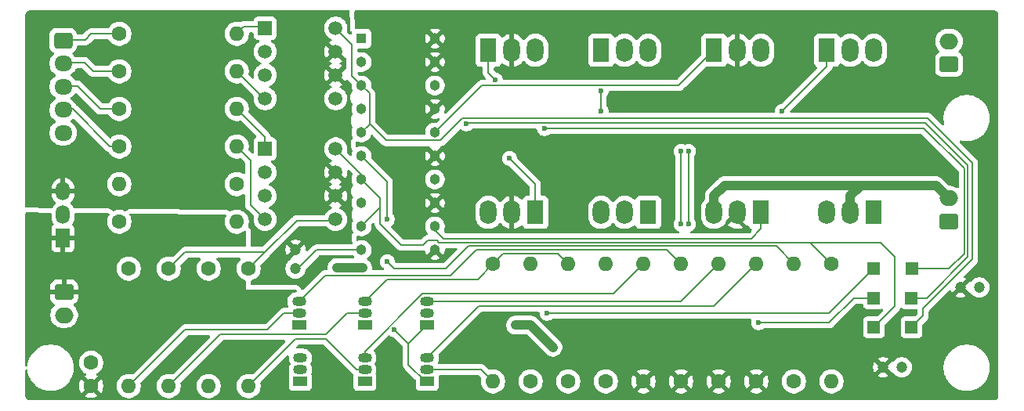
<source format=gtl>
%TF.GenerationSoftware,KiCad,Pcbnew,9.0.2*%
%TF.CreationDate,2025-07-11T17:02:26-07:00*%
%TF.ProjectId,hbridge_rev,68627269-6467-4655-9f72-65762e6b6963,rev?*%
%TF.SameCoordinates,Original*%
%TF.FileFunction,Copper,L1,Top*%
%TF.FilePolarity,Positive*%
%FSLAX46Y46*%
G04 Gerber Fmt 4.6, Leading zero omitted, Abs format (unit mm)*
G04 Created by KiCad (PCBNEW 9.0.2) date 2025-07-11 17:02:26*
%MOMM*%
%LPD*%
G01*
G04 APERTURE LIST*
G04 Aperture macros list*
%AMRoundRect*
0 Rectangle with rounded corners*
0 $1 Rounding radius*
0 $2 $3 $4 $5 $6 $7 $8 $9 X,Y pos of 4 corners*
0 Add a 4 corners polygon primitive as box body*
4,1,4,$2,$3,$4,$5,$6,$7,$8,$9,$2,$3,0*
0 Add four circle primitives for the rounded corners*
1,1,$1+$1,$2,$3*
1,1,$1+$1,$4,$5*
1,1,$1+$1,$6,$7*
1,1,$1+$1,$8,$9*
0 Add four rect primitives between the rounded corners*
20,1,$1+$1,$2,$3,$4,$5,0*
20,1,$1+$1,$4,$5,$6,$7,0*
20,1,$1+$1,$6,$7,$8,$9,0*
20,1,$1+$1,$8,$9,$2,$3,0*%
G04 Aperture macros list end*
%TA.AperFunction,ComponentPad*%
%ADD10R,1.800000X2.600000*%
%TD*%
%TA.AperFunction,ComponentPad*%
%ADD11O,1.800000X2.600000*%
%TD*%
%TA.AperFunction,ComponentPad*%
%ADD12C,1.600000*%
%TD*%
%TA.AperFunction,ComponentPad*%
%ADD13O,1.600000X1.600000*%
%TD*%
%TA.AperFunction,ComponentPad*%
%ADD14R,1.500000X1.050000*%
%TD*%
%TA.AperFunction,ComponentPad*%
%ADD15O,1.500000X1.050000*%
%TD*%
%TA.AperFunction,ComponentPad*%
%ADD16R,1.350000X1.350000*%
%TD*%
%TA.AperFunction,ComponentPad*%
%ADD17R,1.500000X1.500000*%
%TD*%
%TA.AperFunction,ComponentPad*%
%ADD18C,1.500000*%
%TD*%
%TA.AperFunction,ComponentPad*%
%ADD19C,1.200000*%
%TD*%
%TA.AperFunction,ComponentPad*%
%ADD20RoundRect,0.250000X-0.750000X0.600000X-0.750000X-0.600000X0.750000X-0.600000X0.750000X0.600000X0*%
%TD*%
%TA.AperFunction,ComponentPad*%
%ADD21O,2.000000X1.700000*%
%TD*%
%TA.AperFunction,ComponentPad*%
%ADD22RoundRect,0.250000X0.750000X-0.600000X0.750000X0.600000X-0.750000X0.600000X-0.750000X-0.600000X0*%
%TD*%
%TA.AperFunction,ComponentPad*%
%ADD23RoundRect,0.250000X-0.725000X0.600000X-0.725000X-0.600000X0.725000X-0.600000X0.725000X0.600000X0*%
%TD*%
%TA.AperFunction,ComponentPad*%
%ADD24O,1.950000X1.700000*%
%TD*%
%TA.AperFunction,ComponentPad*%
%ADD25R,1.500000X2.000000*%
%TD*%
%TA.AperFunction,ComponentPad*%
%ADD26O,1.500000X2.000000*%
%TD*%
%TA.AperFunction,ComponentPad*%
%ADD27R,1.133000X1.133000*%
%TD*%
%TA.AperFunction,ComponentPad*%
%ADD28C,1.133000*%
%TD*%
%TA.AperFunction,ViaPad*%
%ADD29C,0.600000*%
%TD*%
%TA.AperFunction,Conductor*%
%ADD30C,0.200000*%
%TD*%
%TA.AperFunction,Conductor*%
%ADD31C,0.400000*%
%TD*%
%TA.AperFunction,Conductor*%
%ADD32C,1.000000*%
%TD*%
G04 APERTURE END LIST*
D10*
%TO.P,Q4,1,G*%
%TO.N,Net-(IC1-GATE_2)*%
X88138000Y-17526000D03*
D11*
%TO.P,Q4,2,D*%
%TO.N,+12V*%
X90678000Y-17526000D03*
%TO.P,Q4,3,S*%
%TO.N,Net-(M1--)*%
X93218000Y-17526000D03*
%TD*%
D12*
%TO.P,R4,1*%
%TO.N,Net-(IC1-INPUT_1)*%
X36576000Y-32004000D03*
D13*
%TO.P,R4,2*%
%TO.N,GND*%
X23876000Y-32004000D03*
%TD*%
D14*
%TO.P,Q7,1,E*%
%TO.N,GND*%
X57150000Y-47244000D03*
D15*
%TO.P,Q7,2,B*%
%TO.N,Net-(Q7-B)*%
X57150000Y-45974000D03*
%TO.P,Q7,3,C*%
%TO.N,Net-(Q5-G)*%
X57150000Y-44704000D03*
%TD*%
D16*
%TO.P,test_gate2,1,Pin_1*%
%TO.N,Net-(IC1-GATE_2)*%
X109474000Y-44323000D03*
%TD*%
%TO.P,test_pwm1,1,Pin_1*%
%TO.N,Net-(IC1-INPUT_1)*%
X109474000Y-47498000D03*
%TD*%
D10*
%TO.P,Q2,1,G*%
%TO.N,Net-(IC1-GATE_1)*%
X63754000Y-17526000D03*
D11*
%TO.P,Q2,2,D*%
%TO.N,+12V*%
X66294000Y-17526000D03*
%TO.P,Q2,3,S*%
%TO.N,Net-(M1-+)*%
X68834000Y-17526000D03*
%TD*%
D17*
%TO.P,U3,1,A*%
%TO.N,Net-(R12-Pad2)*%
X39624000Y-28194000D03*
D18*
%TO.P,U3,2,C*%
%TO.N,GND1*%
X39624000Y-30734000D03*
%TO.P,U3,3,C*%
X39624000Y-33274000D03*
%TO.P,U3,4,A*%
%TO.N,Net-(R11-Pad2)*%
X39624000Y-35814000D03*
%TO.P,U3,5,E*%
%TO.N,Net-(IC1-TIMER_3)*%
X47244000Y-35814000D03*
%TO.P,U3,6,C*%
%TO.N,+3V3*%
X47244000Y-33274000D03*
%TO.P,U3,7,C*%
X47244000Y-30734000D03*
%TO.P,U3,8,E*%
%TO.N,Net-(IC1-INPUT_3)*%
X47244000Y-28194000D03*
%TD*%
D19*
%TO.P,C2,1*%
%TO.N,+12V*%
X114808000Y-43180000D03*
%TO.P,C2,2*%
%TO.N,GND*%
X116808000Y-43180000D03*
%TD*%
D12*
%TO.P,R6,1*%
%TO.N,Net-(IC1-TIMER1)*%
X33528000Y-41148000D03*
D13*
%TO.P,R6,2*%
%TO.N,Net-(Q1-B)*%
X33528000Y-53848000D03*
%TD*%
D14*
%TO.P,Q10,1,E*%
%TO.N,GND*%
X50398000Y-53340000D03*
D15*
%TO.P,Q10,2,B*%
%TO.N,Net-(Q10-B)*%
X50398000Y-52070000D03*
%TO.P,Q10,3,C*%
%TO.N,Net-(Q10-C)*%
X50398000Y-50800000D03*
%TD*%
D10*
%TO.P,Q12,1,G*%
%TO.N,Net-(Q10-C)*%
X81026000Y-35052000D03*
D11*
%TO.P,Q12,2,D*%
%TO.N,Net-(M2-+)*%
X78486000Y-35052000D03*
%TO.P,Q12,3,S*%
%TO.N,GND*%
X75946000Y-35052000D03*
%TD*%
D20*
%TO.P,BT1,1,+*%
%TO.N,+12V*%
X17907000Y-43688000D03*
D21*
%TO.P,BT1,2,-*%
%TO.N,GND*%
X17907000Y-46188000D03*
%TD*%
D12*
%TO.P,C6,1*%
%TO.N,+12V*%
X20828000Y-53828000D03*
%TO.P,C6,2*%
%TO.N,GND*%
X20828000Y-51328000D03*
%TD*%
D22*
%TO.P,M2,1,+*%
%TO.N,Net-(M2-+)*%
X113466000Y-36048000D03*
D21*
%TO.P,M2,2,-*%
%TO.N,Net-(M2--)*%
X113466000Y-33548000D03*
%TD*%
D12*
%TO.P,R20,1*%
%TO.N,+12V*%
X80518000Y-53340000D03*
D13*
%TO.P,R20,2*%
%TO.N,Net-(Q10-C)*%
X80518000Y-40640000D03*
%TD*%
D10*
%TO.P,Q13,1,G*%
%TO.N,Net-(IC1-GATE_4)*%
X93218000Y-35052000D03*
D11*
%TO.P,Q13,2,D*%
%TO.N,+12V*%
X90678000Y-35052000D03*
%TO.P,Q13,3,S*%
%TO.N,Net-(M2--)*%
X88138000Y-35052000D03*
%TD*%
D12*
%TO.P,R10,1*%
%TO.N,+12V*%
X84582000Y-53340000D03*
D13*
%TO.P,R10,2*%
%TO.N,Net-(Q3-G)*%
X84582000Y-40640000D03*
%TD*%
D12*
%TO.P,R17,1*%
%TO.N,Net-(IC1-TIMER_4)*%
X64262000Y-40640000D03*
D13*
%TO.P,R17,2*%
%TO.N,Net-(Q9-B)*%
X64262000Y-53340000D03*
%TD*%
D12*
%TO.P,R11,1*%
%TO.N,DIRECTION2*%
X23876000Y-27940000D03*
D13*
%TO.P,R11,2*%
%TO.N,Net-(R11-Pad2)*%
X36576000Y-27940000D03*
%TD*%
D12*
%TO.P,R3,1*%
%TO.N,GND*%
X23876000Y-36068000D03*
D13*
%TO.P,R3,2*%
%TO.N,Net-(IC1-TIMER1)*%
X36576000Y-36068000D03*
%TD*%
D12*
%TO.P,R14,1*%
%TO.N,Net-(IC1-INPUT_3)*%
X100838000Y-40640000D03*
D13*
%TO.P,R14,2*%
%TO.N,GND*%
X100838000Y-53340000D03*
%TD*%
D16*
%TO.P,test_gate1,1,Pin_1*%
%TO.N,Net-(IC1-GATE_1)*%
X109488000Y-41148000D03*
%TD*%
D10*
%TO.P,Q5,1,G*%
%TO.N,Net-(Q5-G)*%
X100330000Y-17526000D03*
D11*
%TO.P,Q5,2,D*%
%TO.N,Net-(M1--)*%
X102870000Y-17526000D03*
%TO.P,Q5,3,S*%
%TO.N,GND*%
X105410000Y-17526000D03*
%TD*%
D10*
%TO.P,Q3,1,G*%
%TO.N,Net-(Q3-G)*%
X75946000Y-17526000D03*
D11*
%TO.P,Q3,2,D*%
%TO.N,Net-(M1-+)*%
X78486000Y-17526000D03*
%TO.P,Q3,3,S*%
%TO.N,GND*%
X81026000Y-17526000D03*
%TD*%
D19*
%TO.P,C1,1*%
%TO.N,+3V3*%
X42926000Y-39116000D03*
%TO.P,C1,2*%
%TO.N,GND*%
X42926000Y-41116000D03*
%TD*%
D12*
%TO.P,R8,1*%
%TO.N,Net-(IC1-TIMER_2)*%
X68326000Y-53340000D03*
D13*
%TO.P,R8,2*%
%TO.N,Net-(Q7-B)*%
X68326000Y-40640000D03*
%TD*%
D12*
%TO.P,R2,1*%
%TO.N,PWM_IN1*%
X23876000Y-15748000D03*
D13*
%TO.P,R2,2*%
%TO.N,Net-(R2-Pad2)*%
X36576000Y-15748000D03*
%TD*%
D12*
%TO.P,R15,1*%
%TO.N,Net-(IC1-TIMER_3)*%
X29210000Y-41148000D03*
D13*
%TO.P,R15,2*%
%TO.N,Net-(Q8-B)*%
X29210000Y-53848000D03*
%TD*%
D16*
%TO.P,test_gate3,1,Pin_1*%
%TO.N,Net-(IC1-GATE_3)*%
X105410000Y-41148000D03*
%TD*%
D19*
%TO.P,C3,1*%
%TO.N,+12V*%
X106426000Y-51816000D03*
%TO.P,C3,2*%
%TO.N,GND*%
X108426000Y-51816000D03*
%TD*%
D10*
%TO.P,Q11,1,G*%
%TO.N,Net-(IC1-GATE_3)*%
X68834000Y-35052000D03*
D11*
%TO.P,Q11,2,D*%
%TO.N,+12V*%
X66294000Y-35052000D03*
%TO.P,Q11,3,S*%
%TO.N,Net-(M2-+)*%
X63754000Y-35052000D03*
%TD*%
D12*
%TO.P,R12,1*%
%TO.N,PWM_IN2*%
X23876000Y-23876000D03*
D13*
%TO.P,R12,2*%
%TO.N,Net-(R12-Pad2)*%
X36576000Y-23876000D03*
%TD*%
D14*
%TO.P,Q9,1,E*%
%TO.N,GND*%
X57150000Y-53340000D03*
D15*
%TO.P,Q9,2,B*%
%TO.N,Net-(Q9-B)*%
X57150000Y-52070000D03*
%TO.P,Q9,3,C*%
%TO.N,Net-(Q14-G)*%
X57150000Y-50800000D03*
%TD*%
D16*
%TO.P,test_gate4,1,Pin_1*%
%TO.N,Net-(IC1-GATE_4)*%
X105410000Y-44323000D03*
%TD*%
D12*
%TO.P,R16,1*%
%TO.N,+3V3*%
X72390000Y-53340000D03*
D13*
%TO.P,R16,2*%
%TO.N,Net-(IC1-TIMER_4)*%
X72390000Y-40640000D03*
%TD*%
D10*
%TO.P,Q14,1,G*%
%TO.N,Net-(Q14-G)*%
X105410000Y-35052000D03*
D11*
%TO.P,Q14,2,D*%
%TO.N,Net-(M2--)*%
X102870000Y-35052000D03*
%TO.P,Q14,3,S*%
%TO.N,GND*%
X100330000Y-35052000D03*
%TD*%
D23*
%TO.P,J2,1,Pin_1*%
%TO.N,PWM_IN1*%
X17797000Y-16463000D03*
D24*
%TO.P,J2,2,Pin_2*%
%TO.N,DIRECTION1*%
X17797000Y-18963000D03*
%TO.P,J2,3,Pin_3*%
%TO.N,PWM_IN2*%
X17797000Y-21463000D03*
%TO.P,J2,4,Pin_4*%
%TO.N,DIRECTION2*%
X17797000Y-23963000D03*
%TO.P,J2,5,Pin_5*%
%TO.N,GND1*%
X17797000Y-26463000D03*
%TD*%
D25*
%TO.P,U2,1,INPUT*%
%TO.N,+12V*%
X17780000Y-37846000D03*
D26*
%TO.P,U2,2,COMMON*%
%TO.N,GND*%
X17780000Y-35306000D03*
%TO.P,U2,3,OUTPUT*%
%TO.N,+3V3*%
X17780000Y-32766000D03*
%TD*%
D12*
%TO.P,R18,1*%
%TO.N,Net-(IC1-TIMER_3)*%
X37846000Y-41148000D03*
D13*
%TO.P,R18,2*%
%TO.N,Net-(Q10-B)*%
X37846000Y-53848000D03*
%TD*%
D12*
%TO.P,R1,1*%
%TO.N,DIRECTION1*%
X23876000Y-19812000D03*
D13*
%TO.P,R1,2*%
%TO.N,Net-(R1-Pad2)*%
X36576000Y-19812000D03*
%TD*%
D22*
%TO.P,M1,1,+*%
%TO.N,Net-(M1-+)*%
X113538000Y-19050000D03*
D21*
%TO.P,M1,2,-*%
%TO.N,Net-(M1--)*%
X113538000Y-16550000D03*
%TD*%
D12*
%TO.P,R19,1*%
%TO.N,+12V*%
X92710000Y-53340000D03*
D13*
%TO.P,R19,2*%
%TO.N,Net-(Q14-G)*%
X92710000Y-40640000D03*
%TD*%
D14*
%TO.P,Q6,1,E*%
%TO.N,GND*%
X43286000Y-47244000D03*
D15*
%TO.P,Q6,2,B*%
%TO.N,Net-(Q6-B)*%
X43286000Y-45974000D03*
%TO.P,Q6,3,C*%
%TO.N,Net-(Q3-G)*%
X43286000Y-44704000D03*
%TD*%
D14*
%TO.P,Q8,1,E*%
%TO.N,GND*%
X50398000Y-47244000D03*
D15*
%TO.P,Q8,2,B*%
%TO.N,Net-(Q8-B)*%
X50398000Y-45974000D03*
%TO.P,Q8,3,C*%
%TO.N,Net-(IC1-TIMER_4)*%
X50398000Y-44704000D03*
%TD*%
D12*
%TO.P,R5,1*%
%TO.N,+3V3*%
X76454000Y-53340000D03*
D13*
%TO.P,R5,2*%
%TO.N,Net-(IC1-TIMER_2)*%
X76454000Y-40640000D03*
%TD*%
D12*
%TO.P,R9,1*%
%TO.N,+12V*%
X88646000Y-53340000D03*
D13*
%TO.P,R9,2*%
%TO.N,Net-(Q5-G)*%
X88646000Y-40640000D03*
%TD*%
D14*
%TO.P,Q1,1,E*%
%TO.N,GND*%
X43434000Y-53340000D03*
D15*
%TO.P,Q1,2,B*%
%TO.N,Net-(Q1-B)*%
X43434000Y-52070000D03*
%TO.P,Q1,3,C*%
%TO.N,Net-(IC1-TIMER_2)*%
X43434000Y-50800000D03*
%TD*%
D12*
%TO.P,R7,1*%
%TO.N,Net-(IC1-TIMER1)*%
X24892000Y-41148000D03*
D13*
%TO.P,R7,2*%
%TO.N,Net-(Q6-B)*%
X24892000Y-53848000D03*
%TD*%
D17*
%TO.P,U1,1,A*%
%TO.N,Net-(R2-Pad2)*%
X39624000Y-15132000D03*
D18*
%TO.P,U1,2,C*%
%TO.N,GND1*%
X39624000Y-17672000D03*
%TO.P,U1,3,C*%
X39624000Y-20212000D03*
%TO.P,U1,4,A*%
%TO.N,Net-(R1-Pad2)*%
X39624000Y-22752000D03*
%TO.P,U1,5,E*%
%TO.N,Net-(IC1-TIMER1)*%
X47244000Y-22752000D03*
%TO.P,U1,6,C*%
%TO.N,+3V3*%
X47244000Y-20212000D03*
%TO.P,U1,7,C*%
X47244000Y-17672000D03*
%TO.P,U1,8,E*%
%TO.N,Net-(IC1-INPUT_1)*%
X47244000Y-15132000D03*
%TD*%
D27*
%TO.P,IC1,1,GND_1*%
%TO.N,GND*%
X50038000Y-16256000D03*
D28*
%TO.P,IC1,2,TIMER1*%
%TO.N,Net-(IC1-TIMER1)*%
X50038000Y-18796000D03*
%TO.P,IC1,3,INPUT_1*%
%TO.N,Net-(IC1-INPUT_1)*%
X50038000Y-21336000D03*
%TO.P,IC1,4,TIMER_2*%
%TO.N,Net-(IC1-TIMER_2)*%
X50038000Y-23876000D03*
%TO.P,IC1,5,INPUT_2*%
%TO.N,Net-(IC1-INPUT_1)*%
X50038000Y-26416000D03*
%TO.P,IC1,6,TIMER_3*%
%TO.N,Net-(IC1-TIMER_3)*%
X50038000Y-28956000D03*
%TO.P,IC1,7,INPUT_3*%
%TO.N,Net-(IC1-INPUT_3)*%
X50038000Y-31496000D03*
%TO.P,IC1,8,TIMER_4*%
%TO.N,Net-(IC1-TIMER_4)*%
X50038000Y-34036000D03*
%TO.P,IC1,9,INPUT_4*%
%TO.N,Net-(IC1-INPUT_3)*%
X50038000Y-36576000D03*
%TO.P,IC1,10,GND_2*%
%TO.N,GND*%
X50038000Y-39116000D03*
%TO.P,IC1,11,V+_1*%
%TO.N,+12V*%
X57976000Y-39116000D03*
%TO.P,IC1,12,GATE_4*%
%TO.N,Net-(IC1-GATE_4)*%
X57976000Y-36576000D03*
%TO.P,IC1,13,SENSE_4*%
%TO.N,+12V*%
X57976000Y-34036000D03*
%TO.P,IC1,14,GATE_3*%
%TO.N,Net-(IC1-GATE_3)*%
X57976000Y-31496000D03*
%TO.P,IC1,15,SENSE_3*%
%TO.N,+12V*%
X57976000Y-28956000D03*
%TO.P,IC1,16,GATE_2*%
%TO.N,Net-(IC1-GATE_2)*%
X57976000Y-26416000D03*
%TO.P,IC1,17,SENSE_2*%
%TO.N,+12V*%
X57976000Y-23876000D03*
%TO.P,IC1,18,GATE_1*%
%TO.N,Net-(IC1-GATE_1)*%
X57976000Y-21336000D03*
%TO.P,IC1,19,SENSE_1*%
%TO.N,+12V*%
X57976000Y-18796000D03*
%TO.P,IC1,20,V+_2*%
X57976000Y-16256000D03*
%TD*%
D16*
%TO.P,test_pwm2,1,Pin_1*%
%TO.N,Net-(IC1-INPUT_3)*%
X105410000Y-47498000D03*
%TD*%
D12*
%TO.P,R13,1*%
%TO.N,GND*%
X96774000Y-53340000D03*
D13*
%TO.P,R13,2*%
%TO.N,Net-(IC1-TIMER_3)*%
X96774000Y-40640000D03*
%TD*%
D29*
%TO.N,+12V*%
X111760000Y-23495000D03*
X108204000Y-27051000D03*
%TO.N,Net-(IC1-TIMER_3)*%
X52832000Y-40386000D03*
X52832000Y-35814000D03*
%TO.N,Net-(IC1-GATE_3)*%
X66040000Y-29210000D03*
X70104000Y-45974000D03*
%TO.N,Net-(IC1-GATE_2)*%
X61384265Y-25492000D03*
%TO.N,Net-(IC1-GATE_1)*%
X64516000Y-20736000D03*
X69804000Y-26000000D03*
%TO.N,Net-(Q3-G)*%
X84582000Y-36322000D03*
X75946000Y-21936000D03*
X75946000Y-24114000D03*
X84582000Y-28448000D03*
%TO.N,Net-(Q5-G)*%
X85382003Y-36322000D03*
X85382003Y-28448000D03*
X95504000Y-24114000D03*
%TO.N,GND*%
X47371000Y-41021000D03*
X70739000Y-49657000D03*
X53594000Y-47752000D03*
X50165000Y-41021000D03*
X66675000Y-47244000D03*
%TO.N,Net-(IC1-GATE_4)*%
X92964000Y-46990000D03*
%TD*%
D30*
%TO.N,+12V*%
X20828000Y-53828000D02*
X22280000Y-55280000D01*
X22280000Y-55280000D02*
X78578000Y-55280000D01*
X78578000Y-55280000D02*
X80518000Y-53340000D01*
D31*
X90424000Y-35560000D02*
X91948000Y-37084000D01*
X90424000Y-35052000D02*
X90424000Y-35560000D01*
D30*
%TO.N,Net-(IC1-INPUT_1)*%
X47244000Y-15132000D02*
X49022000Y-16910000D01*
X50904500Y-25146000D02*
X50904500Y-25549500D01*
X52682500Y-27282500D02*
X50904500Y-25504500D01*
X116078000Y-29718000D02*
X111252000Y-24892000D01*
X110744000Y-45466000D02*
X116078000Y-40132000D01*
X58569500Y-27282500D02*
X52682500Y-27282500D01*
X109474000Y-47498000D02*
X110744000Y-46228000D01*
X116078000Y-40132000D02*
X116078000Y-29718000D01*
X60960000Y-24892000D02*
X58569500Y-27282500D01*
X110744000Y-46228000D02*
X110744000Y-45466000D01*
X50904500Y-22202500D02*
X50904500Y-25146000D01*
X111252000Y-24892000D02*
X60960000Y-24892000D01*
X50038000Y-21336000D02*
X50904500Y-22202500D01*
X49022000Y-16910000D02*
X49022000Y-20320000D01*
X50904500Y-25549500D02*
X50038000Y-26416000D01*
X49022000Y-20320000D02*
X50038000Y-21336000D01*
X50904500Y-25504500D02*
X50904500Y-25146000D01*
%TO.N,Net-(IC1-TIMER_3)*%
X47098000Y-35960000D02*
X47244000Y-35814000D01*
X43034000Y-35960000D02*
X47098000Y-35960000D01*
X29210000Y-41148000D02*
X30988000Y-39370000D01*
X94850000Y-38716000D02*
X96774000Y-40640000D01*
X52832000Y-40386000D02*
X53594000Y-41148000D01*
X59182000Y-41148000D02*
X61614000Y-38716000D01*
X61614000Y-38716000D02*
X94850000Y-38716000D01*
X37846000Y-41148000D02*
X39624000Y-39370000D01*
X53594000Y-41148000D02*
X59182000Y-41148000D01*
X39624000Y-39370000D02*
X43034000Y-35960000D01*
X30988000Y-39370000D02*
X39624000Y-39370000D01*
X50038000Y-28956000D02*
X52832000Y-31750000D01*
X52832000Y-31750000D02*
X52832000Y-35814000D01*
%TO.N,Net-(IC1-INPUT_3)*%
X50038000Y-31496000D02*
X52070000Y-33528000D01*
X58185417Y-38100000D02*
X57204292Y-38100000D01*
X54356000Y-38608000D02*
X52070000Y-36322000D01*
X107696000Y-39878000D02*
X107696000Y-45212000D01*
X98552000Y-38354000D02*
X98552000Y-38316000D01*
X50038000Y-30988000D02*
X50038000Y-31496000D01*
X98552000Y-38316000D02*
X58401417Y-38316000D01*
X47244000Y-28194000D02*
X50038000Y-30988000D01*
X52070000Y-36322000D02*
X52070000Y-34036000D01*
X100838000Y-40640000D02*
X101092000Y-40640000D01*
X56696292Y-38608000D02*
X54356000Y-38608000D01*
X52070000Y-33528000D02*
X52070000Y-34036000D01*
X57204292Y-38100000D02*
X56696292Y-38608000D01*
X52070000Y-34544000D02*
X52070000Y-34036000D01*
X58401417Y-38316000D02*
X58185417Y-38100000D01*
X106134000Y-38316000D02*
X98552000Y-38316000D01*
X107696000Y-39878000D02*
X106134000Y-38316000D01*
X100838000Y-40640000D02*
X98552000Y-38354000D01*
X107696000Y-45212000D02*
X105410000Y-47498000D01*
X50038000Y-36576000D02*
X52070000Y-34544000D01*
%TO.N,Net-(IC1-TIMER_4)*%
X71290000Y-39540000D02*
X72390000Y-40640000D01*
X52792000Y-42310000D02*
X62592000Y-42310000D01*
X50398000Y-44704000D02*
X52792000Y-42310000D01*
X65362000Y-39540000D02*
X71290000Y-39540000D01*
X64262000Y-40640000D02*
X65362000Y-39540000D01*
X62592000Y-42310000D02*
X64262000Y-40640000D01*
%TO.N,Net-(IC1-GATE_3)*%
X68834000Y-34798000D02*
X68834000Y-32004000D01*
X70104000Y-45974000D02*
X100584000Y-45974000D01*
X100584000Y-45974000D02*
X105410000Y-41148000D01*
X68834000Y-32004000D02*
X66040000Y-29210000D01*
%TO.N,Net-(IC1-GATE_2)*%
X61384265Y-25492000D02*
X61476265Y-25400000D01*
X115570000Y-39878000D02*
X111125000Y-44323000D01*
X57976000Y-26416000D02*
X63056000Y-21336000D01*
X111125000Y-44323000D02*
X109474000Y-44323000D01*
X61476265Y-25400000D02*
X110998000Y-25400000D01*
X84582000Y-21082000D02*
X88138000Y-17526000D01*
X110998000Y-25400000D02*
X115570000Y-29972000D01*
X63056000Y-21336000D02*
X84328000Y-21336000D01*
X115570000Y-29972000D02*
X115570000Y-39878000D01*
X84328000Y-21336000D02*
X84582000Y-21082000D01*
%TO.N,Net-(IC1-GATE_1)*%
X69804000Y-26000000D02*
X110836000Y-26000000D01*
X115170000Y-30334000D02*
X115170000Y-39516000D01*
X63754000Y-19974000D02*
X64516000Y-20736000D01*
X63754000Y-17526000D02*
X63754000Y-19974000D01*
X110836000Y-26000000D02*
X115170000Y-30334000D01*
X115170000Y-39516000D02*
X113538000Y-41148000D01*
X113538000Y-41148000D02*
X109488000Y-41148000D01*
%TO.N,PWM_IN1*%
X17509000Y-16386000D02*
X20190000Y-16386000D01*
X20190000Y-16386000D02*
X20828000Y-15748000D01*
X20828000Y-15748000D02*
X23876000Y-15748000D01*
%TO.N,DIRECTION1*%
X17509000Y-18886000D02*
X20156000Y-18886000D01*
X20156000Y-18886000D02*
X21082000Y-19812000D01*
X21082000Y-19812000D02*
X23876000Y-19812000D01*
%TO.N,PWM_IN2*%
X21844000Y-23876000D02*
X23876000Y-23876000D01*
X19354000Y-21386000D02*
X21844000Y-23876000D01*
X17509000Y-21386000D02*
X19354000Y-21386000D01*
%TO.N,DIRECTION2*%
X18806000Y-23886000D02*
X22860000Y-27940000D01*
X17509000Y-23886000D02*
X18806000Y-23886000D01*
X22860000Y-27940000D02*
X23876000Y-27940000D01*
D32*
%TO.N,Net-(M2--)*%
X104008000Y-32160000D02*
X104140000Y-32160000D01*
X104140000Y-32160000D02*
X112130000Y-32160000D01*
X88138000Y-35052000D02*
X88138000Y-33298000D01*
X102870000Y-33298000D02*
X104008000Y-32160000D01*
X112130000Y-32160000D02*
X113212000Y-33242000D01*
X88138000Y-33298000D02*
X89276000Y-32160000D01*
X113212000Y-33242000D02*
X113212000Y-33548000D01*
X102870000Y-35052000D02*
X102870000Y-33298000D01*
X89276000Y-32160000D02*
X104140000Y-32160000D01*
D30*
%TO.N,Net-(Q3-G)*%
X43286000Y-44704000D02*
X46080000Y-41910000D01*
X75946000Y-21936000D02*
X75946000Y-24114000D01*
X46080000Y-41910000D02*
X59690000Y-41910000D01*
X84582000Y-28448000D02*
X84582000Y-36322000D01*
X62484000Y-39116000D02*
X83058000Y-39116000D01*
X59690000Y-41910000D02*
X62484000Y-39116000D01*
X83058000Y-39116000D02*
X84582000Y-40640000D01*
%TO.N,Net-(Q5-G)*%
X57150000Y-44704000D02*
X84582000Y-44704000D01*
X84582000Y-44704000D02*
X88646000Y-40640000D01*
X100330000Y-19288000D02*
X100330000Y-17526000D01*
X95504000Y-24114000D02*
X100330000Y-19288000D01*
X85382003Y-36322000D02*
X85382003Y-28448000D01*
%TO.N,Net-(Q6-B)*%
X24892000Y-53848000D02*
X30988000Y-47752000D01*
X41656000Y-45974000D02*
X43286000Y-45974000D01*
X30988000Y-47752000D02*
X39878000Y-47752000D01*
X39878000Y-47752000D02*
X41656000Y-45974000D01*
%TO.N,Net-(Q8-B)*%
X29210000Y-53848000D02*
X34798000Y-48260000D01*
X34798000Y-48260000D02*
X46228000Y-48260000D01*
X48514000Y-45974000D02*
X50398000Y-45974000D01*
X46228000Y-48260000D02*
X48514000Y-45974000D01*
%TO.N,Net-(Q9-B)*%
X57150000Y-52070000D02*
X62992000Y-52070000D01*
X62992000Y-52070000D02*
X64262000Y-53340000D01*
%TO.N,Net-(Q14-G)*%
X88138000Y-45212000D02*
X92710000Y-40640000D01*
X62738000Y-45212000D02*
X88138000Y-45212000D01*
X57150000Y-50800000D02*
X62738000Y-45212000D01*
%TO.N,Net-(Q10-B)*%
X49530000Y-52070000D02*
X50398000Y-52070000D01*
X37846000Y-53848000D02*
X42926000Y-48768000D01*
X42926000Y-48768000D02*
X46228000Y-48768000D01*
X46228000Y-48768000D02*
X49530000Y-52070000D01*
%TO.N,Net-(Q10-C)*%
X77279000Y-43879000D02*
X56583274Y-43879000D01*
X50398000Y-50064274D02*
X50398000Y-50800000D01*
X80518000Y-40640000D02*
X77279000Y-43879000D01*
X56583274Y-43879000D02*
X50398000Y-50064274D01*
%TO.N,Net-(R1-Pad2)*%
X36576000Y-19812000D02*
X39370000Y-22606000D01*
%TO.N,Net-(R2-Pad2)*%
X37338000Y-14986000D02*
X39478000Y-14986000D01*
X36576000Y-15748000D02*
X37338000Y-14986000D01*
X39478000Y-14986000D02*
X39624000Y-15132000D01*
%TO.N,Net-(R11-Pad2)*%
X38066000Y-29430000D02*
X38066000Y-34256000D01*
X36576000Y-27940000D02*
X38066000Y-29430000D01*
X38066000Y-34256000D02*
X39624000Y-35814000D01*
%TO.N,Net-(R12-Pad2)*%
X36576000Y-23876000D02*
X39624000Y-26924000D01*
X39624000Y-26924000D02*
X39624000Y-28194000D01*
D32*
%TO.N,GND*%
X47371000Y-41021000D02*
X50165000Y-41021000D01*
X66675000Y-47244000D02*
X68326000Y-47244000D01*
D30*
X42926000Y-41386000D02*
X45196000Y-39116000D01*
X55118000Y-49276000D02*
X53594000Y-47752000D01*
X57150000Y-47244000D02*
X55118000Y-49276000D01*
X56925000Y-53340000D02*
X57150000Y-53340000D01*
X45196000Y-39116000D02*
X50038000Y-39116000D01*
D32*
X68326000Y-47244000D02*
X70739000Y-49657000D01*
D30*
X55118000Y-51533000D02*
X56925000Y-53340000D01*
X55118000Y-49276000D02*
X55118000Y-51533000D01*
%TO.N,Net-(IC1-GATE_4)*%
X57976000Y-36989000D02*
X58903000Y-37916000D01*
X93218000Y-36830000D02*
X93218000Y-35052000D01*
X92132000Y-37916000D02*
X93218000Y-36830000D01*
X103251000Y-44323000D02*
X100584000Y-46990000D01*
X92964000Y-46990000D02*
X100584000Y-46990000D01*
X105410000Y-44323000D02*
X103251000Y-44323000D01*
X57976000Y-36576000D02*
X57976000Y-36989000D01*
X58903000Y-37916000D02*
X92132000Y-37916000D01*
%TD*%
%TA.AperFunction,Conductor*%
%TO.N,+12V*%
G36*
X16406797Y-35085320D02*
G01*
X16473622Y-35105700D01*
X16518825Y-35158978D01*
X16529500Y-35209312D01*
X16529500Y-35654422D01*
X16560290Y-35848826D01*
X16621117Y-36036029D01*
X16682569Y-36156636D01*
X16709100Y-36208705D01*
X16710478Y-36211408D01*
X16755900Y-36273927D01*
X16779380Y-36339733D01*
X16763554Y-36407787D01*
X16729894Y-36446078D01*
X16672809Y-36488812D01*
X16586649Y-36603906D01*
X16586645Y-36603913D01*
X16536403Y-36738620D01*
X16536401Y-36738627D01*
X16530000Y-36798155D01*
X16530000Y-37596000D01*
X17380001Y-37596000D01*
X17380001Y-38096000D01*
X16530000Y-38096000D01*
X16530000Y-38893844D01*
X16536401Y-38953372D01*
X16536403Y-38953379D01*
X16586645Y-39088086D01*
X16586649Y-39088093D01*
X16672809Y-39203187D01*
X16672812Y-39203190D01*
X16787906Y-39289350D01*
X16787913Y-39289354D01*
X16922620Y-39339596D01*
X16922627Y-39339598D01*
X16982155Y-39345999D01*
X16982172Y-39346000D01*
X17530000Y-39346000D01*
X17530000Y-38461684D01*
X17534395Y-38466079D01*
X17625606Y-38518740D01*
X17727339Y-38545999D01*
X17832661Y-38545999D01*
X17934394Y-38518740D01*
X18025605Y-38466079D01*
X18030000Y-38461684D01*
X18030000Y-39346000D01*
X18577828Y-39346000D01*
X18577844Y-39345999D01*
X18637372Y-39339598D01*
X18637379Y-39339596D01*
X18772086Y-39289354D01*
X18772093Y-39289350D01*
X18887187Y-39203190D01*
X18887190Y-39203187D01*
X18973350Y-39088093D01*
X18973354Y-39088086D01*
X19023596Y-38953379D01*
X19023598Y-38953372D01*
X19029999Y-38893844D01*
X19030000Y-38893827D01*
X19030000Y-38096000D01*
X18179999Y-38096000D01*
X18179999Y-37596000D01*
X19030000Y-37596000D01*
X19030000Y-36798172D01*
X19029999Y-36798155D01*
X19023598Y-36738627D01*
X19023596Y-36738620D01*
X18973354Y-36603913D01*
X18973350Y-36603906D01*
X18887190Y-36488812D01*
X18887187Y-36488809D01*
X18830106Y-36446078D01*
X18788235Y-36390144D01*
X18783251Y-36320453D01*
X18804099Y-36273927D01*
X18849524Y-36211405D01*
X18938884Y-36036025D01*
X18999709Y-35848826D01*
X19030500Y-35654422D01*
X19030500Y-35237949D01*
X19050185Y-35170910D01*
X19102989Y-35125155D01*
X19155791Y-35113956D01*
X22692815Y-35150800D01*
X22759642Y-35171180D01*
X22804845Y-35224458D01*
X22814067Y-35293716D01*
X22791839Y-35347676D01*
X22763714Y-35386387D01*
X22670781Y-35568776D01*
X22607522Y-35763465D01*
X22575500Y-35965648D01*
X22575500Y-36170352D01*
X22579116Y-36193185D01*
X22607522Y-36372534D01*
X22670781Y-36567223D01*
X22721368Y-36666503D01*
X22763622Y-36749432D01*
X22763715Y-36749613D01*
X22884028Y-36915213D01*
X23028786Y-37059971D01*
X23142749Y-37142768D01*
X23194390Y-37180287D01*
X23283952Y-37225921D01*
X23376776Y-37273218D01*
X23376778Y-37273218D01*
X23376781Y-37273220D01*
X23449645Y-37296895D01*
X23571465Y-37336477D01*
X23672557Y-37352488D01*
X23773648Y-37368500D01*
X23773649Y-37368500D01*
X23978351Y-37368500D01*
X23978352Y-37368500D01*
X24180534Y-37336477D01*
X24375219Y-37273220D01*
X24557610Y-37180287D01*
X24679490Y-37091737D01*
X24723213Y-37059971D01*
X24723215Y-37059968D01*
X24723219Y-37059966D01*
X24867966Y-36915219D01*
X24867968Y-36915215D01*
X24867971Y-36915213D01*
X24920732Y-36842590D01*
X24988287Y-36749610D01*
X25081220Y-36567219D01*
X25144477Y-36372534D01*
X25176500Y-36170352D01*
X25176500Y-35965648D01*
X25144477Y-35763465D01*
X25101253Y-35630437D01*
X25081220Y-35568781D01*
X25081218Y-35568778D01*
X25081218Y-35568776D01*
X24988286Y-35386388D01*
X24978227Y-35372544D01*
X24954746Y-35306738D01*
X24970570Y-35238684D01*
X25020675Y-35189988D01*
X25079832Y-35175664D01*
X35315706Y-35282288D01*
X35382531Y-35302669D01*
X35427734Y-35355946D01*
X35436956Y-35425205D01*
X35424894Y-35462574D01*
X35370782Y-35568773D01*
X35307522Y-35763465D01*
X35275500Y-35965648D01*
X35275500Y-36170352D01*
X35279116Y-36193185D01*
X35307522Y-36372534D01*
X35370781Y-36567223D01*
X35421368Y-36666503D01*
X35463622Y-36749432D01*
X35463715Y-36749613D01*
X35584028Y-36915213D01*
X35728786Y-37059971D01*
X35842749Y-37142768D01*
X35894390Y-37180287D01*
X35983952Y-37225921D01*
X36076776Y-37273218D01*
X36076778Y-37273218D01*
X36076781Y-37273220D01*
X36149645Y-37296895D01*
X36271465Y-37336477D01*
X36372557Y-37352488D01*
X36473648Y-37368500D01*
X36473649Y-37368500D01*
X36678351Y-37368500D01*
X36678352Y-37368500D01*
X36880534Y-37336477D01*
X37075219Y-37273220D01*
X37257610Y-37180287D01*
X37379490Y-37091737D01*
X37395115Y-37080385D01*
X37460921Y-37056905D01*
X37528975Y-37072731D01*
X37577670Y-37122837D01*
X37592000Y-37180703D01*
X37592000Y-38645500D01*
X37572315Y-38712539D01*
X37519511Y-38758294D01*
X37468000Y-38769500D01*
X31074670Y-38769500D01*
X31074654Y-38769499D01*
X31067058Y-38769499D01*
X30908943Y-38769499D01*
X30832579Y-38789961D01*
X30756214Y-38810423D01*
X30756209Y-38810426D01*
X30619290Y-38889475D01*
X30619282Y-38889481D01*
X29654841Y-39853921D01*
X29593518Y-39887406D01*
X29528845Y-39884172D01*
X29514535Y-39879523D01*
X29379573Y-39858147D01*
X29312352Y-39847500D01*
X29107648Y-39847500D01*
X29083329Y-39851351D01*
X28905465Y-39879522D01*
X28710776Y-39942781D01*
X28528386Y-40035715D01*
X28362786Y-40156028D01*
X28218028Y-40300786D01*
X28097715Y-40466386D01*
X28004781Y-40648776D01*
X27941522Y-40843465D01*
X27909500Y-41045648D01*
X27909500Y-41250351D01*
X27941522Y-41452534D01*
X28004781Y-41647223D01*
X28056385Y-41748500D01*
X28093320Y-41820989D01*
X28097715Y-41829613D01*
X28218028Y-41995213D01*
X28362786Y-42139971D01*
X28498771Y-42238768D01*
X28528390Y-42260287D01*
X28639874Y-42317091D01*
X28710776Y-42353218D01*
X28710778Y-42353218D01*
X28710781Y-42353220D01*
X28731088Y-42359818D01*
X28905465Y-42416477D01*
X29006557Y-42432488D01*
X29107648Y-42448500D01*
X29107649Y-42448500D01*
X29312351Y-42448500D01*
X29312352Y-42448500D01*
X29514534Y-42416477D01*
X29709219Y-42353220D01*
X29891610Y-42260287D01*
X30028830Y-42160592D01*
X30057213Y-42139971D01*
X30057215Y-42139968D01*
X30057219Y-42139966D01*
X30201966Y-41995219D01*
X30201968Y-41995215D01*
X30201971Y-41995213D01*
X30254732Y-41922590D01*
X30322287Y-41829610D01*
X30415220Y-41647219D01*
X30478477Y-41452534D01*
X30510500Y-41250352D01*
X30510500Y-41045648D01*
X30478477Y-40843466D01*
X30473826Y-40829154D01*
X30471832Y-40759315D01*
X30504075Y-40703159D01*
X31200417Y-40006819D01*
X31261740Y-39973334D01*
X31288098Y-39970500D01*
X32566953Y-39970500D01*
X32633992Y-39990185D01*
X32679747Y-40042989D01*
X32689691Y-40112147D01*
X32660666Y-40175703D01*
X32654634Y-40182181D01*
X32536032Y-40300782D01*
X32536028Y-40300786D01*
X32415715Y-40466386D01*
X32322781Y-40648776D01*
X32259522Y-40843465D01*
X32227500Y-41045648D01*
X32227500Y-41250351D01*
X32259522Y-41452534D01*
X32322781Y-41647223D01*
X32374385Y-41748500D01*
X32411320Y-41820989D01*
X32415715Y-41829613D01*
X32536028Y-41995213D01*
X32680786Y-42139971D01*
X32816771Y-42238768D01*
X32846390Y-42260287D01*
X32957874Y-42317091D01*
X33028776Y-42353218D01*
X33028778Y-42353218D01*
X33028781Y-42353220D01*
X33049088Y-42359818D01*
X33223465Y-42416477D01*
X33324557Y-42432488D01*
X33425648Y-42448500D01*
X33425649Y-42448500D01*
X33630351Y-42448500D01*
X33630352Y-42448500D01*
X33832534Y-42416477D01*
X34027219Y-42353220D01*
X34209610Y-42260287D01*
X34346830Y-42160592D01*
X34375213Y-42139971D01*
X34375215Y-42139968D01*
X34375219Y-42139966D01*
X34519966Y-41995219D01*
X34519968Y-41995215D01*
X34519971Y-41995213D01*
X34572732Y-41922590D01*
X34640287Y-41829610D01*
X34733220Y-41647219D01*
X34796477Y-41452534D01*
X34828500Y-41250352D01*
X34828500Y-41045648D01*
X34812485Y-40944534D01*
X34796477Y-40843465D01*
X34733218Y-40648776D01*
X34699503Y-40582607D01*
X34640287Y-40466390D01*
X34610314Y-40425135D01*
X34519971Y-40300786D01*
X34401366Y-40182181D01*
X34367881Y-40120858D01*
X34372865Y-40051166D01*
X34414737Y-39995233D01*
X34480201Y-39970816D01*
X34489047Y-39970500D01*
X36884953Y-39970500D01*
X36951992Y-39990185D01*
X36997747Y-40042989D01*
X37007691Y-40112147D01*
X36978666Y-40175703D01*
X36972634Y-40182181D01*
X36854032Y-40300782D01*
X36854028Y-40300786D01*
X36733715Y-40466386D01*
X36640781Y-40648776D01*
X36577522Y-40843465D01*
X36545500Y-41045648D01*
X36545500Y-41250351D01*
X36577522Y-41452534D01*
X36640781Y-41647223D01*
X36692385Y-41748500D01*
X36729320Y-41820989D01*
X36733715Y-41829613D01*
X36854028Y-41995213D01*
X36998786Y-42139971D01*
X37134771Y-42238768D01*
X37164390Y-42260287D01*
X37346781Y-42353220D01*
X37506320Y-42405057D01*
X37563993Y-42444493D01*
X37591192Y-42508852D01*
X37592000Y-42522987D01*
X37592000Y-43434000D01*
X42930188Y-43434000D01*
X42997227Y-43453685D01*
X43042982Y-43506489D01*
X43052926Y-43575647D01*
X43023901Y-43639203D01*
X42965123Y-43676977D01*
X42954379Y-43679617D01*
X42761880Y-43717907D01*
X42761872Y-43717909D01*
X42575247Y-43795212D01*
X42575237Y-43795217D01*
X42407281Y-43907441D01*
X42264441Y-44050281D01*
X42152217Y-44218237D01*
X42152212Y-44218247D01*
X42074909Y-44404872D01*
X42074907Y-44404880D01*
X42035500Y-44602992D01*
X42035500Y-44805007D01*
X42074907Y-45003119D01*
X42074909Y-45003127D01*
X42152214Y-45189757D01*
X42152900Y-45191040D01*
X42153056Y-45191789D01*
X42154545Y-45195384D01*
X42153863Y-45195666D01*
X42167147Y-45259442D01*
X42142151Y-45324687D01*
X42085848Y-45366061D01*
X42043546Y-45373500D01*
X41742670Y-45373500D01*
X41742654Y-45373499D01*
X41735058Y-45373499D01*
X41576943Y-45373499D01*
X41502572Y-45393427D01*
X41424214Y-45414423D01*
X41424209Y-45414426D01*
X41287290Y-45493475D01*
X41287282Y-45493481D01*
X39665584Y-47115181D01*
X39604261Y-47148666D01*
X39577903Y-47151500D01*
X31074669Y-47151500D01*
X31074653Y-47151499D01*
X31067057Y-47151499D01*
X30908943Y-47151499D01*
X30831948Y-47172130D01*
X30756216Y-47192422D01*
X30711733Y-47218105D01*
X30711732Y-47218104D01*
X30619287Y-47271477D01*
X30619282Y-47271481D01*
X30507478Y-47383286D01*
X25336842Y-52553921D01*
X25275519Y-52587406D01*
X25210848Y-52584173D01*
X25196534Y-52579522D01*
X25013419Y-52550520D01*
X24994352Y-52547500D01*
X24789648Y-52547500D01*
X24770581Y-52550520D01*
X24587465Y-52579522D01*
X24392776Y-52642781D01*
X24210386Y-52735715D01*
X24044786Y-52856028D01*
X23900028Y-53000786D01*
X23779715Y-53166386D01*
X23686781Y-53348776D01*
X23623522Y-53543465D01*
X23591500Y-53745648D01*
X23591500Y-53950351D01*
X23623522Y-54152534D01*
X23686781Y-54347223D01*
X23740097Y-54451859D01*
X23769389Y-54509349D01*
X23779715Y-54529613D01*
X23900028Y-54695213D01*
X24044786Y-54839971D01*
X24182273Y-54939859D01*
X24210390Y-54960287D01*
X24296835Y-55004333D01*
X24392776Y-55053218D01*
X24392778Y-55053218D01*
X24392781Y-55053220D01*
X24486087Y-55083537D01*
X24587465Y-55116477D01*
X24691957Y-55133027D01*
X24755092Y-55162956D01*
X24792023Y-55222268D01*
X24791025Y-55292130D01*
X24752415Y-55350363D01*
X24688451Y-55378477D01*
X24672559Y-55379500D01*
X14214962Y-55379500D01*
X14201078Y-55378720D01*
X14188553Y-55377308D01*
X14110735Y-55368540D01*
X14083666Y-55362362D01*
X14004462Y-55334648D01*
X13979444Y-55322600D01*
X13908395Y-55277957D01*
X13886686Y-55260644D01*
X13827355Y-55201313D01*
X13810042Y-55179604D01*
X13806707Y-55174297D01*
X13765398Y-55108553D01*
X13753351Y-55083537D01*
X13742742Y-55053218D01*
X13725636Y-55004331D01*
X13719459Y-54977263D01*
X13717546Y-54960287D01*
X13709280Y-54886922D01*
X13708500Y-54873038D01*
X13708500Y-52131644D01*
X13728185Y-52064605D01*
X13780989Y-52018850D01*
X13850147Y-52008906D01*
X13913703Y-52037931D01*
X13951477Y-52096709D01*
X13955720Y-52117761D01*
X13973942Y-52279494D01*
X13973945Y-52279512D01*
X14036439Y-52553317D01*
X14036443Y-52553329D01*
X14129200Y-52818411D01*
X14251053Y-53071442D01*
X14251055Y-53071445D01*
X14400477Y-53309248D01*
X14575584Y-53528825D01*
X14774175Y-53727416D01*
X14993752Y-53902523D01*
X15231555Y-54051945D01*
X15231557Y-54051946D01*
X15260579Y-54065922D01*
X15484592Y-54173801D01*
X15639484Y-54228000D01*
X15749670Y-54266556D01*
X15749682Y-54266560D01*
X16023491Y-54329055D01*
X16023497Y-54329055D01*
X16023505Y-54329057D01*
X16209547Y-54350018D01*
X16302569Y-54360499D01*
X16302572Y-54360500D01*
X16302575Y-54360500D01*
X16583428Y-54360500D01*
X16583429Y-54360499D01*
X16726055Y-54344429D01*
X16862494Y-54329057D01*
X16862499Y-54329056D01*
X16862509Y-54329055D01*
X17136318Y-54266560D01*
X17401408Y-54173801D01*
X17654445Y-54051945D01*
X17892248Y-53902523D01*
X18111825Y-53727416D01*
X18310416Y-53528825D01*
X18485523Y-53309248D01*
X18634945Y-53071445D01*
X18756801Y-52818408D01*
X18849560Y-52553318D01*
X18912055Y-52279509D01*
X18924281Y-52171004D01*
X18932781Y-52095556D01*
X18943500Y-52000425D01*
X18943500Y-51719575D01*
X18920563Y-51516000D01*
X18912057Y-51440505D01*
X18912056Y-51440500D01*
X18912055Y-51440491D01*
X18863019Y-51225648D01*
X19527500Y-51225648D01*
X19527500Y-51430351D01*
X19559522Y-51632534D01*
X19622781Y-51827223D01*
X19661194Y-51902611D01*
X19715354Y-52008906D01*
X19715715Y-52009613D01*
X19836028Y-52175213D01*
X19980786Y-52319971D01*
X20146385Y-52440284D01*
X20146387Y-52440285D01*
X20146390Y-52440287D01*
X20200378Y-52467795D01*
X20251174Y-52515769D01*
X20267969Y-52583590D01*
X20245432Y-52649725D01*
X20200378Y-52688765D01*
X20146644Y-52716143D01*
X20102077Y-52748523D01*
X20102077Y-52748524D01*
X20781554Y-53428000D01*
X20775339Y-53428000D01*
X20673606Y-53455259D01*
X20582394Y-53507920D01*
X20507920Y-53582394D01*
X20455259Y-53673606D01*
X20428000Y-53775339D01*
X20428000Y-53781553D01*
X19748524Y-53102077D01*
X19748523Y-53102077D01*
X19716143Y-53146644D01*
X19623244Y-53328968D01*
X19560009Y-53523582D01*
X19528000Y-53725682D01*
X19528000Y-53930317D01*
X19560009Y-54132417D01*
X19623244Y-54327031D01*
X19716141Y-54509350D01*
X19716147Y-54509359D01*
X19748523Y-54553921D01*
X19748524Y-54553922D01*
X20428000Y-53874446D01*
X20428000Y-53880661D01*
X20455259Y-53982394D01*
X20507920Y-54073606D01*
X20582394Y-54148080D01*
X20673606Y-54200741D01*
X20775339Y-54228000D01*
X20781553Y-54228000D01*
X20102076Y-54907474D01*
X20146650Y-54939859D01*
X20328968Y-55032755D01*
X20523582Y-55095990D01*
X20725683Y-55128000D01*
X20930317Y-55128000D01*
X21132417Y-55095990D01*
X21327031Y-55032755D01*
X21509349Y-54939859D01*
X21553921Y-54907474D01*
X20874447Y-54228000D01*
X20880661Y-54228000D01*
X20982394Y-54200741D01*
X21073606Y-54148080D01*
X21148080Y-54073606D01*
X21200741Y-53982394D01*
X21228000Y-53880661D01*
X21228000Y-53874447D01*
X21907474Y-54553921D01*
X21939859Y-54509349D01*
X22032755Y-54327031D01*
X22095990Y-54132417D01*
X22128000Y-53930317D01*
X22128000Y-53725682D01*
X22095990Y-53523582D01*
X22032755Y-53328968D01*
X21939859Y-53146650D01*
X21907474Y-53102077D01*
X21907474Y-53102076D01*
X21228000Y-53781551D01*
X21228000Y-53775339D01*
X21200741Y-53673606D01*
X21148080Y-53582394D01*
X21073606Y-53507920D01*
X20982394Y-53455259D01*
X20880661Y-53428000D01*
X20874446Y-53428000D01*
X21553922Y-52748524D01*
X21553921Y-52748523D01*
X21509359Y-52716147D01*
X21509350Y-52716141D01*
X21455621Y-52688765D01*
X21404825Y-52640791D01*
X21388030Y-52572970D01*
X21410567Y-52506835D01*
X21455621Y-52467795D01*
X21509610Y-52440287D01*
X21575349Y-52392525D01*
X21675213Y-52319971D01*
X21675215Y-52319968D01*
X21675219Y-52319966D01*
X21819966Y-52175219D01*
X21819968Y-52175215D01*
X21819971Y-52175213D01*
X21890478Y-52078167D01*
X21940287Y-52009610D01*
X22033220Y-51827219D01*
X22096477Y-51632534D01*
X22128500Y-51430352D01*
X22128500Y-51225648D01*
X22108461Y-51099127D01*
X22096477Y-51023465D01*
X22051861Y-50886153D01*
X22033220Y-50828781D01*
X22033218Y-50828778D01*
X22033218Y-50828776D01*
X21999503Y-50762607D01*
X21940287Y-50646390D01*
X21920424Y-50619051D01*
X21819971Y-50480786D01*
X21675213Y-50336028D01*
X21509613Y-50215715D01*
X21509612Y-50215714D01*
X21509610Y-50215713D01*
X21452653Y-50186691D01*
X21327223Y-50122781D01*
X21132534Y-50059522D01*
X20957995Y-50031878D01*
X20930352Y-50027500D01*
X20725648Y-50027500D01*
X20701329Y-50031351D01*
X20523465Y-50059522D01*
X20328776Y-50122781D01*
X20146386Y-50215715D01*
X19980786Y-50336028D01*
X19836028Y-50480786D01*
X19715715Y-50646386D01*
X19622781Y-50828776D01*
X19559522Y-51023465D01*
X19527500Y-51225648D01*
X18863019Y-51225648D01*
X18849560Y-51166682D01*
X18756801Y-50901592D01*
X18634945Y-50648555D01*
X18485523Y-50410752D01*
X18310416Y-50191175D01*
X18111825Y-49992584D01*
X17892248Y-49817477D01*
X17698216Y-49695558D01*
X17654442Y-49668053D01*
X17401411Y-49546200D01*
X17136329Y-49453443D01*
X17136317Y-49453439D01*
X16862512Y-49390945D01*
X16862494Y-49390942D01*
X16583431Y-49359500D01*
X16583425Y-49359500D01*
X16302575Y-49359500D01*
X16302568Y-49359500D01*
X16023505Y-49390942D01*
X16023487Y-49390945D01*
X15749682Y-49453439D01*
X15749670Y-49453443D01*
X15484588Y-49546200D01*
X15231557Y-49668053D01*
X14993753Y-49817476D01*
X14774175Y-49992583D01*
X14575583Y-50191175D01*
X14400476Y-50410753D01*
X14251053Y-50648557D01*
X14129200Y-50901588D01*
X14036443Y-51166670D01*
X14036439Y-51166682D01*
X13973945Y-51440487D01*
X13973942Y-51440505D01*
X13955720Y-51602238D01*
X13928654Y-51666652D01*
X13871059Y-51706208D01*
X13801222Y-51708345D01*
X13741315Y-51672387D01*
X13710360Y-51609749D01*
X13708500Y-51588355D01*
X13708500Y-46081713D01*
X16406500Y-46081713D01*
X16406500Y-46294287D01*
X16411984Y-46328909D01*
X16436593Y-46484289D01*
X16439754Y-46504243D01*
X16502872Y-46698500D01*
X16505444Y-46706414D01*
X16601951Y-46895820D01*
X16726890Y-47067786D01*
X16877213Y-47218109D01*
X17049179Y-47343048D01*
X17049181Y-47343049D01*
X17049184Y-47343051D01*
X17238588Y-47439557D01*
X17440757Y-47505246D01*
X17650713Y-47538500D01*
X17650714Y-47538500D01*
X18163286Y-47538500D01*
X18163287Y-47538500D01*
X18373243Y-47505246D01*
X18575412Y-47439557D01*
X18764816Y-47343051D01*
X18786789Y-47327086D01*
X18936786Y-47218109D01*
X18936792Y-47218104D01*
X19009440Y-47145456D01*
X19087104Y-47067792D01*
X19087106Y-47067788D01*
X19087109Y-47067786D01*
X19212048Y-46895820D01*
X19212047Y-46895820D01*
X19212051Y-46895816D01*
X19308557Y-46706412D01*
X19374246Y-46504243D01*
X19407500Y-46294287D01*
X19407500Y-46081713D01*
X19374246Y-45871757D01*
X19308557Y-45669588D01*
X19212051Y-45480184D01*
X19212049Y-45480181D01*
X19212048Y-45480179D01*
X19087109Y-45308213D01*
X18947931Y-45169035D01*
X18914446Y-45107712D01*
X18919430Y-45038020D01*
X18961302Y-44982087D01*
X18970516Y-44975815D01*
X19125343Y-44880317D01*
X19249315Y-44756345D01*
X19341356Y-44607124D01*
X19341358Y-44607119D01*
X19396505Y-44440697D01*
X19396506Y-44440690D01*
X19406999Y-44337986D01*
X19407000Y-44337973D01*
X19407000Y-43938000D01*
X18340012Y-43938000D01*
X18372925Y-43880993D01*
X18407000Y-43753826D01*
X18407000Y-43622174D01*
X18372925Y-43495007D01*
X18340012Y-43438000D01*
X19406999Y-43438000D01*
X19406999Y-43038028D01*
X19406998Y-43038013D01*
X19396505Y-42935302D01*
X19341358Y-42768880D01*
X19341356Y-42768875D01*
X19249315Y-42619654D01*
X19125345Y-42495684D01*
X18976124Y-42403643D01*
X18976119Y-42403641D01*
X18809697Y-42348494D01*
X18809690Y-42348493D01*
X18706986Y-42338000D01*
X18157000Y-42338000D01*
X18157000Y-43254988D01*
X18099993Y-43222075D01*
X17972826Y-43188000D01*
X17841174Y-43188000D01*
X17714007Y-43222075D01*
X17657000Y-43254988D01*
X17657000Y-42338000D01*
X17107028Y-42338000D01*
X17107012Y-42338001D01*
X17004302Y-42348494D01*
X16837880Y-42403641D01*
X16837875Y-42403643D01*
X16688654Y-42495684D01*
X16564684Y-42619654D01*
X16472643Y-42768875D01*
X16472641Y-42768880D01*
X16417494Y-42935302D01*
X16417493Y-42935309D01*
X16407000Y-43038013D01*
X16407000Y-43438000D01*
X17473988Y-43438000D01*
X17441075Y-43495007D01*
X17407000Y-43622174D01*
X17407000Y-43753826D01*
X17441075Y-43880993D01*
X17473988Y-43938000D01*
X16407001Y-43938000D01*
X16407001Y-44337986D01*
X16417494Y-44440697D01*
X16472641Y-44607119D01*
X16472643Y-44607124D01*
X16564684Y-44756345D01*
X16688654Y-44880315D01*
X16843484Y-44975815D01*
X16890208Y-45027763D01*
X16901431Y-45096726D01*
X16873587Y-45160808D01*
X16866069Y-45169035D01*
X16726889Y-45308215D01*
X16601951Y-45480179D01*
X16505444Y-45669585D01*
X16439753Y-45871760D01*
X16422726Y-45979265D01*
X16406500Y-46081713D01*
X13708500Y-46081713D01*
X13708500Y-41045648D01*
X23591500Y-41045648D01*
X23591500Y-41250351D01*
X23623522Y-41452534D01*
X23686781Y-41647223D01*
X23738385Y-41748500D01*
X23775320Y-41820989D01*
X23779715Y-41829613D01*
X23900028Y-41995213D01*
X24044786Y-42139971D01*
X24180771Y-42238768D01*
X24210390Y-42260287D01*
X24321874Y-42317091D01*
X24392776Y-42353218D01*
X24392778Y-42353218D01*
X24392781Y-42353220D01*
X24413088Y-42359818D01*
X24587465Y-42416477D01*
X24688557Y-42432488D01*
X24789648Y-42448500D01*
X24789649Y-42448500D01*
X24994351Y-42448500D01*
X24994352Y-42448500D01*
X25196534Y-42416477D01*
X25391219Y-42353220D01*
X25573610Y-42260287D01*
X25710830Y-42160592D01*
X25739213Y-42139971D01*
X25739215Y-42139968D01*
X25739219Y-42139966D01*
X25883966Y-41995219D01*
X25883968Y-41995215D01*
X25883971Y-41995213D01*
X25936732Y-41922590D01*
X26004287Y-41829610D01*
X26097220Y-41647219D01*
X26160477Y-41452534D01*
X26192500Y-41250352D01*
X26192500Y-41045648D01*
X26176485Y-40944534D01*
X26160477Y-40843465D01*
X26097218Y-40648776D01*
X26063503Y-40582607D01*
X26004287Y-40466390D01*
X25974314Y-40425135D01*
X25883971Y-40300786D01*
X25739213Y-40156028D01*
X25573613Y-40035715D01*
X25573612Y-40035714D01*
X25573610Y-40035713D01*
X25494164Y-39995233D01*
X25391223Y-39942781D01*
X25196534Y-39879522D01*
X25021995Y-39851878D01*
X24994352Y-39847500D01*
X24789648Y-39847500D01*
X24765329Y-39851351D01*
X24587465Y-39879522D01*
X24392776Y-39942781D01*
X24210386Y-40035715D01*
X24044786Y-40156028D01*
X23900028Y-40300786D01*
X23779715Y-40466386D01*
X23686781Y-40648776D01*
X23623522Y-40843465D01*
X23591500Y-41045648D01*
X13708500Y-41045648D01*
X13708500Y-35182511D01*
X13728185Y-35115472D01*
X13780989Y-35069717D01*
X13833789Y-35058518D01*
X16406797Y-35085320D01*
G37*
%TD.AperFunction*%
%TA.AperFunction,Conductor*%
G36*
X33623942Y-48372185D02*
G01*
X33669697Y-48424989D01*
X33679641Y-48494147D01*
X33650616Y-48557703D01*
X33644584Y-48564181D01*
X29654842Y-52553921D01*
X29593519Y-52587406D01*
X29528848Y-52584173D01*
X29514534Y-52579522D01*
X29331419Y-52550520D01*
X29312352Y-52547500D01*
X29107648Y-52547500D01*
X29088581Y-52550520D01*
X28905465Y-52579522D01*
X28710776Y-52642781D01*
X28528386Y-52735715D01*
X28362786Y-52856028D01*
X28218028Y-53000786D01*
X28097715Y-53166386D01*
X28004781Y-53348776D01*
X27941522Y-53543465D01*
X27909500Y-53745648D01*
X27909500Y-53950351D01*
X27941522Y-54152534D01*
X28004781Y-54347223D01*
X28058097Y-54451859D01*
X28087389Y-54509349D01*
X28097715Y-54529613D01*
X28218028Y-54695213D01*
X28362786Y-54839971D01*
X28500273Y-54939859D01*
X28528390Y-54960287D01*
X28614835Y-55004333D01*
X28710776Y-55053218D01*
X28710778Y-55053218D01*
X28710781Y-55053220D01*
X28804087Y-55083537D01*
X28905465Y-55116477D01*
X29009957Y-55133027D01*
X29073092Y-55162956D01*
X29110023Y-55222268D01*
X29109025Y-55292130D01*
X29070415Y-55350363D01*
X29006451Y-55378477D01*
X28990559Y-55379500D01*
X25111441Y-55379500D01*
X25044402Y-55359815D01*
X24998647Y-55307011D01*
X24988703Y-55237853D01*
X25017728Y-55174297D01*
X25076506Y-55136523D01*
X25092043Y-55133027D01*
X25196534Y-55116477D01*
X25259586Y-55095990D01*
X25391219Y-55053220D01*
X25573610Y-54960287D01*
X25674589Y-54886922D01*
X25739213Y-54839971D01*
X25739215Y-54839968D01*
X25739219Y-54839966D01*
X25883966Y-54695219D01*
X25883968Y-54695215D01*
X25883971Y-54695213D01*
X25986624Y-54553921D01*
X26004287Y-54529610D01*
X26097220Y-54347219D01*
X26160477Y-54152534D01*
X26192500Y-53950352D01*
X26192500Y-53745648D01*
X26184249Y-53693553D01*
X26160478Y-53543472D01*
X26160477Y-53543471D01*
X26160477Y-53543466D01*
X26155825Y-53529151D01*
X26153832Y-53459312D01*
X26186075Y-53403158D01*
X31200416Y-48388819D01*
X31261739Y-48355334D01*
X31288097Y-48352500D01*
X33556903Y-48352500D01*
X33623942Y-48372185D01*
G37*
%TD.AperFunction*%
%TA.AperFunction,Conductor*%
G36*
X41751942Y-48880185D02*
G01*
X41797697Y-48932989D01*
X41807641Y-49002147D01*
X41778616Y-49065703D01*
X41772584Y-49072181D01*
X38290842Y-52553921D01*
X38229519Y-52587406D01*
X38164848Y-52584173D01*
X38150534Y-52579522D01*
X37967419Y-52550520D01*
X37948352Y-52547500D01*
X37743648Y-52547500D01*
X37724581Y-52550520D01*
X37541465Y-52579522D01*
X37346776Y-52642781D01*
X37164386Y-52735715D01*
X36998786Y-52856028D01*
X36854028Y-53000786D01*
X36733715Y-53166386D01*
X36640781Y-53348776D01*
X36577522Y-53543465D01*
X36545500Y-53745648D01*
X36545500Y-53950351D01*
X36577522Y-54152534D01*
X36640781Y-54347223D01*
X36694097Y-54451859D01*
X36723389Y-54509349D01*
X36733715Y-54529613D01*
X36854028Y-54695213D01*
X36998786Y-54839971D01*
X37136273Y-54939859D01*
X37164390Y-54960287D01*
X37250835Y-55004333D01*
X37346776Y-55053218D01*
X37346778Y-55053218D01*
X37346781Y-55053220D01*
X37440087Y-55083537D01*
X37541465Y-55116477D01*
X37645957Y-55133027D01*
X37709092Y-55162956D01*
X37746023Y-55222268D01*
X37745025Y-55292130D01*
X37706415Y-55350363D01*
X37642451Y-55378477D01*
X37626559Y-55379500D01*
X33747441Y-55379500D01*
X33680402Y-55359815D01*
X33634647Y-55307011D01*
X33624703Y-55237853D01*
X33653728Y-55174297D01*
X33712506Y-55136523D01*
X33728043Y-55133027D01*
X33832534Y-55116477D01*
X33895586Y-55095990D01*
X34027219Y-55053220D01*
X34209610Y-54960287D01*
X34310589Y-54886922D01*
X34375213Y-54839971D01*
X34375215Y-54839968D01*
X34375219Y-54839966D01*
X34519966Y-54695219D01*
X34519968Y-54695215D01*
X34519971Y-54695213D01*
X34622624Y-54553921D01*
X34640287Y-54529610D01*
X34733220Y-54347219D01*
X34796477Y-54152534D01*
X34828500Y-53950352D01*
X34828500Y-53745648D01*
X34820249Y-53693553D01*
X34796477Y-53543465D01*
X34758960Y-53428000D01*
X34733220Y-53348781D01*
X34733218Y-53348778D01*
X34733218Y-53348776D01*
X34699503Y-53282607D01*
X34640287Y-53166390D01*
X34611971Y-53127416D01*
X34519971Y-53000786D01*
X34375213Y-52856028D01*
X34209613Y-52735715D01*
X34209612Y-52735714D01*
X34209610Y-52735713D01*
X34152653Y-52706691D01*
X34027223Y-52642781D01*
X33832534Y-52579522D01*
X33649419Y-52550520D01*
X33630352Y-52547500D01*
X33425648Y-52547500D01*
X33406581Y-52550520D01*
X33223465Y-52579522D01*
X33028776Y-52642781D01*
X32846386Y-52735715D01*
X32680786Y-52856028D01*
X32536028Y-53000786D01*
X32415715Y-53166386D01*
X32322781Y-53348776D01*
X32259522Y-53543465D01*
X32227500Y-53745648D01*
X32227500Y-53950351D01*
X32259522Y-54152534D01*
X32322781Y-54347223D01*
X32376097Y-54451859D01*
X32405389Y-54509349D01*
X32415715Y-54529613D01*
X32536028Y-54695213D01*
X32680786Y-54839971D01*
X32818273Y-54939859D01*
X32846390Y-54960287D01*
X32932835Y-55004333D01*
X33028776Y-55053218D01*
X33028778Y-55053218D01*
X33028781Y-55053220D01*
X33122087Y-55083537D01*
X33223465Y-55116477D01*
X33327957Y-55133027D01*
X33391092Y-55162956D01*
X33428023Y-55222268D01*
X33427025Y-55292130D01*
X33388415Y-55350363D01*
X33324451Y-55378477D01*
X33308559Y-55379500D01*
X29429441Y-55379500D01*
X29362402Y-55359815D01*
X29316647Y-55307011D01*
X29306703Y-55237853D01*
X29335728Y-55174297D01*
X29394506Y-55136523D01*
X29410043Y-55133027D01*
X29514534Y-55116477D01*
X29577586Y-55095990D01*
X29709219Y-55053220D01*
X29891610Y-54960287D01*
X29992589Y-54886922D01*
X30057213Y-54839971D01*
X30057215Y-54839968D01*
X30057219Y-54839966D01*
X30201966Y-54695219D01*
X30201968Y-54695215D01*
X30201971Y-54695213D01*
X30304624Y-54553921D01*
X30322287Y-54529610D01*
X30415220Y-54347219D01*
X30478477Y-54152534D01*
X30510500Y-53950352D01*
X30510500Y-53745648D01*
X30502249Y-53693553D01*
X30478478Y-53543472D01*
X30478477Y-53543471D01*
X30478477Y-53543466D01*
X30473825Y-53529151D01*
X30471832Y-53459312D01*
X30504075Y-53403158D01*
X35010416Y-48896819D01*
X35071739Y-48863334D01*
X35098097Y-48860500D01*
X41684903Y-48860500D01*
X41751942Y-48880185D01*
G37*
%TD.AperFunction*%
%TA.AperFunction,Conductor*%
G36*
X118386922Y-13201280D02*
G01*
X118477266Y-13211459D01*
X118504331Y-13217636D01*
X118583540Y-13245352D01*
X118608553Y-13257398D01*
X118679606Y-13302043D01*
X118701313Y-13319355D01*
X118760644Y-13378686D01*
X118777957Y-13400395D01*
X118822600Y-13471444D01*
X118834648Y-13496462D01*
X118862362Y-13575666D01*
X118868540Y-13602735D01*
X118878720Y-13693076D01*
X118879500Y-13706961D01*
X118879500Y-54873038D01*
X118878720Y-54886922D01*
X118878720Y-54886923D01*
X118868540Y-54977264D01*
X118862362Y-55004333D01*
X118834648Y-55083537D01*
X118822600Y-55108555D01*
X118777957Y-55179604D01*
X118760644Y-55201313D01*
X118701313Y-55260644D01*
X118679604Y-55277957D01*
X118608555Y-55322600D01*
X118583537Y-55334648D01*
X118504333Y-55362362D01*
X118477264Y-55368540D01*
X118397075Y-55377576D01*
X118386921Y-55378720D01*
X118373038Y-55379500D01*
X38065441Y-55379500D01*
X37998402Y-55359815D01*
X37952647Y-55307011D01*
X37942703Y-55237853D01*
X37971728Y-55174297D01*
X38030506Y-55136523D01*
X38046043Y-55133027D01*
X38150534Y-55116477D01*
X38213586Y-55095990D01*
X38345219Y-55053220D01*
X38527610Y-54960287D01*
X38628589Y-54886922D01*
X38693213Y-54839971D01*
X38693215Y-54839968D01*
X38693219Y-54839966D01*
X38837966Y-54695219D01*
X38837968Y-54695215D01*
X38837971Y-54695213D01*
X38940624Y-54553921D01*
X38958287Y-54529610D01*
X39051220Y-54347219D01*
X39114477Y-54152534D01*
X39146500Y-53950352D01*
X39146500Y-53745648D01*
X39138249Y-53693553D01*
X39114478Y-53543472D01*
X39114477Y-53543471D01*
X39114477Y-53543466D01*
X39109825Y-53529151D01*
X39107832Y-53459312D01*
X39140075Y-53403158D01*
X41978694Y-50564540D01*
X42040016Y-50531056D01*
X42109708Y-50536040D01*
X42165641Y-50577912D01*
X42190058Y-50643376D01*
X42187992Y-50676410D01*
X42183500Y-50698995D01*
X42183500Y-50901007D01*
X42222907Y-51099119D01*
X42222909Y-51099127D01*
X42300213Y-51285755D01*
X42353904Y-51366109D01*
X42374782Y-51432787D01*
X42356297Y-51500167D01*
X42353904Y-51503891D01*
X42300213Y-51584244D01*
X42222909Y-51770872D01*
X42222909Y-51770873D01*
X42183500Y-51968992D01*
X42183500Y-52171007D01*
X42222907Y-52369119D01*
X42222909Y-52369127D01*
X42256325Y-52449800D01*
X42263794Y-52519270D01*
X42244038Y-52564660D01*
X42244454Y-52564887D01*
X42241919Y-52569528D01*
X42241037Y-52571556D01*
X42240206Y-52572665D01*
X42240202Y-52572672D01*
X42189908Y-52707517D01*
X42186877Y-52735713D01*
X42183501Y-52767123D01*
X42183500Y-52767135D01*
X42183500Y-53912870D01*
X42183501Y-53912876D01*
X42189908Y-53972483D01*
X42240202Y-54107328D01*
X42240206Y-54107335D01*
X42326452Y-54222544D01*
X42326455Y-54222547D01*
X42441664Y-54308793D01*
X42441671Y-54308797D01*
X42576517Y-54359091D01*
X42576516Y-54359091D01*
X42583444Y-54359835D01*
X42636127Y-54365500D01*
X44231872Y-54365499D01*
X44291483Y-54359091D01*
X44426331Y-54308796D01*
X44541546Y-54222546D01*
X44627796Y-54107331D01*
X44678091Y-53972483D01*
X44684500Y-53912873D01*
X44684499Y-52767128D01*
X44678091Y-52707517D01*
X44659766Y-52658386D01*
X44627797Y-52572671D01*
X44627796Y-52572670D01*
X44627796Y-52572669D01*
X44626967Y-52571562D01*
X44626485Y-52570268D01*
X44623546Y-52564886D01*
X44624319Y-52564463D01*
X44602551Y-52506099D01*
X44611675Y-52449798D01*
X44616266Y-52438716D01*
X44645091Y-52369127D01*
X44684500Y-52171003D01*
X44684500Y-51968997D01*
X44645091Y-51770873D01*
X44578351Y-51609749D01*
X44567787Y-51584246D01*
X44567786Y-51584244D01*
X44514094Y-51503889D01*
X44493217Y-51437214D01*
X44511701Y-51369834D01*
X44514078Y-51366134D01*
X44567786Y-51285756D01*
X44645091Y-51099127D01*
X44684500Y-50901003D01*
X44684500Y-50698997D01*
X44645091Y-50500873D01*
X44567786Y-50314244D01*
X44567784Y-50314241D01*
X44567782Y-50314237D01*
X44455558Y-50146281D01*
X44312718Y-50003441D01*
X44144762Y-49891217D01*
X44144752Y-49891212D01*
X43958127Y-49813909D01*
X43958119Y-49813907D01*
X43760007Y-49774500D01*
X43760003Y-49774500D01*
X43107997Y-49774500D01*
X43107996Y-49774500D01*
X43085410Y-49778992D01*
X43015819Y-49772763D01*
X42960643Y-49729898D01*
X42937400Y-49664008D01*
X42953469Y-49596011D01*
X42973534Y-49569700D01*
X43138418Y-49404816D01*
X43199739Y-49371334D01*
X43226097Y-49368500D01*
X45927903Y-49368500D01*
X45994942Y-49388185D01*
X46015583Y-49404818D01*
X49049478Y-52438713D01*
X49049480Y-52438716D01*
X49142214Y-52531450D01*
X49150978Y-52547500D01*
X49175697Y-52592770D01*
X49175696Y-52592771D01*
X49175697Y-52592772D01*
X49171296Y-52654310D01*
X49170713Y-52662462D01*
X49153908Y-52707517D01*
X49150877Y-52735713D01*
X49147501Y-52767123D01*
X49147500Y-52767135D01*
X49147500Y-53912870D01*
X49147501Y-53912876D01*
X49153908Y-53972483D01*
X49204202Y-54107328D01*
X49204206Y-54107335D01*
X49290452Y-54222544D01*
X49290455Y-54222547D01*
X49405664Y-54308793D01*
X49405671Y-54308797D01*
X49540517Y-54359091D01*
X49540516Y-54359091D01*
X49547444Y-54359835D01*
X49600127Y-54365500D01*
X51195872Y-54365499D01*
X51255483Y-54359091D01*
X51390331Y-54308796D01*
X51505546Y-54222546D01*
X51591796Y-54107331D01*
X51642091Y-53972483D01*
X51648500Y-53912873D01*
X51648499Y-52767128D01*
X51642091Y-52707517D01*
X51623766Y-52658386D01*
X51591797Y-52572671D01*
X51591796Y-52572670D01*
X51591796Y-52572669D01*
X51590967Y-52571562D01*
X51590485Y-52570268D01*
X51587546Y-52564886D01*
X51588319Y-52564463D01*
X51566551Y-52506099D01*
X51575675Y-52449798D01*
X51580266Y-52438716D01*
X51609091Y-52369127D01*
X51648500Y-52171003D01*
X51648500Y-51968997D01*
X51609091Y-51770873D01*
X51542351Y-51609749D01*
X51531787Y-51584246D01*
X51531786Y-51584244D01*
X51478094Y-51503889D01*
X51457217Y-51437214D01*
X51475701Y-51369834D01*
X51478078Y-51366134D01*
X51531786Y-51285756D01*
X51609091Y-51099127D01*
X51648500Y-50901003D01*
X51648500Y-50698997D01*
X51609091Y-50500873D01*
X51531786Y-50314244D01*
X51531784Y-50314241D01*
X51531782Y-50314237D01*
X51419558Y-50146281D01*
X51380073Y-50106796D01*
X51346588Y-50045473D01*
X51351572Y-49975781D01*
X51380071Y-49931436D01*
X52924238Y-48387269D01*
X52985559Y-48353786D01*
X53055251Y-48358770D01*
X53080808Y-48371850D01*
X53214814Y-48461390D01*
X53214827Y-48461397D01*
X53293894Y-48494147D01*
X53360503Y-48521737D01*
X53404789Y-48530546D01*
X53515849Y-48552638D01*
X53577760Y-48585023D01*
X53579339Y-48586574D01*
X54481181Y-49488416D01*
X54514666Y-49549739D01*
X54517500Y-49576097D01*
X54517500Y-51446330D01*
X54517499Y-51446348D01*
X54517499Y-51612054D01*
X54517498Y-51612054D01*
X54558423Y-51764785D01*
X54561935Y-51770867D01*
X54561936Y-51770873D01*
X54561938Y-51770873D01*
X54637477Y-51901712D01*
X54637481Y-51901717D01*
X54756349Y-52020585D01*
X54756355Y-52020590D01*
X55863181Y-53127416D01*
X55896666Y-53188739D01*
X55899500Y-53215097D01*
X55899500Y-53912870D01*
X55899501Y-53912876D01*
X55905908Y-53972483D01*
X55956202Y-54107328D01*
X55956206Y-54107335D01*
X56042452Y-54222544D01*
X56042455Y-54222547D01*
X56157664Y-54308793D01*
X56157671Y-54308797D01*
X56292517Y-54359091D01*
X56292516Y-54359091D01*
X56299444Y-54359835D01*
X56352127Y-54365500D01*
X57947872Y-54365499D01*
X58007483Y-54359091D01*
X58142331Y-54308796D01*
X58257546Y-54222546D01*
X58343796Y-54107331D01*
X58394091Y-53972483D01*
X58400500Y-53912873D01*
X58400499Y-52794499D01*
X58420184Y-52727461D01*
X58472987Y-52681706D01*
X58524499Y-52670500D01*
X62691903Y-52670500D01*
X62758942Y-52690185D01*
X62779584Y-52706819D01*
X62967922Y-52895157D01*
X63001407Y-52956480D01*
X62998173Y-53021155D01*
X62993522Y-53035468D01*
X62961500Y-53237648D01*
X62961500Y-53442351D01*
X62993522Y-53644534D01*
X63056781Y-53839223D01*
X63103197Y-53930317D01*
X63149585Y-54021359D01*
X63149715Y-54021613D01*
X63270028Y-54187213D01*
X63414786Y-54331971D01*
X63535226Y-54419474D01*
X63580390Y-54452287D01*
X63692380Y-54509349D01*
X63762776Y-54545218D01*
X63762778Y-54545218D01*
X63762781Y-54545220D01*
X63867137Y-54579127D01*
X63957465Y-54608477D01*
X64058557Y-54624488D01*
X64159648Y-54640500D01*
X64159649Y-54640500D01*
X64364351Y-54640500D01*
X64364352Y-54640500D01*
X64566534Y-54608477D01*
X64761219Y-54545220D01*
X64943610Y-54452287D01*
X65063063Y-54365500D01*
X65109213Y-54331971D01*
X65109215Y-54331968D01*
X65109219Y-54331966D01*
X65253966Y-54187219D01*
X65253968Y-54187215D01*
X65253971Y-54187213D01*
X65312005Y-54107335D01*
X65374287Y-54021610D01*
X65467220Y-53839219D01*
X65530477Y-53644534D01*
X65562500Y-53442352D01*
X65562500Y-53237648D01*
X67025500Y-53237648D01*
X67025500Y-53442351D01*
X67057522Y-53644534D01*
X67120781Y-53839223D01*
X67167197Y-53930317D01*
X67213585Y-54021359D01*
X67213715Y-54021613D01*
X67334028Y-54187213D01*
X67478786Y-54331971D01*
X67599226Y-54419474D01*
X67644390Y-54452287D01*
X67756380Y-54509349D01*
X67826776Y-54545218D01*
X67826778Y-54545218D01*
X67826781Y-54545220D01*
X67931137Y-54579127D01*
X68021465Y-54608477D01*
X68122557Y-54624488D01*
X68223648Y-54640500D01*
X68223649Y-54640500D01*
X68428351Y-54640500D01*
X68428352Y-54640500D01*
X68630534Y-54608477D01*
X68825219Y-54545220D01*
X69007610Y-54452287D01*
X69127063Y-54365500D01*
X69173213Y-54331971D01*
X69173215Y-54331968D01*
X69173219Y-54331966D01*
X69317966Y-54187219D01*
X69317968Y-54187215D01*
X69317971Y-54187213D01*
X69376005Y-54107335D01*
X69438287Y-54021610D01*
X69531220Y-53839219D01*
X69594477Y-53644534D01*
X69626500Y-53442352D01*
X69626500Y-53237648D01*
X71089500Y-53237648D01*
X71089500Y-53442351D01*
X71121522Y-53644534D01*
X71184781Y-53839223D01*
X71231197Y-53930317D01*
X71277585Y-54021359D01*
X71277715Y-54021613D01*
X71398028Y-54187213D01*
X71542786Y-54331971D01*
X71663226Y-54419474D01*
X71708390Y-54452287D01*
X71820380Y-54509349D01*
X71890776Y-54545218D01*
X71890778Y-54545218D01*
X71890781Y-54545220D01*
X71995137Y-54579127D01*
X72085465Y-54608477D01*
X72186557Y-54624488D01*
X72287648Y-54640500D01*
X72287649Y-54640500D01*
X72492351Y-54640500D01*
X72492352Y-54640500D01*
X72694534Y-54608477D01*
X72889219Y-54545220D01*
X73071610Y-54452287D01*
X73191063Y-54365500D01*
X73237213Y-54331971D01*
X73237215Y-54331968D01*
X73237219Y-54331966D01*
X73381966Y-54187219D01*
X73381968Y-54187215D01*
X73381971Y-54187213D01*
X73440005Y-54107335D01*
X73502287Y-54021610D01*
X73595220Y-53839219D01*
X73658477Y-53644534D01*
X73690500Y-53442352D01*
X73690500Y-53237648D01*
X75153500Y-53237648D01*
X75153500Y-53442351D01*
X75185522Y-53644534D01*
X75248781Y-53839223D01*
X75295197Y-53930317D01*
X75341585Y-54021359D01*
X75341715Y-54021613D01*
X75462028Y-54187213D01*
X75606786Y-54331971D01*
X75727226Y-54419474D01*
X75772390Y-54452287D01*
X75884380Y-54509349D01*
X75954776Y-54545218D01*
X75954778Y-54545218D01*
X75954781Y-54545220D01*
X76059137Y-54579127D01*
X76149465Y-54608477D01*
X76250557Y-54624488D01*
X76351648Y-54640500D01*
X76351649Y-54640500D01*
X76556351Y-54640500D01*
X76556352Y-54640500D01*
X76758534Y-54608477D01*
X76953219Y-54545220D01*
X77135610Y-54452287D01*
X77255063Y-54365500D01*
X77301213Y-54331971D01*
X77301215Y-54331968D01*
X77301219Y-54331966D01*
X77445966Y-54187219D01*
X77445968Y-54187215D01*
X77445971Y-54187213D01*
X77504005Y-54107335D01*
X77566287Y-54021610D01*
X77659220Y-53839219D01*
X77722477Y-53644534D01*
X77754500Y-53442352D01*
X77754500Y-53237682D01*
X79218000Y-53237682D01*
X79218000Y-53442317D01*
X79250009Y-53644417D01*
X79313244Y-53839031D01*
X79406141Y-54021350D01*
X79406147Y-54021359D01*
X79438523Y-54065921D01*
X79438524Y-54065922D01*
X80118000Y-53386446D01*
X80118000Y-53392661D01*
X80145259Y-53494394D01*
X80197920Y-53585606D01*
X80272394Y-53660080D01*
X80363606Y-53712741D01*
X80465339Y-53740000D01*
X80471553Y-53740000D01*
X79792076Y-54419474D01*
X79836650Y-54451859D01*
X80018968Y-54544755D01*
X80213582Y-54607990D01*
X80415683Y-54640000D01*
X80620317Y-54640000D01*
X80822417Y-54607990D01*
X81017031Y-54544755D01*
X81199349Y-54451859D01*
X81243922Y-54419474D01*
X80564447Y-53740000D01*
X80570661Y-53740000D01*
X80672394Y-53712741D01*
X80763606Y-53660080D01*
X80838080Y-53585606D01*
X80890741Y-53494394D01*
X80918000Y-53392661D01*
X80918000Y-53386447D01*
X81597474Y-54065921D01*
X81629859Y-54021349D01*
X81722755Y-53839031D01*
X81785990Y-53644417D01*
X81818000Y-53442317D01*
X81818000Y-53237682D01*
X83282000Y-53237682D01*
X83282000Y-53442317D01*
X83314009Y-53644417D01*
X83377244Y-53839031D01*
X83470141Y-54021350D01*
X83470147Y-54021359D01*
X83502523Y-54065921D01*
X83502524Y-54065922D01*
X84182000Y-53386446D01*
X84182000Y-53392661D01*
X84209259Y-53494394D01*
X84261920Y-53585606D01*
X84336394Y-53660080D01*
X84427606Y-53712741D01*
X84529339Y-53740000D01*
X84535553Y-53740000D01*
X83856076Y-54419474D01*
X83900650Y-54451859D01*
X84082968Y-54544755D01*
X84277582Y-54607990D01*
X84479683Y-54640000D01*
X84684317Y-54640000D01*
X84886417Y-54607990D01*
X85081031Y-54544755D01*
X85263349Y-54451859D01*
X85307921Y-54419474D01*
X84628447Y-53740000D01*
X84634661Y-53740000D01*
X84736394Y-53712741D01*
X84827606Y-53660080D01*
X84902080Y-53585606D01*
X84954741Y-53494394D01*
X84982000Y-53392661D01*
X84982000Y-53386447D01*
X85661474Y-54065921D01*
X85693859Y-54021349D01*
X85786755Y-53839031D01*
X85849990Y-53644417D01*
X85882000Y-53442317D01*
X85882000Y-53237682D01*
X87346000Y-53237682D01*
X87346000Y-53442317D01*
X87378009Y-53644417D01*
X87441244Y-53839031D01*
X87534141Y-54021350D01*
X87534147Y-54021359D01*
X87566523Y-54065921D01*
X87566524Y-54065922D01*
X88246000Y-53386446D01*
X88246000Y-53392661D01*
X88273259Y-53494394D01*
X88325920Y-53585606D01*
X88400394Y-53660080D01*
X88491606Y-53712741D01*
X88593339Y-53740000D01*
X88599553Y-53740000D01*
X87920076Y-54419474D01*
X87964650Y-54451859D01*
X88146968Y-54544755D01*
X88341582Y-54607990D01*
X88543683Y-54640000D01*
X88748317Y-54640000D01*
X88950417Y-54607990D01*
X89145031Y-54544755D01*
X89327349Y-54451859D01*
X89371921Y-54419474D01*
X88692447Y-53740000D01*
X88698661Y-53740000D01*
X88800394Y-53712741D01*
X88891606Y-53660080D01*
X88966080Y-53585606D01*
X89018741Y-53494394D01*
X89046000Y-53392661D01*
X89046000Y-53386447D01*
X89725474Y-54065921D01*
X89757859Y-54021349D01*
X89850755Y-53839031D01*
X89913990Y-53644417D01*
X89946000Y-53442317D01*
X89946000Y-53237682D01*
X91410000Y-53237682D01*
X91410000Y-53442317D01*
X91442009Y-53644417D01*
X91505244Y-53839031D01*
X91598141Y-54021350D01*
X91598147Y-54021359D01*
X91630523Y-54065921D01*
X91630524Y-54065922D01*
X92310000Y-53386446D01*
X92310000Y-53392661D01*
X92337259Y-53494394D01*
X92389920Y-53585606D01*
X92464394Y-53660080D01*
X92555606Y-53712741D01*
X92657339Y-53740000D01*
X92663553Y-53740000D01*
X91984076Y-54419474D01*
X92028650Y-54451859D01*
X92210968Y-54544755D01*
X92405582Y-54607990D01*
X92607683Y-54640000D01*
X92812317Y-54640000D01*
X93014417Y-54607990D01*
X93209031Y-54544755D01*
X93391349Y-54451859D01*
X93435921Y-54419474D01*
X92756447Y-53740000D01*
X92762661Y-53740000D01*
X92864394Y-53712741D01*
X92955606Y-53660080D01*
X93030080Y-53585606D01*
X93082741Y-53494394D01*
X93110000Y-53392661D01*
X93110000Y-53386447D01*
X93789474Y-54065921D01*
X93821859Y-54021349D01*
X93914755Y-53839031D01*
X93977990Y-53644417D01*
X94010000Y-53442317D01*
X94010000Y-53237682D01*
X94009995Y-53237648D01*
X95473500Y-53237648D01*
X95473500Y-53442351D01*
X95505522Y-53644534D01*
X95568781Y-53839223D01*
X95615197Y-53930317D01*
X95661585Y-54021359D01*
X95661715Y-54021613D01*
X95782028Y-54187213D01*
X95926786Y-54331971D01*
X96047226Y-54419474D01*
X96092390Y-54452287D01*
X96204380Y-54509349D01*
X96274776Y-54545218D01*
X96274778Y-54545218D01*
X96274781Y-54545220D01*
X96379137Y-54579127D01*
X96469465Y-54608477D01*
X96570557Y-54624488D01*
X96671648Y-54640500D01*
X96671649Y-54640500D01*
X96876351Y-54640500D01*
X96876352Y-54640500D01*
X97078534Y-54608477D01*
X97273219Y-54545220D01*
X97455610Y-54452287D01*
X97575063Y-54365500D01*
X97621213Y-54331971D01*
X97621215Y-54331968D01*
X97621219Y-54331966D01*
X97765966Y-54187219D01*
X97765968Y-54187215D01*
X97765971Y-54187213D01*
X97824005Y-54107335D01*
X97886287Y-54021610D01*
X97979220Y-53839219D01*
X98042477Y-53644534D01*
X98074500Y-53442352D01*
X98074500Y-53237648D01*
X99537500Y-53237648D01*
X99537500Y-53442351D01*
X99569522Y-53644534D01*
X99632781Y-53839223D01*
X99679197Y-53930317D01*
X99725585Y-54021359D01*
X99725715Y-54021613D01*
X99846028Y-54187213D01*
X99990786Y-54331971D01*
X100111226Y-54419474D01*
X100156390Y-54452287D01*
X100268380Y-54509349D01*
X100338776Y-54545218D01*
X100338778Y-54545218D01*
X100338781Y-54545220D01*
X100443137Y-54579127D01*
X100533465Y-54608477D01*
X100634557Y-54624488D01*
X100735648Y-54640500D01*
X100735649Y-54640500D01*
X100940351Y-54640500D01*
X100940352Y-54640500D01*
X101142534Y-54608477D01*
X101337219Y-54545220D01*
X101519610Y-54452287D01*
X101639063Y-54365500D01*
X101685213Y-54331971D01*
X101685215Y-54331968D01*
X101685219Y-54331966D01*
X101829966Y-54187219D01*
X101829968Y-54187215D01*
X101829971Y-54187213D01*
X101888005Y-54107335D01*
X101950287Y-54021610D01*
X102043220Y-53839219D01*
X102106477Y-53644534D01*
X102138500Y-53442352D01*
X102138500Y-53237648D01*
X102117027Y-53102076D01*
X102106477Y-53035465D01*
X102075458Y-52940000D01*
X102043220Y-52840781D01*
X102043218Y-52840778D01*
X102043218Y-52840776D01*
X102002735Y-52761325D01*
X101998131Y-52752289D01*
X105843261Y-52752289D01*
X105843262Y-52752290D01*
X105849471Y-52756801D01*
X106003742Y-52835408D01*
X106168415Y-52888914D01*
X106339429Y-52916000D01*
X106512571Y-52916000D01*
X106683584Y-52888914D01*
X106848257Y-52835408D01*
X107002525Y-52756803D01*
X107008736Y-52752289D01*
X107008737Y-52752289D01*
X106426001Y-52169553D01*
X106426000Y-52169553D01*
X105843261Y-52752289D01*
X101998131Y-52752289D01*
X101950287Y-52658390D01*
X101950285Y-52658387D01*
X101950284Y-52658385D01*
X101829971Y-52492786D01*
X101685213Y-52348028D01*
X101519613Y-52227715D01*
X101519612Y-52227714D01*
X101519610Y-52227713D01*
X101462653Y-52198691D01*
X101337223Y-52134781D01*
X101142534Y-52071522D01*
X100967995Y-52043878D01*
X100940352Y-52039500D01*
X100735648Y-52039500D01*
X100711329Y-52043351D01*
X100533465Y-52071522D01*
X100338776Y-52134781D01*
X100156386Y-52227715D01*
X99990786Y-52348028D01*
X99846028Y-52492786D01*
X99725715Y-52658386D01*
X99632781Y-52840776D01*
X99569522Y-53035465D01*
X99537500Y-53237648D01*
X98074500Y-53237648D01*
X98053027Y-53102076D01*
X98042477Y-53035465D01*
X98011458Y-52940000D01*
X97979220Y-52840781D01*
X97979218Y-52840778D01*
X97979218Y-52840776D01*
X97938735Y-52761325D01*
X97886287Y-52658390D01*
X97875459Y-52643487D01*
X97765971Y-52492786D01*
X97621213Y-52348028D01*
X97455613Y-52227715D01*
X97455612Y-52227714D01*
X97455610Y-52227713D01*
X97398653Y-52198691D01*
X97273223Y-52134781D01*
X97078534Y-52071522D01*
X96903995Y-52043878D01*
X96876352Y-52039500D01*
X96671648Y-52039500D01*
X96647329Y-52043351D01*
X96469465Y-52071522D01*
X96274776Y-52134781D01*
X96092386Y-52227715D01*
X95926786Y-52348028D01*
X95782028Y-52492786D01*
X95661715Y-52658386D01*
X95568781Y-52840776D01*
X95505522Y-53035465D01*
X95473500Y-53237648D01*
X94009995Y-53237648D01*
X93977990Y-53035582D01*
X93914755Y-52840968D01*
X93821859Y-52658650D01*
X93789474Y-52614077D01*
X93789474Y-52614076D01*
X93110000Y-53293551D01*
X93110000Y-53287339D01*
X93082741Y-53185606D01*
X93030080Y-53094394D01*
X92955606Y-53019920D01*
X92864394Y-52967259D01*
X92762661Y-52940000D01*
X92756446Y-52940000D01*
X93435922Y-52260524D01*
X93435921Y-52260523D01*
X93391359Y-52228147D01*
X93391350Y-52228141D01*
X93209031Y-52135244D01*
X93014417Y-52072009D01*
X92812317Y-52040000D01*
X92607683Y-52040000D01*
X92405582Y-52072009D01*
X92210968Y-52135244D01*
X92028644Y-52228143D01*
X91984077Y-52260523D01*
X91984077Y-52260524D01*
X92663554Y-52940000D01*
X92657339Y-52940000D01*
X92555606Y-52967259D01*
X92464394Y-53019920D01*
X92389920Y-53094394D01*
X92337259Y-53185606D01*
X92310000Y-53287339D01*
X92310000Y-53293553D01*
X91630524Y-52614077D01*
X91630523Y-52614077D01*
X91598143Y-52658644D01*
X91505244Y-52840968D01*
X91442009Y-53035582D01*
X91410000Y-53237682D01*
X89946000Y-53237682D01*
X89913990Y-53035582D01*
X89850755Y-52840968D01*
X89757859Y-52658650D01*
X89725474Y-52614077D01*
X89725474Y-52614076D01*
X89046000Y-53293551D01*
X89046000Y-53287339D01*
X89018741Y-53185606D01*
X88966080Y-53094394D01*
X88891606Y-53019920D01*
X88800394Y-52967259D01*
X88698661Y-52940000D01*
X88692446Y-52940000D01*
X89371922Y-52260524D01*
X89371921Y-52260523D01*
X89327359Y-52228147D01*
X89327350Y-52228141D01*
X89145031Y-52135244D01*
X88950417Y-52072009D01*
X88748317Y-52040000D01*
X88543683Y-52040000D01*
X88341582Y-52072009D01*
X88146968Y-52135244D01*
X87964644Y-52228143D01*
X87920077Y-52260523D01*
X87920077Y-52260524D01*
X88599554Y-52940000D01*
X88593339Y-52940000D01*
X88491606Y-52967259D01*
X88400394Y-53019920D01*
X88325920Y-53094394D01*
X88273259Y-53185606D01*
X88246000Y-53287339D01*
X88246000Y-53293553D01*
X87566524Y-52614077D01*
X87566523Y-52614077D01*
X87534143Y-52658644D01*
X87441244Y-52840968D01*
X87378009Y-53035582D01*
X87346000Y-53237682D01*
X85882000Y-53237682D01*
X85849990Y-53035582D01*
X85786755Y-52840968D01*
X85693859Y-52658650D01*
X85661474Y-52614077D01*
X85661474Y-52614076D01*
X84982000Y-53293551D01*
X84982000Y-53287339D01*
X84954741Y-53185606D01*
X84902080Y-53094394D01*
X84827606Y-53019920D01*
X84736394Y-52967259D01*
X84634661Y-52940000D01*
X84628446Y-52940000D01*
X85307922Y-52260524D01*
X85307921Y-52260523D01*
X85263359Y-52228147D01*
X85263350Y-52228141D01*
X85081031Y-52135244D01*
X84886417Y-52072009D01*
X84684317Y-52040000D01*
X84479683Y-52040000D01*
X84277582Y-52072009D01*
X84082968Y-52135244D01*
X83900644Y-52228143D01*
X83856077Y-52260523D01*
X83856077Y-52260524D01*
X84535554Y-52940000D01*
X84529339Y-52940000D01*
X84427606Y-52967259D01*
X84336394Y-53019920D01*
X84261920Y-53094394D01*
X84209259Y-53185606D01*
X84182000Y-53287339D01*
X84182000Y-53293553D01*
X83502524Y-52614077D01*
X83502523Y-52614077D01*
X83470143Y-52658644D01*
X83377244Y-52840968D01*
X83314009Y-53035582D01*
X83282000Y-53237682D01*
X81818000Y-53237682D01*
X81785990Y-53035582D01*
X81722755Y-52840968D01*
X81629859Y-52658650D01*
X81597474Y-52614077D01*
X81597474Y-52614076D01*
X80918000Y-53293551D01*
X80918000Y-53287339D01*
X80890741Y-53185606D01*
X80838080Y-53094394D01*
X80763606Y-53019920D01*
X80672394Y-52967259D01*
X80570661Y-52940000D01*
X80564446Y-52940000D01*
X81243922Y-52260524D01*
X81243921Y-52260523D01*
X81199359Y-52228147D01*
X81199350Y-52228141D01*
X81017031Y-52135244D01*
X80822417Y-52072009D01*
X80620317Y-52040000D01*
X80415683Y-52040000D01*
X80213582Y-52072009D01*
X80018968Y-52135244D01*
X79836644Y-52228143D01*
X79792077Y-52260523D01*
X79792077Y-52260524D01*
X80471554Y-52940000D01*
X80465339Y-52940000D01*
X80363606Y-52967259D01*
X80272394Y-53019920D01*
X80197920Y-53094394D01*
X80145259Y-53185606D01*
X80118000Y-53287339D01*
X80118000Y-53293553D01*
X79438524Y-52614077D01*
X79438523Y-52614077D01*
X79406143Y-52658644D01*
X79313244Y-52840968D01*
X79250009Y-53035582D01*
X79218000Y-53237682D01*
X77754500Y-53237682D01*
X77754500Y-53237648D01*
X77733027Y-53102076D01*
X77722477Y-53035465D01*
X77691458Y-52940000D01*
X77659220Y-52840781D01*
X77659218Y-52840778D01*
X77659218Y-52840776D01*
X77618735Y-52761325D01*
X77566287Y-52658390D01*
X77555459Y-52643487D01*
X77445971Y-52492786D01*
X77301213Y-52348028D01*
X77135613Y-52227715D01*
X77135612Y-52227714D01*
X77135610Y-52227713D01*
X77078653Y-52198691D01*
X76953223Y-52134781D01*
X76758534Y-52071522D01*
X76583995Y-52043878D01*
X76556352Y-52039500D01*
X76351648Y-52039500D01*
X76327329Y-52043351D01*
X76149465Y-52071522D01*
X75954776Y-52134781D01*
X75772386Y-52227715D01*
X75606786Y-52348028D01*
X75462028Y-52492786D01*
X75341715Y-52658386D01*
X75248781Y-52840776D01*
X75185522Y-53035465D01*
X75153500Y-53237648D01*
X73690500Y-53237648D01*
X73669027Y-53102076D01*
X73658477Y-53035465D01*
X73627458Y-52940000D01*
X73595220Y-52840781D01*
X73595218Y-52840778D01*
X73595218Y-52840776D01*
X73554735Y-52761325D01*
X73502287Y-52658390D01*
X73491459Y-52643487D01*
X73381971Y-52492786D01*
X73237213Y-52348028D01*
X73071613Y-52227715D01*
X73071612Y-52227714D01*
X73071610Y-52227713D01*
X73014653Y-52198691D01*
X72889223Y-52134781D01*
X72694534Y-52071522D01*
X72519995Y-52043878D01*
X72492352Y-52039500D01*
X72287648Y-52039500D01*
X72263329Y-52043351D01*
X72085465Y-52071522D01*
X71890776Y-52134781D01*
X71708386Y-52227715D01*
X71542786Y-52348028D01*
X71398028Y-52492786D01*
X71277715Y-52658386D01*
X71184781Y-52840776D01*
X71121522Y-53035465D01*
X71089500Y-53237648D01*
X69626500Y-53237648D01*
X69605027Y-53102076D01*
X69594477Y-53035465D01*
X69563458Y-52940000D01*
X69531220Y-52840781D01*
X69531218Y-52840778D01*
X69531218Y-52840776D01*
X69490735Y-52761325D01*
X69438287Y-52658390D01*
X69427459Y-52643487D01*
X69317971Y-52492786D01*
X69173213Y-52348028D01*
X69007613Y-52227715D01*
X69007612Y-52227714D01*
X69007610Y-52227713D01*
X68950653Y-52198691D01*
X68825223Y-52134781D01*
X68630534Y-52071522D01*
X68455995Y-52043878D01*
X68428352Y-52039500D01*
X68223648Y-52039500D01*
X68199329Y-52043351D01*
X68021465Y-52071522D01*
X67826776Y-52134781D01*
X67644386Y-52227715D01*
X67478786Y-52348028D01*
X67334028Y-52492786D01*
X67213715Y-52658386D01*
X67120781Y-52840776D01*
X67057522Y-53035465D01*
X67025500Y-53237648D01*
X65562500Y-53237648D01*
X65541027Y-53102076D01*
X65530477Y-53035465D01*
X65499458Y-52940000D01*
X65467220Y-52840781D01*
X65467218Y-52840778D01*
X65467218Y-52840776D01*
X65426735Y-52761325D01*
X65374287Y-52658390D01*
X65363459Y-52643487D01*
X65253971Y-52492786D01*
X65109213Y-52348028D01*
X64943613Y-52227715D01*
X64943612Y-52227714D01*
X64943610Y-52227713D01*
X64886653Y-52198691D01*
X64761223Y-52134781D01*
X64566534Y-52071522D01*
X64391995Y-52043878D01*
X64364352Y-52039500D01*
X64159648Y-52039500D01*
X64121599Y-52045526D01*
X63957468Y-52071522D01*
X63948717Y-52074365D01*
X63943154Y-52076173D01*
X63873313Y-52078167D01*
X63817157Y-52045922D01*
X63500663Y-51729428D01*
X105326000Y-51729428D01*
X105326000Y-51902571D01*
X105353085Y-52073584D01*
X105406592Y-52238259D01*
X105485196Y-52392525D01*
X105489709Y-52398736D01*
X105489709Y-52398737D01*
X106072446Y-51816000D01*
X106072446Y-51815999D01*
X106032951Y-51776504D01*
X106126000Y-51776504D01*
X106126000Y-51855496D01*
X106146444Y-51931796D01*
X106185940Y-52000205D01*
X106241795Y-52056060D01*
X106310204Y-52095556D01*
X106386504Y-52116000D01*
X106465496Y-52116000D01*
X106541796Y-52095556D01*
X106610205Y-52056060D01*
X106666060Y-52000205D01*
X106705556Y-51931796D01*
X106726000Y-51855496D01*
X106726000Y-51815999D01*
X106779553Y-51815999D01*
X106779553Y-51816001D01*
X107362288Y-52398736D01*
X107413007Y-52394747D01*
X107481384Y-52409113D01*
X107523049Y-52445479D01*
X107574119Y-52515769D01*
X107586586Y-52532928D01*
X107709072Y-52655414D01*
X107849212Y-52757232D01*
X108003555Y-52835873D01*
X108168299Y-52889402D01*
X108339389Y-52916500D01*
X108339390Y-52916500D01*
X108512610Y-52916500D01*
X108512611Y-52916500D01*
X108683701Y-52889402D01*
X108848445Y-52835873D01*
X109002788Y-52757232D01*
X109142928Y-52655414D01*
X109265414Y-52532928D01*
X109367232Y-52392788D01*
X109445873Y-52238445D01*
X109499402Y-52073701D01*
X109526500Y-51902611D01*
X109526500Y-51729389D01*
X109524945Y-51719568D01*
X112942500Y-51719568D01*
X112942500Y-52000431D01*
X112973942Y-52279494D01*
X112973945Y-52279512D01*
X113036439Y-52553317D01*
X113036443Y-52553329D01*
X113129200Y-52818411D01*
X113251053Y-53071442D01*
X113251055Y-53071445D01*
X113400477Y-53309248D01*
X113575584Y-53528825D01*
X113774175Y-53727416D01*
X113993752Y-53902523D01*
X114231555Y-54051945D01*
X114231557Y-54051946D01*
X114260579Y-54065922D01*
X114484592Y-54173801D01*
X114639484Y-54228000D01*
X114749670Y-54266556D01*
X114749682Y-54266560D01*
X115023491Y-54329055D01*
X115023497Y-54329055D01*
X115023505Y-54329057D01*
X115209547Y-54350018D01*
X115302569Y-54360499D01*
X115302572Y-54360500D01*
X115302575Y-54360500D01*
X115583428Y-54360500D01*
X115583429Y-54360499D01*
X115726055Y-54344429D01*
X115862494Y-54329057D01*
X115862499Y-54329056D01*
X115862509Y-54329055D01*
X116136318Y-54266560D01*
X116401408Y-54173801D01*
X116654445Y-54051945D01*
X116892248Y-53902523D01*
X117111825Y-53727416D01*
X117310416Y-53528825D01*
X117485523Y-53309248D01*
X117634945Y-53071445D01*
X117756801Y-52818408D01*
X117849560Y-52553318D01*
X117912055Y-52279509D01*
X117924281Y-52171004D01*
X117932781Y-52095556D01*
X117943500Y-52000425D01*
X117943500Y-51719575D01*
X117920563Y-51516000D01*
X117912057Y-51440505D01*
X117912054Y-51440487D01*
X117876397Y-51284265D01*
X117849560Y-51166682D01*
X117756801Y-50901592D01*
X117634945Y-50648555D01*
X117485523Y-50410752D01*
X117310416Y-50191175D01*
X117111825Y-49992584D01*
X116892248Y-49817477D01*
X116698216Y-49695558D01*
X116654442Y-49668053D01*
X116401411Y-49546200D01*
X116136329Y-49453443D01*
X116136317Y-49453439D01*
X115862512Y-49390945D01*
X115862494Y-49390942D01*
X115583431Y-49359500D01*
X115583425Y-49359500D01*
X115302575Y-49359500D01*
X115302568Y-49359500D01*
X115023505Y-49390942D01*
X115023487Y-49390945D01*
X114749682Y-49453439D01*
X114749670Y-49453443D01*
X114484588Y-49546200D01*
X114231557Y-49668053D01*
X113993753Y-49817476D01*
X113774175Y-49992583D01*
X113575583Y-50191175D01*
X113400476Y-50410753D01*
X113251053Y-50648557D01*
X113129200Y-50901588D01*
X113036443Y-51166670D01*
X113036439Y-51166682D01*
X112973945Y-51440487D01*
X112973942Y-51440505D01*
X112942500Y-51719568D01*
X109524945Y-51719568D01*
X109499402Y-51558299D01*
X109445873Y-51393555D01*
X109367232Y-51239212D01*
X109265414Y-51099072D01*
X109142928Y-50976586D01*
X109002788Y-50874768D01*
X108848445Y-50796127D01*
X108683701Y-50742598D01*
X108683699Y-50742597D01*
X108683698Y-50742597D01*
X108539577Y-50719771D01*
X108512611Y-50715500D01*
X108339389Y-50715500D01*
X108312423Y-50719771D01*
X108168302Y-50742597D01*
X108003552Y-50796128D01*
X107849211Y-50874768D01*
X107769256Y-50932859D01*
X107709072Y-50976586D01*
X107709070Y-50976588D01*
X107709069Y-50976588D01*
X107586588Y-51099069D01*
X107586581Y-51099078D01*
X107523049Y-51186521D01*
X107467719Y-51229187D01*
X107413003Y-51237253D01*
X107362289Y-51233261D01*
X106779553Y-51815999D01*
X106726000Y-51815999D01*
X106726000Y-51776504D01*
X106705556Y-51700204D01*
X106666060Y-51631795D01*
X106610205Y-51575940D01*
X106541796Y-51536444D01*
X106465496Y-51516000D01*
X106386504Y-51516000D01*
X106310204Y-51536444D01*
X106241795Y-51575940D01*
X106185940Y-51631795D01*
X106146444Y-51700204D01*
X106126000Y-51776504D01*
X106032951Y-51776504D01*
X105489709Y-51233261D01*
X105489708Y-51233261D01*
X105485203Y-51239463D01*
X105485193Y-51239480D01*
X105406592Y-51393740D01*
X105353085Y-51558415D01*
X105326000Y-51729428D01*
X63500663Y-51729428D01*
X63479590Y-51708355D01*
X63479588Y-51708352D01*
X63360717Y-51589481D01*
X63360716Y-51589480D01*
X63273904Y-51539360D01*
X63273904Y-51539359D01*
X63273900Y-51539358D01*
X63223785Y-51510423D01*
X63071057Y-51469499D01*
X62912943Y-51469499D01*
X62905347Y-51469499D01*
X62905331Y-51469500D01*
X58392454Y-51469500D01*
X58325415Y-51449815D01*
X58279660Y-51397011D01*
X58269716Y-51327853D01*
X58281649Y-51291464D01*
X58281455Y-51291384D01*
X58282513Y-51288828D01*
X58283100Y-51287040D01*
X58283785Y-51285757D01*
X58283786Y-51285756D01*
X58361091Y-51099127D01*
X58400500Y-50901003D01*
X58400500Y-50879708D01*
X105843261Y-50879708D01*
X105843261Y-50879709D01*
X106426000Y-51462446D01*
X106426001Y-51462446D01*
X107008737Y-50879709D01*
X107002525Y-50875196D01*
X106848259Y-50796592D01*
X106683584Y-50743085D01*
X106512571Y-50716000D01*
X106339429Y-50716000D01*
X106168415Y-50743085D01*
X106003740Y-50796592D01*
X105849480Y-50875193D01*
X105849463Y-50875203D01*
X105843261Y-50879708D01*
X58400500Y-50879708D01*
X58400500Y-50698997D01*
X58397540Y-50684114D01*
X58363614Y-50513555D01*
X58369841Y-50443963D01*
X58397548Y-50401685D01*
X61456691Y-47342543D01*
X65674499Y-47342543D01*
X65712947Y-47535829D01*
X65712950Y-47535839D01*
X65788364Y-47717907D01*
X65788371Y-47717920D01*
X65897860Y-47881781D01*
X65897863Y-47881785D01*
X66037214Y-48021136D01*
X66037218Y-48021139D01*
X66201079Y-48130628D01*
X66201092Y-48130635D01*
X66383160Y-48206049D01*
X66383165Y-48206051D01*
X66383169Y-48206051D01*
X66383170Y-48206052D01*
X66576456Y-48244500D01*
X66576459Y-48244500D01*
X67860218Y-48244500D01*
X67927257Y-48264185D01*
X67947899Y-48280819D01*
X70101214Y-50434136D01*
X70101218Y-50434139D01*
X70265078Y-50543627D01*
X70265084Y-50543630D01*
X70265085Y-50543631D01*
X70447164Y-50619051D01*
X70584606Y-50646390D01*
X70640454Y-50657499D01*
X70640457Y-50657500D01*
X70640459Y-50657500D01*
X70837542Y-50657500D01*
X70837543Y-50657499D01*
X71030835Y-50619051D01*
X71212914Y-50543631D01*
X71376781Y-50434139D01*
X71516139Y-50294781D01*
X71625631Y-50130914D01*
X71701051Y-49948835D01*
X71739500Y-49755540D01*
X71739500Y-49558459D01*
X71739500Y-49558456D01*
X71739499Y-49558454D01*
X71737765Y-49549739D01*
X71701051Y-49365164D01*
X71625631Y-49183085D01*
X71625630Y-49183084D01*
X71625627Y-49183078D01*
X71516139Y-49019218D01*
X71516136Y-49019214D01*
X69110209Y-46613289D01*
X69110206Y-46613285D01*
X69110206Y-46613286D01*
X69103139Y-46606219D01*
X69103139Y-46606218D01*
X68963782Y-46466861D01*
X68963781Y-46466860D01*
X68963780Y-46466859D01*
X68799920Y-46357371D01*
X68799907Y-46357364D01*
X68655672Y-46297620D01*
X68655663Y-46297617D01*
X68647622Y-46294287D01*
X68617836Y-46281949D01*
X68521188Y-46262724D01*
X68517766Y-46262043D01*
X68517761Y-46262042D01*
X68424544Y-46243500D01*
X68424541Y-46243500D01*
X66576459Y-46243500D01*
X66576457Y-46243500D01*
X66383170Y-46281947D01*
X66383160Y-46281950D01*
X66201092Y-46357364D01*
X66201079Y-46357371D01*
X66037218Y-46466860D01*
X66037214Y-46466863D01*
X65897863Y-46606214D01*
X65897860Y-46606218D01*
X65788371Y-46770079D01*
X65788364Y-46770092D01*
X65712950Y-46952160D01*
X65712947Y-46952170D01*
X65674500Y-47145456D01*
X65674500Y-47145459D01*
X65674500Y-47342541D01*
X65674500Y-47342543D01*
X65674499Y-47342543D01*
X61456691Y-47342543D01*
X62950416Y-45848819D01*
X63011739Y-45815334D01*
X63038097Y-45812500D01*
X69179500Y-45812500D01*
X69246539Y-45832185D01*
X69292294Y-45884989D01*
X69303500Y-45936500D01*
X69303500Y-46052846D01*
X69334261Y-46207489D01*
X69334264Y-46207501D01*
X69394602Y-46353172D01*
X69394609Y-46353185D01*
X69482210Y-46484288D01*
X69482213Y-46484292D01*
X69593707Y-46595786D01*
X69593711Y-46595789D01*
X69724814Y-46683390D01*
X69724827Y-46683397D01*
X69868958Y-46743097D01*
X69870503Y-46743737D01*
X70002998Y-46770092D01*
X70025153Y-46774499D01*
X70025156Y-46774500D01*
X70025158Y-46774500D01*
X70182844Y-46774500D01*
X70182845Y-46774499D01*
X70337497Y-46743737D01*
X70483179Y-46683394D01*
X70575165Y-46621931D01*
X70614875Y-46595398D01*
X70681553Y-46574520D01*
X70683766Y-46574500D01*
X92084072Y-46574500D01*
X92151111Y-46594185D01*
X92196866Y-46646989D01*
X92206810Y-46716147D01*
X92198633Y-46745952D01*
X92194264Y-46756498D01*
X92194261Y-46756510D01*
X92163500Y-46911153D01*
X92163500Y-47068846D01*
X92194261Y-47223489D01*
X92194264Y-47223501D01*
X92254602Y-47369172D01*
X92254609Y-47369185D01*
X92342210Y-47500288D01*
X92342213Y-47500292D01*
X92453707Y-47611786D01*
X92453711Y-47611789D01*
X92584814Y-47699390D01*
X92584827Y-47699397D01*
X92681612Y-47739486D01*
X92730503Y-47759737D01*
X92885153Y-47790499D01*
X92885156Y-47790500D01*
X92885158Y-47790500D01*
X93042844Y-47790500D01*
X93042845Y-47790499D01*
X93197497Y-47759737D01*
X93343179Y-47699394D01*
X93407126Y-47656666D01*
X93474875Y-47611398D01*
X93541553Y-47590520D01*
X93543766Y-47590500D01*
X100497331Y-47590500D01*
X100497347Y-47590501D01*
X100504943Y-47590501D01*
X100663054Y-47590501D01*
X100663057Y-47590501D01*
X100815785Y-47549577D01*
X100892568Y-47505246D01*
X100952716Y-47470520D01*
X101064520Y-47358716D01*
X101064520Y-47358714D01*
X101074724Y-47348511D01*
X101074727Y-47348506D01*
X103463417Y-44959819D01*
X103524740Y-44926334D01*
X103551098Y-44923500D01*
X104110501Y-44923500D01*
X104177540Y-44943185D01*
X104223295Y-44995989D01*
X104233437Y-45042611D01*
X104234099Y-45042576D01*
X104234146Y-45042571D01*
X104234146Y-45042573D01*
X104234324Y-45042564D01*
X104234501Y-45045876D01*
X104240908Y-45105483D01*
X104291202Y-45240328D01*
X104291206Y-45240335D01*
X104377452Y-45355544D01*
X104377455Y-45355547D01*
X104492664Y-45441793D01*
X104492671Y-45441797D01*
X104627517Y-45492091D01*
X104627516Y-45492091D01*
X104634444Y-45492835D01*
X104687127Y-45498500D01*
X106132872Y-45498499D01*
X106192483Y-45492091D01*
X106255182Y-45468705D01*
X106324870Y-45463722D01*
X106386194Y-45497206D01*
X106419679Y-45558529D01*
X106414695Y-45628221D01*
X106386194Y-45672569D01*
X105772582Y-46286181D01*
X105711259Y-46319666D01*
X105684901Y-46322500D01*
X104687129Y-46322500D01*
X104687123Y-46322501D01*
X104627516Y-46328908D01*
X104492671Y-46379202D01*
X104492664Y-46379206D01*
X104377455Y-46465452D01*
X104377452Y-46465455D01*
X104291206Y-46580664D01*
X104291202Y-46580671D01*
X104240908Y-46715517D01*
X104234501Y-46775116D01*
X104234500Y-46775135D01*
X104234500Y-48220870D01*
X104234501Y-48220876D01*
X104240908Y-48280483D01*
X104291202Y-48415328D01*
X104291206Y-48415335D01*
X104377452Y-48530544D01*
X104377455Y-48530547D01*
X104492664Y-48616793D01*
X104492671Y-48616797D01*
X104627517Y-48667091D01*
X104627516Y-48667091D01*
X104634444Y-48667835D01*
X104687127Y-48673500D01*
X106132872Y-48673499D01*
X106192483Y-48667091D01*
X106327331Y-48616796D01*
X106442546Y-48530546D01*
X106528796Y-48415331D01*
X106579091Y-48280483D01*
X106585500Y-48220873D01*
X106585499Y-47223095D01*
X106605183Y-47156057D01*
X106621813Y-47135420D01*
X108054506Y-45702728D01*
X108054511Y-45702724D01*
X108064714Y-45692520D01*
X108064716Y-45692520D01*
X108176520Y-45580716D01*
X108241178Y-45468724D01*
X108255577Y-45443785D01*
X108261467Y-45421801D01*
X108265505Y-45412783D01*
X108282024Y-45393427D01*
X108295268Y-45371699D01*
X108304325Y-45367298D01*
X108310864Y-45359638D01*
X108335229Y-45352285D01*
X108358114Y-45341168D01*
X108368111Y-45342362D01*
X108377754Y-45339453D01*
X108402226Y-45346440D01*
X108427490Y-45349460D01*
X108441862Y-45357757D01*
X108444939Y-45358636D01*
X108446543Y-45360460D01*
X108452989Y-45364181D01*
X108525627Y-45418558D01*
X108556669Y-45441796D01*
X108556671Y-45441797D01*
X108691517Y-45492091D01*
X108691516Y-45492091D01*
X108698444Y-45492835D01*
X108751127Y-45498500D01*
X110019500Y-45498499D01*
X110086539Y-45518184D01*
X110132294Y-45570987D01*
X110143500Y-45622499D01*
X110143500Y-45927902D01*
X110123815Y-45994941D01*
X110107181Y-46015583D01*
X109836583Y-46286181D01*
X109775260Y-46319666D01*
X109748902Y-46322500D01*
X108751129Y-46322500D01*
X108751123Y-46322501D01*
X108691516Y-46328908D01*
X108556671Y-46379202D01*
X108556664Y-46379206D01*
X108441455Y-46465452D01*
X108441452Y-46465455D01*
X108355206Y-46580664D01*
X108355202Y-46580671D01*
X108304908Y-46715517D01*
X108298501Y-46775116D01*
X108298500Y-46775135D01*
X108298500Y-48220870D01*
X108298501Y-48220876D01*
X108304908Y-48280483D01*
X108355202Y-48415328D01*
X108355206Y-48415335D01*
X108441452Y-48530544D01*
X108441455Y-48530547D01*
X108556664Y-48616793D01*
X108556671Y-48616797D01*
X108691517Y-48667091D01*
X108691516Y-48667091D01*
X108698444Y-48667835D01*
X108751127Y-48673500D01*
X110196872Y-48673499D01*
X110256483Y-48667091D01*
X110391331Y-48616796D01*
X110506546Y-48530546D01*
X110592796Y-48415331D01*
X110643091Y-48280483D01*
X110649500Y-48220873D01*
X110649499Y-47223095D01*
X110669183Y-47156057D01*
X110685813Y-47135420D01*
X111102506Y-46718728D01*
X111102511Y-46718724D01*
X111112714Y-46708520D01*
X111112716Y-46708520D01*
X111224520Y-46596716D01*
X111292001Y-46479835D01*
X111303577Y-46459785D01*
X111344500Y-46307058D01*
X111344500Y-46148943D01*
X111344500Y-45766096D01*
X111364185Y-45699057D01*
X111380814Y-45678420D01*
X112942944Y-44116289D01*
X114225261Y-44116289D01*
X114225262Y-44116290D01*
X114231471Y-44120801D01*
X114385742Y-44199408D01*
X114550415Y-44252914D01*
X114721429Y-44280000D01*
X114894571Y-44280000D01*
X115065584Y-44252914D01*
X115230257Y-44199408D01*
X115384525Y-44120803D01*
X115390736Y-44116289D01*
X115390737Y-44116289D01*
X114808001Y-43533553D01*
X114808000Y-43533553D01*
X114225261Y-44116289D01*
X112942944Y-44116289D01*
X113564189Y-43495044D01*
X113625507Y-43461563D01*
X113695199Y-43466547D01*
X113751132Y-43508419D01*
X113769796Y-43544410D01*
X113788592Y-43602259D01*
X113867196Y-43756525D01*
X113871709Y-43762736D01*
X113871709Y-43762737D01*
X114513145Y-43121300D01*
X114508000Y-43140504D01*
X114508000Y-43219496D01*
X114528444Y-43295796D01*
X114567940Y-43364205D01*
X114623795Y-43420060D01*
X114692204Y-43459556D01*
X114768504Y-43480000D01*
X114847496Y-43480000D01*
X114923796Y-43459556D01*
X114992205Y-43420060D01*
X115048060Y-43364205D01*
X115087556Y-43295796D01*
X115108000Y-43219496D01*
X115108000Y-43179999D01*
X115161553Y-43179999D01*
X115161553Y-43180001D01*
X115744288Y-43762736D01*
X115795007Y-43758747D01*
X115863384Y-43773113D01*
X115905049Y-43809479D01*
X115964852Y-43891789D01*
X115968586Y-43896928D01*
X116091072Y-44019414D01*
X116231212Y-44121232D01*
X116385555Y-44199873D01*
X116550299Y-44253402D01*
X116721389Y-44280500D01*
X116721390Y-44280500D01*
X116894610Y-44280500D01*
X116894611Y-44280500D01*
X117065701Y-44253402D01*
X117230445Y-44199873D01*
X117384788Y-44121232D01*
X117524928Y-44019414D01*
X117647414Y-43896928D01*
X117749232Y-43756788D01*
X117827873Y-43602445D01*
X117881402Y-43437701D01*
X117908500Y-43266611D01*
X117908500Y-43093389D01*
X117881402Y-42922299D01*
X117827873Y-42757555D01*
X117749232Y-42603212D01*
X117647414Y-42463072D01*
X117524928Y-42340586D01*
X117384788Y-42238768D01*
X117230445Y-42160127D01*
X117065701Y-42106598D01*
X117065699Y-42106597D01*
X117065698Y-42106597D01*
X116934271Y-42085781D01*
X116894611Y-42079500D01*
X116721389Y-42079500D01*
X116681728Y-42085781D01*
X116550302Y-42106597D01*
X116385552Y-42160128D01*
X116231211Y-42238768D01*
X116151256Y-42296859D01*
X116091072Y-42340586D01*
X116091070Y-42340588D01*
X116091069Y-42340588D01*
X115968588Y-42463069D01*
X115968581Y-42463078D01*
X115905049Y-42550521D01*
X115849719Y-42593187D01*
X115795003Y-42601253D01*
X115744289Y-42597261D01*
X115161553Y-43179999D01*
X115108000Y-43179999D01*
X115108000Y-43140504D01*
X115087556Y-43064204D01*
X115048060Y-42995795D01*
X114992205Y-42939940D01*
X114923796Y-42900444D01*
X114847496Y-42880000D01*
X114768504Y-42880000D01*
X114749300Y-42885145D01*
X115390737Y-42243709D01*
X115384525Y-42239196D01*
X115230259Y-42160592D01*
X115172410Y-42141796D01*
X115114735Y-42102358D01*
X115087537Y-42037999D01*
X115099452Y-41969153D01*
X115123042Y-41936191D01*
X116436506Y-40622727D01*
X116436511Y-40622724D01*
X116446714Y-40612520D01*
X116446716Y-40612520D01*
X116558520Y-40500716D01*
X116612854Y-40406606D01*
X116637577Y-40363785D01*
X116678500Y-40211057D01*
X116678500Y-40052943D01*
X116678500Y-29807060D01*
X116678501Y-29807047D01*
X116678501Y-29638944D01*
X116678501Y-29638943D01*
X116637577Y-29486216D01*
X116623118Y-29461172D01*
X116558524Y-29349290D01*
X116558518Y-29349282D01*
X114699143Y-27489907D01*
X114665658Y-27428584D01*
X114670642Y-27358892D01*
X114712514Y-27302959D01*
X114777978Y-27278542D01*
X114814414Y-27281334D01*
X115023491Y-27329055D01*
X115023500Y-27329056D01*
X115023505Y-27329057D01*
X115209547Y-27350018D01*
X115302569Y-27360499D01*
X115302572Y-27360500D01*
X115302575Y-27360500D01*
X115583428Y-27360500D01*
X115583429Y-27360499D01*
X115740589Y-27342792D01*
X115862494Y-27329057D01*
X115862499Y-27329056D01*
X115862509Y-27329055D01*
X116136318Y-27266560D01*
X116401408Y-27173801D01*
X116654445Y-27051945D01*
X116892248Y-26902523D01*
X117111825Y-26727416D01*
X117310416Y-26528825D01*
X117485523Y-26309248D01*
X117634945Y-26071445D01*
X117756801Y-25818408D01*
X117849560Y-25553318D01*
X117912055Y-25279509D01*
X117914731Y-25255764D01*
X117937301Y-25055445D01*
X117943500Y-25000425D01*
X117943500Y-24719575D01*
X117921384Y-24523286D01*
X117912057Y-24440505D01*
X117912054Y-24440487D01*
X117910336Y-24432962D01*
X117849560Y-24166682D01*
X117756801Y-23901592D01*
X117634945Y-23648555D01*
X117485523Y-23410752D01*
X117310416Y-23191175D01*
X117111825Y-22992584D01*
X117077841Y-22965483D01*
X117004833Y-22907261D01*
X116892248Y-22817477D01*
X116654445Y-22668055D01*
X116654442Y-22668053D01*
X116401411Y-22546200D01*
X116136329Y-22453443D01*
X116136317Y-22453439D01*
X115862512Y-22390945D01*
X115862494Y-22390942D01*
X115583431Y-22359500D01*
X115583425Y-22359500D01*
X115302575Y-22359500D01*
X115302568Y-22359500D01*
X115023505Y-22390942D01*
X115023487Y-22390945D01*
X114749682Y-22453439D01*
X114749670Y-22453443D01*
X114484588Y-22546200D01*
X114231557Y-22668053D01*
X113993753Y-22817476D01*
X113774175Y-22992583D01*
X113575583Y-23191175D01*
X113400476Y-23410753D01*
X113251053Y-23648557D01*
X113129200Y-23901588D01*
X113036443Y-24166670D01*
X113036439Y-24166682D01*
X112973945Y-24440487D01*
X112973942Y-24440505D01*
X112942500Y-24719568D01*
X112942500Y-25000431D01*
X112973942Y-25279494D01*
X112973945Y-25279512D01*
X113021664Y-25488584D01*
X113017391Y-25558323D01*
X112976092Y-25614680D01*
X112910880Y-25639763D01*
X112842459Y-25625608D01*
X112813092Y-25603857D01*
X111739590Y-24530355D01*
X111739588Y-24530352D01*
X111620717Y-24411481D01*
X111620709Y-24411475D01*
X111525523Y-24356520D01*
X111525521Y-24356519D01*
X111483790Y-24332425D01*
X111483789Y-24332424D01*
X111471263Y-24329067D01*
X111331057Y-24291499D01*
X111172943Y-24291499D01*
X111165347Y-24291499D01*
X111165331Y-24291500D01*
X96475097Y-24291500D01*
X96408058Y-24271815D01*
X96362303Y-24219011D01*
X96352359Y-24149853D01*
X96381384Y-24086297D01*
X96387416Y-24079819D01*
X98530735Y-21936500D01*
X100810520Y-19656716D01*
X100889577Y-19519784D01*
X100904915Y-19462543D01*
X100916743Y-19418404D01*
X100953108Y-19358744D01*
X101015955Y-19328216D01*
X101036517Y-19326499D01*
X101277871Y-19326499D01*
X101277872Y-19326499D01*
X101337483Y-19320091D01*
X101472331Y-19269796D01*
X101587546Y-19183546D01*
X101673796Y-19068331D01*
X101701429Y-18994243D01*
X101703601Y-18988420D01*
X101745471Y-18932486D01*
X101810936Y-18908068D01*
X101879209Y-18922919D01*
X101907464Y-18944071D01*
X101957636Y-18994243D01*
X101957641Y-18994247D01*
X102059603Y-19068326D01*
X102135978Y-19123815D01*
X102264375Y-19189237D01*
X102332393Y-19223895D01*
X102332396Y-19223896D01*
X102437221Y-19257955D01*
X102542049Y-19292015D01*
X102759778Y-19326500D01*
X102759779Y-19326500D01*
X102980221Y-19326500D01*
X102980222Y-19326500D01*
X103197951Y-19292015D01*
X103407606Y-19223895D01*
X103604022Y-19123815D01*
X103782365Y-18994242D01*
X103938242Y-18838365D01*
X104008601Y-18741524D01*
X104039682Y-18698745D01*
X104095011Y-18656079D01*
X104164625Y-18650100D01*
X104226420Y-18682705D01*
X104240318Y-18698745D01*
X104341752Y-18838358D01*
X104341756Y-18838363D01*
X104497636Y-18994243D01*
X104497641Y-18994247D01*
X104599603Y-19068326D01*
X104675978Y-19123815D01*
X104804375Y-19189237D01*
X104872393Y-19223895D01*
X104872396Y-19223896D01*
X104977221Y-19257955D01*
X105082049Y-19292015D01*
X105299778Y-19326500D01*
X105299779Y-19326500D01*
X105520221Y-19326500D01*
X105520222Y-19326500D01*
X105737951Y-19292015D01*
X105947606Y-19223895D01*
X106144022Y-19123815D01*
X106322365Y-18994242D01*
X106478242Y-18838365D01*
X106607815Y-18660022D01*
X106707895Y-18463606D01*
X106776015Y-18253951D01*
X106810500Y-18036222D01*
X106810500Y-17015778D01*
X106776015Y-16798049D01*
X106741955Y-16693221D01*
X106707896Y-16588396D01*
X106707893Y-16588388D01*
X106660378Y-16495137D01*
X106660377Y-16495136D01*
X106638546Y-16452291D01*
X106634175Y-16443713D01*
X112037500Y-16443713D01*
X112037500Y-16656286D01*
X112069810Y-16860287D01*
X112070754Y-16866243D01*
X112135279Y-17064831D01*
X112136444Y-17068414D01*
X112232951Y-17257820D01*
X112357890Y-17429786D01*
X112496705Y-17568601D01*
X112530190Y-17629924D01*
X112525206Y-17699616D01*
X112483334Y-17755549D01*
X112474121Y-17761821D01*
X112319342Y-17857289D01*
X112195289Y-17981342D01*
X112103187Y-18130663D01*
X112103186Y-18130666D01*
X112048001Y-18297203D01*
X112048001Y-18297204D01*
X112048000Y-18297204D01*
X112037500Y-18399983D01*
X112037500Y-19700001D01*
X112037501Y-19700018D01*
X112048000Y-19802796D01*
X112048001Y-19802799D01*
X112097558Y-19952350D01*
X112103186Y-19969334D01*
X112195288Y-20118656D01*
X112319344Y-20242712D01*
X112468666Y-20334814D01*
X112635203Y-20389999D01*
X112737991Y-20400500D01*
X114338008Y-20400499D01*
X114440797Y-20389999D01*
X114607334Y-20334814D01*
X114756656Y-20242712D01*
X114880712Y-20118656D01*
X114972814Y-19969334D01*
X115027999Y-19802797D01*
X115038500Y-19700009D01*
X115038499Y-18399992D01*
X115027999Y-18297203D01*
X114972814Y-18130666D01*
X114880712Y-17981344D01*
X114756656Y-17857288D01*
X114607334Y-17765186D01*
X114607333Y-17765185D01*
X114601878Y-17761821D01*
X114555154Y-17709873D01*
X114543931Y-17640910D01*
X114571775Y-17576828D01*
X114579272Y-17568623D01*
X114718104Y-17429792D01*
X114843051Y-17257816D01*
X114939557Y-17068412D01*
X115005246Y-16866243D01*
X115038500Y-16656287D01*
X115038500Y-16443713D01*
X115005246Y-16233757D01*
X114939557Y-16031588D01*
X114843051Y-15842184D01*
X114843049Y-15842181D01*
X114843048Y-15842179D01*
X114718109Y-15670213D01*
X114567786Y-15519890D01*
X114395820Y-15394951D01*
X114206414Y-15298444D01*
X114206413Y-15298443D01*
X114206412Y-15298443D01*
X114004243Y-15232754D01*
X114004241Y-15232753D01*
X114004240Y-15232753D01*
X113842957Y-15207208D01*
X113794287Y-15199500D01*
X113281713Y-15199500D01*
X113233042Y-15207208D01*
X113071760Y-15232753D01*
X112869585Y-15298444D01*
X112680179Y-15394951D01*
X112508213Y-15519890D01*
X112357890Y-15670213D01*
X112232951Y-15842179D01*
X112136444Y-16031585D01*
X112070753Y-16233760D01*
X112037500Y-16443713D01*
X106634175Y-16443713D01*
X106607815Y-16391978D01*
X106544078Y-16304251D01*
X106478247Y-16213641D01*
X106478243Y-16213636D01*
X106322363Y-16057756D01*
X106322358Y-16057752D01*
X106144025Y-15928187D01*
X106144024Y-15928186D01*
X106144022Y-15928185D01*
X106026791Y-15868452D01*
X105947606Y-15828104D01*
X105947603Y-15828103D01*
X105737952Y-15759985D01*
X105629086Y-15742742D01*
X105520222Y-15725500D01*
X105299778Y-15725500D01*
X105227201Y-15736995D01*
X105082047Y-15759985D01*
X104872396Y-15828103D01*
X104872393Y-15828104D01*
X104675974Y-15928187D01*
X104497641Y-16057752D01*
X104497636Y-16057756D01*
X104341756Y-16213636D01*
X104341752Y-16213641D01*
X104240318Y-16353254D01*
X104184988Y-16395920D01*
X104115375Y-16401899D01*
X104053580Y-16369293D01*
X104039682Y-16353254D01*
X103938247Y-16213641D01*
X103938243Y-16213636D01*
X103782363Y-16057756D01*
X103782358Y-16057752D01*
X103604025Y-15928187D01*
X103604024Y-15928186D01*
X103604022Y-15928185D01*
X103486791Y-15868452D01*
X103407606Y-15828104D01*
X103407603Y-15828103D01*
X103197952Y-15759985D01*
X103089086Y-15742742D01*
X102980222Y-15725500D01*
X102759778Y-15725500D01*
X102687201Y-15736995D01*
X102542047Y-15759985D01*
X102332396Y-15828103D01*
X102332393Y-15828104D01*
X102135974Y-15928187D01*
X101957641Y-16057752D01*
X101957636Y-16057756D01*
X101907463Y-16107929D01*
X101846140Y-16141413D01*
X101776448Y-16136428D01*
X101720515Y-16094557D01*
X101703601Y-16063580D01*
X101673797Y-15983671D01*
X101673793Y-15983664D01*
X101587547Y-15868455D01*
X101587544Y-15868452D01*
X101472335Y-15782206D01*
X101472328Y-15782202D01*
X101337482Y-15731908D01*
X101337483Y-15731908D01*
X101277883Y-15725501D01*
X101277881Y-15725500D01*
X101277873Y-15725500D01*
X101277864Y-15725500D01*
X99382129Y-15725500D01*
X99382123Y-15725501D01*
X99322516Y-15731908D01*
X99187671Y-15782202D01*
X99187664Y-15782206D01*
X99072455Y-15868452D01*
X99072452Y-15868455D01*
X98986206Y-15983664D01*
X98986202Y-15983671D01*
X98935908Y-16118517D01*
X98929501Y-16178116D01*
X98929500Y-16178135D01*
X98929500Y-18873870D01*
X98929501Y-18873876D01*
X98935908Y-18933483D01*
X98986202Y-19068328D01*
X98986206Y-19068335D01*
X99072452Y-19183544D01*
X99072455Y-19183547D01*
X99187664Y-19269793D01*
X99187671Y-19269797D01*
X99233617Y-19286934D01*
X99289551Y-19328805D01*
X99313968Y-19394270D01*
X99299116Y-19462543D01*
X99277965Y-19490797D01*
X95489339Y-23279425D01*
X95428016Y-23312910D01*
X95425850Y-23313361D01*
X95270508Y-23344261D01*
X95270498Y-23344264D01*
X95124827Y-23404602D01*
X95124814Y-23404609D01*
X94993711Y-23492210D01*
X94993707Y-23492213D01*
X94882213Y-23603707D01*
X94882210Y-23603711D01*
X94794609Y-23734814D01*
X94794602Y-23734827D01*
X94734264Y-23880498D01*
X94734261Y-23880510D01*
X94703500Y-24035153D01*
X94703500Y-24167500D01*
X94683815Y-24234539D01*
X94631011Y-24280294D01*
X94579500Y-24291500D01*
X76870500Y-24291500D01*
X76803461Y-24271815D01*
X76757706Y-24219011D01*
X76746500Y-24167500D01*
X76746500Y-24035155D01*
X76746499Y-24035153D01*
X76735736Y-23981043D01*
X76715737Y-23880503D01*
X76693886Y-23827749D01*
X76655397Y-23734827D01*
X76655390Y-23734814D01*
X76567398Y-23603125D01*
X76546520Y-23536447D01*
X76546500Y-23534234D01*
X76546500Y-22515765D01*
X76566185Y-22448726D01*
X76567398Y-22446874D01*
X76624113Y-22361995D01*
X76655394Y-22315179D01*
X76715737Y-22169497D01*
X76720505Y-22145524D01*
X76742231Y-22036308D01*
X76774616Y-21974397D01*
X76835332Y-21939823D01*
X76863848Y-21936500D01*
X84241331Y-21936500D01*
X84241347Y-21936501D01*
X84248943Y-21936501D01*
X84407054Y-21936501D01*
X84407057Y-21936501D01*
X84559785Y-21895577D01*
X84626328Y-21857158D01*
X84653588Y-21841420D01*
X84696709Y-21816524D01*
X84696708Y-21816524D01*
X84696716Y-21816520D01*
X84808520Y-21704716D01*
X84808520Y-21704714D01*
X84818721Y-21694514D01*
X84818724Y-21694509D01*
X85062519Y-21450716D01*
X87150417Y-19362816D01*
X87211738Y-19329333D01*
X87238086Y-19326499D01*
X89085872Y-19326499D01*
X89145483Y-19320091D01*
X89280331Y-19269796D01*
X89395546Y-19183546D01*
X89481796Y-19068331D01*
X89511793Y-18987903D01*
X89553663Y-18931970D01*
X89619127Y-18907552D01*
X89687400Y-18922403D01*
X89715656Y-18943555D01*
X89765958Y-18993857D01*
X89944239Y-19123386D01*
X90140589Y-19223432D01*
X90350163Y-19291526D01*
X90428000Y-19303854D01*
X90428000Y-18074481D01*
X90446409Y-18085110D01*
X90599009Y-18125999D01*
X90756991Y-18125999D01*
X90909591Y-18085110D01*
X90928000Y-18074481D01*
X90928000Y-19303854D01*
X91005834Y-19291526D01*
X91005837Y-19291526D01*
X91215410Y-19223432D01*
X91411760Y-19123386D01*
X91590041Y-18993857D01*
X91745857Y-18838041D01*
X91745862Y-18838035D01*
X91847372Y-18698319D01*
X91902702Y-18655653D01*
X91972315Y-18649674D01*
X92034110Y-18682279D01*
X92048008Y-18698319D01*
X92149752Y-18838358D01*
X92149756Y-18838363D01*
X92305636Y-18994243D01*
X92305641Y-18994247D01*
X92407603Y-19068326D01*
X92483978Y-19123815D01*
X92612375Y-19189237D01*
X92680393Y-19223895D01*
X92680396Y-19223896D01*
X92785221Y-19257955D01*
X92890049Y-19292015D01*
X93107778Y-19326500D01*
X93107779Y-19326500D01*
X93328221Y-19326500D01*
X93328222Y-19326500D01*
X93545951Y-19292015D01*
X93755606Y-19223895D01*
X93952022Y-19123815D01*
X94130365Y-18994242D01*
X94286242Y-18838365D01*
X94415815Y-18660022D01*
X94515895Y-18463606D01*
X94584015Y-18253951D01*
X94618500Y-18036222D01*
X94618500Y-17015778D01*
X94584015Y-16798049D01*
X94549955Y-16693221D01*
X94515896Y-16588396D01*
X94515895Y-16588393D01*
X94481237Y-16520375D01*
X94415815Y-16391978D01*
X94352078Y-16304251D01*
X94286247Y-16213641D01*
X94286243Y-16213636D01*
X94130363Y-16057756D01*
X94130358Y-16057752D01*
X93952025Y-15928187D01*
X93952024Y-15928186D01*
X93952022Y-15928185D01*
X93834791Y-15868452D01*
X93755606Y-15828104D01*
X93755603Y-15828103D01*
X93545952Y-15759985D01*
X93437086Y-15742742D01*
X93328222Y-15725500D01*
X93107778Y-15725500D01*
X93035201Y-15736995D01*
X92890047Y-15759985D01*
X92680396Y-15828103D01*
X92680393Y-15828104D01*
X92483974Y-15928187D01*
X92305641Y-16057752D01*
X92305636Y-16057756D01*
X92149756Y-16213636D01*
X92048008Y-16353681D01*
X91992678Y-16396346D01*
X91923065Y-16402325D01*
X91861270Y-16369719D01*
X91847372Y-16353680D01*
X91745862Y-16213964D01*
X91745857Y-16213958D01*
X91590041Y-16058142D01*
X91411760Y-15928613D01*
X91215410Y-15828567D01*
X91005836Y-15760473D01*
X90928000Y-15748144D01*
X90928000Y-16977518D01*
X90909591Y-16966890D01*
X90756991Y-16926001D01*
X90599009Y-16926001D01*
X90446409Y-16966890D01*
X90428000Y-16977518D01*
X90428000Y-15748144D01*
X90350164Y-15760473D01*
X90350161Y-15760473D01*
X90140589Y-15828567D01*
X89944239Y-15928613D01*
X89765958Y-16058142D01*
X89715655Y-16108445D01*
X89654332Y-16141929D01*
X89584640Y-16136944D01*
X89528707Y-16095073D01*
X89511793Y-16064095D01*
X89481798Y-15983673D01*
X89481793Y-15983664D01*
X89395547Y-15868455D01*
X89395544Y-15868452D01*
X89280335Y-15782206D01*
X89280328Y-15782202D01*
X89145482Y-15731908D01*
X89145483Y-15731908D01*
X89085883Y-15725501D01*
X89085881Y-15725500D01*
X89085873Y-15725500D01*
X89085864Y-15725500D01*
X87190129Y-15725500D01*
X87190123Y-15725501D01*
X87130516Y-15731908D01*
X86995671Y-15782202D01*
X86995664Y-15782206D01*
X86880455Y-15868452D01*
X86880452Y-15868455D01*
X86794206Y-15983664D01*
X86794202Y-15983671D01*
X86743908Y-16118517D01*
X86737501Y-16178116D01*
X86737500Y-16178135D01*
X86737500Y-18025902D01*
X86717815Y-18092941D01*
X86701181Y-18113583D01*
X84213284Y-20601481D01*
X84115584Y-20699181D01*
X84054261Y-20732666D01*
X84027903Y-20735500D01*
X65433848Y-20735500D01*
X65366809Y-20715815D01*
X65321054Y-20663011D01*
X65312231Y-20635692D01*
X65285738Y-20502508D01*
X65285737Y-20502507D01*
X65285737Y-20502503D01*
X65285735Y-20502498D01*
X65225397Y-20356827D01*
X65225390Y-20356814D01*
X65137789Y-20225711D01*
X65137786Y-20225707D01*
X65026292Y-20114213D01*
X65026288Y-20114210D01*
X64895185Y-20026609D01*
X64895172Y-20026602D01*
X64749501Y-19966264D01*
X64749491Y-19966261D01*
X64594151Y-19935362D01*
X64577394Y-19926596D01*
X64558916Y-19922577D01*
X64533877Y-19903832D01*
X64532241Y-19902977D01*
X64530662Y-19901426D01*
X64390819Y-19761583D01*
X64357334Y-19700260D01*
X64354500Y-19673902D01*
X64354500Y-19450499D01*
X64374185Y-19383460D01*
X64426989Y-19337705D01*
X64478500Y-19326499D01*
X64701871Y-19326499D01*
X64701872Y-19326499D01*
X64761483Y-19320091D01*
X64896331Y-19269796D01*
X65011546Y-19183546D01*
X65097796Y-19068331D01*
X65127793Y-18987903D01*
X65169663Y-18931970D01*
X65235127Y-18907552D01*
X65303400Y-18922403D01*
X65331656Y-18943555D01*
X65381958Y-18993857D01*
X65560239Y-19123386D01*
X65756589Y-19223432D01*
X65966163Y-19291526D01*
X66043999Y-19303854D01*
X66044000Y-19303854D01*
X66044000Y-18074481D01*
X66062409Y-18085110D01*
X66215009Y-18125999D01*
X66372991Y-18125999D01*
X66525591Y-18085110D01*
X66544000Y-18074481D01*
X66544000Y-19303854D01*
X66621834Y-19291526D01*
X66621837Y-19291526D01*
X66831410Y-19223432D01*
X67027760Y-19123386D01*
X67206041Y-18993857D01*
X67361857Y-18838041D01*
X67361862Y-18838035D01*
X67463372Y-18698319D01*
X67518702Y-18655653D01*
X67588315Y-18649674D01*
X67650110Y-18682279D01*
X67664008Y-18698319D01*
X67765752Y-18838358D01*
X67765756Y-18838363D01*
X67921636Y-18994243D01*
X67921641Y-18994247D01*
X68023603Y-19068326D01*
X68099978Y-19123815D01*
X68228375Y-19189237D01*
X68296393Y-19223895D01*
X68296396Y-19223896D01*
X68401221Y-19257955D01*
X68506049Y-19292015D01*
X68723778Y-19326500D01*
X68723779Y-19326500D01*
X68944221Y-19326500D01*
X68944222Y-19326500D01*
X69161951Y-19292015D01*
X69371606Y-19223895D01*
X69568022Y-19123815D01*
X69746365Y-18994242D01*
X69902242Y-18838365D01*
X70031815Y-18660022D01*
X70131895Y-18463606D01*
X70200015Y-18253951D01*
X70234500Y-18036222D01*
X70234500Y-17015778D01*
X70200015Y-16798049D01*
X70165955Y-16693221D01*
X70131896Y-16588396D01*
X70131895Y-16588393D01*
X70097237Y-16520375D01*
X70031815Y-16391978D01*
X70022943Y-16379767D01*
X69926986Y-16247691D01*
X69902247Y-16213641D01*
X69902243Y-16213636D01*
X69866742Y-16178135D01*
X74545500Y-16178135D01*
X74545500Y-18873870D01*
X74545501Y-18873876D01*
X74551908Y-18933483D01*
X74602202Y-19068328D01*
X74602206Y-19068335D01*
X74688452Y-19183544D01*
X74688455Y-19183547D01*
X74803664Y-19269793D01*
X74803671Y-19269797D01*
X74938517Y-19320091D01*
X74938516Y-19320091D01*
X74945444Y-19320835D01*
X74998127Y-19326500D01*
X76893872Y-19326499D01*
X76953483Y-19320091D01*
X77088331Y-19269796D01*
X77203546Y-19183546D01*
X77289796Y-19068331D01*
X77317429Y-18994243D01*
X77319601Y-18988420D01*
X77361471Y-18932486D01*
X77426936Y-18908068D01*
X77495209Y-18922919D01*
X77523464Y-18944071D01*
X77573636Y-18994243D01*
X77573641Y-18994247D01*
X77675603Y-19068326D01*
X77751978Y-19123815D01*
X77880375Y-19189237D01*
X77948393Y-19223895D01*
X77948396Y-19223896D01*
X78053221Y-19257955D01*
X78158049Y-19292015D01*
X78375778Y-19326500D01*
X78375779Y-19326500D01*
X78596221Y-19326500D01*
X78596222Y-19326500D01*
X78813951Y-19292015D01*
X79023606Y-19223895D01*
X79220022Y-19123815D01*
X79398365Y-18994242D01*
X79554242Y-18838365D01*
X79624601Y-18741524D01*
X79655682Y-18698745D01*
X79711011Y-18656079D01*
X79780625Y-18650100D01*
X79842420Y-18682705D01*
X79856318Y-18698745D01*
X79957752Y-18838358D01*
X79957756Y-18838363D01*
X80113636Y-18994243D01*
X80113641Y-18994247D01*
X80215603Y-19068326D01*
X80291978Y-19123815D01*
X80420375Y-19189237D01*
X80488393Y-19223895D01*
X80488396Y-19223896D01*
X80593221Y-19257955D01*
X80698049Y-19292015D01*
X80915778Y-19326500D01*
X80915779Y-19326500D01*
X81136221Y-19326500D01*
X81136222Y-19326500D01*
X81353951Y-19292015D01*
X81563606Y-19223895D01*
X81760022Y-19123815D01*
X81938365Y-18994242D01*
X82094242Y-18838365D01*
X82223815Y-18660022D01*
X82323895Y-18463606D01*
X82392015Y-18253951D01*
X82426500Y-18036222D01*
X82426500Y-17015778D01*
X82392015Y-16798049D01*
X82357955Y-16693221D01*
X82323896Y-16588396D01*
X82323895Y-16588393D01*
X82289237Y-16520375D01*
X82223815Y-16391978D01*
X82160078Y-16304251D01*
X82094247Y-16213641D01*
X82094243Y-16213636D01*
X81938363Y-16057756D01*
X81938358Y-16057752D01*
X81760025Y-15928187D01*
X81760024Y-15928186D01*
X81760022Y-15928185D01*
X81642791Y-15868452D01*
X81563606Y-15828104D01*
X81563603Y-15828103D01*
X81353952Y-15759985D01*
X81245086Y-15742742D01*
X81136222Y-15725500D01*
X80915778Y-15725500D01*
X80843201Y-15736995D01*
X80698047Y-15759985D01*
X80488396Y-15828103D01*
X80488393Y-15828104D01*
X80291974Y-15928187D01*
X80113641Y-16057752D01*
X80113636Y-16057756D01*
X79957756Y-16213636D01*
X79957752Y-16213641D01*
X79856318Y-16353254D01*
X79800988Y-16395920D01*
X79731375Y-16401899D01*
X79669580Y-16369293D01*
X79655682Y-16353254D01*
X79554247Y-16213641D01*
X79554243Y-16213636D01*
X79398363Y-16057756D01*
X79398358Y-16057752D01*
X79220025Y-15928187D01*
X79220024Y-15928186D01*
X79220022Y-15928185D01*
X79102791Y-15868452D01*
X79023606Y-15828104D01*
X79023603Y-15828103D01*
X78813952Y-15759985D01*
X78705086Y-15742742D01*
X78596222Y-15725500D01*
X78375778Y-15725500D01*
X78303201Y-15736995D01*
X78158047Y-15759985D01*
X77948396Y-15828103D01*
X77948393Y-15828104D01*
X77751974Y-15928187D01*
X77573641Y-16057752D01*
X77573636Y-16057756D01*
X77523463Y-16107929D01*
X77462140Y-16141413D01*
X77392448Y-16136428D01*
X77336515Y-16094557D01*
X77319601Y-16063580D01*
X77289797Y-15983671D01*
X77289793Y-15983664D01*
X77203547Y-15868455D01*
X77203544Y-15868452D01*
X77088335Y-15782206D01*
X77088328Y-15782202D01*
X76953482Y-15731908D01*
X76953483Y-15731908D01*
X76893883Y-15725501D01*
X76893881Y-15725500D01*
X76893873Y-15725500D01*
X76893864Y-15725500D01*
X74998129Y-15725500D01*
X74998123Y-15725501D01*
X74938516Y-15731908D01*
X74803671Y-15782202D01*
X74803664Y-15782206D01*
X74688455Y-15868452D01*
X74688452Y-15868455D01*
X74602206Y-15983664D01*
X74602202Y-15983671D01*
X74551908Y-16118517D01*
X74545501Y-16178116D01*
X74545500Y-16178135D01*
X69866742Y-16178135D01*
X69746363Y-16057756D01*
X69746358Y-16057752D01*
X69568025Y-15928187D01*
X69568024Y-15928186D01*
X69568022Y-15928185D01*
X69450791Y-15868452D01*
X69371606Y-15828104D01*
X69371603Y-15828103D01*
X69161952Y-15759985D01*
X69053086Y-15742742D01*
X68944222Y-15725500D01*
X68723778Y-15725500D01*
X68651201Y-15736995D01*
X68506047Y-15759985D01*
X68296396Y-15828103D01*
X68296393Y-15828104D01*
X68099974Y-15928187D01*
X67921641Y-16057752D01*
X67921636Y-16057756D01*
X67765756Y-16213636D01*
X67664008Y-16353681D01*
X67608678Y-16396346D01*
X67539065Y-16402325D01*
X67477270Y-16369719D01*
X67463372Y-16353680D01*
X67361862Y-16213964D01*
X67361857Y-16213958D01*
X67206041Y-16058142D01*
X67027760Y-15928613D01*
X66831410Y-15828567D01*
X66621836Y-15760473D01*
X66544000Y-15748144D01*
X66544000Y-16977518D01*
X66525591Y-16966890D01*
X66372991Y-16926001D01*
X66215009Y-16926001D01*
X66062409Y-16966890D01*
X66044000Y-16977518D01*
X66044000Y-15748144D01*
X65966164Y-15760473D01*
X65966161Y-15760473D01*
X65756589Y-15828567D01*
X65560239Y-15928613D01*
X65381958Y-16058142D01*
X65331655Y-16108445D01*
X65270332Y-16141929D01*
X65200640Y-16136944D01*
X65144707Y-16095073D01*
X65127793Y-16064095D01*
X65097798Y-15983673D01*
X65097793Y-15983664D01*
X65011547Y-15868455D01*
X65011544Y-15868452D01*
X64896335Y-15782206D01*
X64896328Y-15782202D01*
X64761482Y-15731908D01*
X64761483Y-15731908D01*
X64701883Y-15725501D01*
X64701881Y-15725500D01*
X64701873Y-15725500D01*
X64701864Y-15725500D01*
X62806129Y-15725500D01*
X62806123Y-15725501D01*
X62746516Y-15731908D01*
X62611671Y-15782202D01*
X62611664Y-15782206D01*
X62496455Y-15868452D01*
X62496452Y-15868455D01*
X62410206Y-15983664D01*
X62410202Y-15983671D01*
X62359908Y-16118517D01*
X62353501Y-16178116D01*
X62353500Y-16178135D01*
X62353500Y-18873870D01*
X62353501Y-18873876D01*
X62359908Y-18933483D01*
X62410202Y-19068328D01*
X62410206Y-19068335D01*
X62496452Y-19183544D01*
X62496455Y-19183547D01*
X62611664Y-19269793D01*
X62611671Y-19269797D01*
X62656618Y-19286561D01*
X62746517Y-19320091D01*
X62806127Y-19326500D01*
X63029500Y-19326499D01*
X63096539Y-19346183D01*
X63142294Y-19398987D01*
X63153500Y-19450499D01*
X63153500Y-19887330D01*
X63153499Y-19887348D01*
X63153499Y-20053054D01*
X63153498Y-20053054D01*
X63153499Y-20053057D01*
X63194423Y-20205785D01*
X63214722Y-20240943D01*
X63253894Y-20308791D01*
X63273479Y-20342715D01*
X63392349Y-20461585D01*
X63392355Y-20461590D01*
X63454584Y-20523819D01*
X63488069Y-20585142D01*
X63483085Y-20654834D01*
X63441213Y-20710767D01*
X63375749Y-20735184D01*
X63366903Y-20735500D01*
X63142669Y-20735500D01*
X63142653Y-20735499D01*
X63135057Y-20735499D01*
X62976943Y-20735499D01*
X62869587Y-20764265D01*
X62824210Y-20776424D01*
X62824209Y-20776425D01*
X62782479Y-20800519D01*
X62782477Y-20800520D01*
X62687290Y-20855475D01*
X62687282Y-20855481D01*
X62575478Y-20967286D01*
X59191886Y-24350877D01*
X59130563Y-24384362D01*
X59060871Y-24379378D01*
X59004938Y-24337506D01*
X58980521Y-24272042D01*
X58989645Y-24215741D01*
X59001514Y-24187087D01*
X59001516Y-24187078D01*
X59042499Y-23981045D01*
X59042500Y-23981043D01*
X59042500Y-23770956D01*
X59042499Y-23770954D01*
X59001516Y-23564921D01*
X59001514Y-23564913D01*
X58921120Y-23370824D01*
X58921117Y-23370818D01*
X58886516Y-23319036D01*
X58886515Y-23319035D01*
X58342500Y-23863052D01*
X58342500Y-23827749D01*
X58317524Y-23734536D01*
X58269273Y-23650963D01*
X58201037Y-23582727D01*
X58117464Y-23534476D01*
X58024251Y-23509500D01*
X57988947Y-23509500D01*
X58532962Y-22965483D01*
X58481172Y-22930877D01*
X58287086Y-22850485D01*
X58287078Y-22850483D01*
X58081044Y-22809500D01*
X57870956Y-22809500D01*
X57664921Y-22850483D01*
X57664913Y-22850485D01*
X57470825Y-22930878D01*
X57470822Y-22930880D01*
X57419036Y-22965483D01*
X57963054Y-23509500D01*
X57927749Y-23509500D01*
X57834536Y-23534476D01*
X57750963Y-23582727D01*
X57682727Y-23650963D01*
X57634476Y-23734536D01*
X57609500Y-23827749D01*
X57609500Y-23863053D01*
X57065483Y-23319036D01*
X57030880Y-23370822D01*
X57030878Y-23370825D01*
X56950485Y-23564913D01*
X56950483Y-23564921D01*
X56909500Y-23770954D01*
X56909500Y-23981045D01*
X56950483Y-24187078D01*
X56950485Y-24187086D01*
X57030877Y-24381172D01*
X57065483Y-24432962D01*
X57609500Y-23888945D01*
X57609500Y-23924251D01*
X57634476Y-24017464D01*
X57682727Y-24101037D01*
X57750963Y-24169273D01*
X57834536Y-24217524D01*
X57927749Y-24242500D01*
X57963053Y-24242500D01*
X57419035Y-24786515D01*
X57419036Y-24786516D01*
X57470818Y-24821117D01*
X57470824Y-24821120D01*
X57664913Y-24901514D01*
X57664921Y-24901516D01*
X57870954Y-24942499D01*
X57870957Y-24942500D01*
X58081043Y-24942500D01*
X58081045Y-24942499D01*
X58287078Y-24901516D01*
X58287087Y-24901514D01*
X58315741Y-24889645D01*
X58385211Y-24882175D01*
X58447690Y-24913449D01*
X58483344Y-24973537D01*
X58480851Y-25043362D01*
X58450877Y-25091886D01*
X58221937Y-25320826D01*
X58160614Y-25354311D01*
X58110068Y-25354763D01*
X58081091Y-25349000D01*
X58081090Y-25349000D01*
X57870910Y-25349000D01*
X57870905Y-25349000D01*
X57664775Y-25390002D01*
X57664767Y-25390004D01*
X57470588Y-25470435D01*
X57470579Y-25470440D01*
X57295827Y-25587206D01*
X57295823Y-25587209D01*
X57147209Y-25735823D01*
X57147206Y-25735827D01*
X57030440Y-25910579D01*
X57030435Y-25910588D01*
X56950004Y-26104767D01*
X56950002Y-26104775D01*
X56909000Y-26310905D01*
X56909000Y-26521089D01*
X56911530Y-26533810D01*
X56905301Y-26603402D01*
X56862437Y-26658579D01*
X56796547Y-26681822D01*
X56789912Y-26682000D01*
X52982598Y-26682000D01*
X52915559Y-26662315D01*
X52894917Y-26645681D01*
X51541319Y-25292083D01*
X51507834Y-25230760D01*
X51505000Y-25204402D01*
X51505000Y-22123445D01*
X51505000Y-22123443D01*
X51471942Y-22000069D01*
X51464077Y-21970715D01*
X51416714Y-21888680D01*
X51385020Y-21833784D01*
X51273216Y-21721980D01*
X51273215Y-21721979D01*
X51268885Y-21717649D01*
X51268874Y-21717639D01*
X51133172Y-21581937D01*
X51099687Y-21520614D01*
X51099236Y-21470067D01*
X51105000Y-21441090D01*
X51105000Y-21230910D01*
X51104999Y-21230905D01*
X56909000Y-21230905D01*
X56909000Y-21441094D01*
X56950002Y-21647224D01*
X56950004Y-21647232D01*
X57030435Y-21841411D01*
X57030440Y-21841420D01*
X57147206Y-22016172D01*
X57147209Y-22016176D01*
X57295823Y-22164790D01*
X57295827Y-22164793D01*
X57470579Y-22281559D01*
X57470585Y-22281562D01*
X57470586Y-22281563D01*
X57664768Y-22361996D01*
X57831043Y-22395070D01*
X57870905Y-22402999D01*
X57870909Y-22403000D01*
X57870910Y-22403000D01*
X58081091Y-22403000D01*
X58081092Y-22402999D01*
X58287232Y-22361996D01*
X58481414Y-22281563D01*
X58656173Y-22164793D01*
X58804793Y-22016173D01*
X58921563Y-21841414D01*
X59001996Y-21647232D01*
X59043000Y-21441090D01*
X59043000Y-21230910D01*
X59001996Y-21024768D01*
X58931875Y-20855481D01*
X58921564Y-20830588D01*
X58921559Y-20830579D01*
X58804793Y-20655827D01*
X58804790Y-20655823D01*
X58656176Y-20507209D01*
X58656172Y-20507206D01*
X58481420Y-20390440D01*
X58481411Y-20390435D01*
X58287232Y-20310004D01*
X58287224Y-20310002D01*
X58081094Y-20269000D01*
X58081090Y-20269000D01*
X57870910Y-20269000D01*
X57870905Y-20269000D01*
X57664775Y-20310002D01*
X57664767Y-20310004D01*
X57470588Y-20390435D01*
X57470579Y-20390440D01*
X57295827Y-20507206D01*
X57295823Y-20507209D01*
X57147209Y-20655823D01*
X57147206Y-20655827D01*
X57030440Y-20830579D01*
X57030435Y-20830588D01*
X56950004Y-21024767D01*
X56950002Y-21024775D01*
X56909000Y-21230905D01*
X51104999Y-21230905D01*
X51063996Y-21024768D01*
X50993875Y-20855481D01*
X50983564Y-20830588D01*
X50983559Y-20830579D01*
X50866793Y-20655827D01*
X50866790Y-20655823D01*
X50718176Y-20507209D01*
X50718172Y-20507206D01*
X50543420Y-20390440D01*
X50543411Y-20390435D01*
X50349232Y-20310004D01*
X50349224Y-20310002D01*
X50143094Y-20269000D01*
X50143090Y-20269000D01*
X49932910Y-20269000D01*
X49932904Y-20269000D01*
X49903928Y-20274763D01*
X49896024Y-20274055D01*
X49888588Y-20276829D01*
X49861721Y-20270984D01*
X49834337Y-20268533D01*
X49826330Y-20263285D01*
X49820315Y-20261977D01*
X49792061Y-20240826D01*
X49658819Y-20107584D01*
X49625334Y-20046261D01*
X49622500Y-20019903D01*
X49622500Y-19952350D01*
X49642185Y-19885311D01*
X49694989Y-19839556D01*
X49764147Y-19829612D01*
X49770691Y-19830733D01*
X49815048Y-19839556D01*
X49932907Y-19862999D01*
X49932909Y-19863000D01*
X49932910Y-19863000D01*
X50143091Y-19863000D01*
X50143092Y-19862999D01*
X50349232Y-19821996D01*
X50543414Y-19741563D01*
X50718173Y-19624793D01*
X50718176Y-19624790D01*
X50770344Y-19572623D01*
X50866790Y-19476176D01*
X50866793Y-19476173D01*
X50983563Y-19301414D01*
X51063996Y-19107232D01*
X51105000Y-18901090D01*
X51105000Y-18690954D01*
X56909500Y-18690954D01*
X56909500Y-18901045D01*
X56950483Y-19107078D01*
X56950485Y-19107086D01*
X57030877Y-19301172D01*
X57065483Y-19352962D01*
X57609500Y-18808945D01*
X57609500Y-18844251D01*
X57634476Y-18937464D01*
X57682727Y-19021037D01*
X57750963Y-19089273D01*
X57834536Y-19137524D01*
X57927749Y-19162500D01*
X57963053Y-19162500D01*
X57419035Y-19706515D01*
X57419036Y-19706516D01*
X57470818Y-19741117D01*
X57470824Y-19741120D01*
X57664913Y-19821514D01*
X57664921Y-19821516D01*
X57870954Y-19862499D01*
X57870957Y-19862500D01*
X58081043Y-19862500D01*
X58081045Y-19862499D01*
X58287078Y-19821516D01*
X58287086Y-19821514D01*
X58481175Y-19741120D01*
X58481183Y-19741116D01*
X58532962Y-19706516D01*
X58532963Y-19706515D01*
X57988948Y-19162500D01*
X58024251Y-19162500D01*
X58117464Y-19137524D01*
X58201037Y-19089273D01*
X58269273Y-19021037D01*
X58317524Y-18937464D01*
X58342500Y-18844251D01*
X58342500Y-18808948D01*
X58886515Y-19352963D01*
X58886516Y-19352962D01*
X58921116Y-19301183D01*
X58921120Y-19301175D01*
X59001514Y-19107086D01*
X59001516Y-19107078D01*
X59042499Y-18901045D01*
X59042500Y-18901043D01*
X59042500Y-18690956D01*
X59042499Y-18690954D01*
X59001516Y-18484921D01*
X59001514Y-18484913D01*
X58921120Y-18290824D01*
X58921117Y-18290818D01*
X58886516Y-18239036D01*
X58886515Y-18239035D01*
X58342500Y-18783051D01*
X58342500Y-18747749D01*
X58317524Y-18654536D01*
X58269273Y-18570963D01*
X58201037Y-18502727D01*
X58117464Y-18454476D01*
X58024251Y-18429500D01*
X57988947Y-18429500D01*
X58532962Y-17885483D01*
X58481172Y-17850877D01*
X58287086Y-17770485D01*
X58287078Y-17770483D01*
X58081044Y-17729500D01*
X57870956Y-17729500D01*
X57664921Y-17770483D01*
X57664913Y-17770485D01*
X57470825Y-17850878D01*
X57470822Y-17850880D01*
X57419036Y-17885483D01*
X57963054Y-18429500D01*
X57927749Y-18429500D01*
X57834536Y-18454476D01*
X57750963Y-18502727D01*
X57682727Y-18570963D01*
X57634476Y-18654536D01*
X57609500Y-18747749D01*
X57609500Y-18783053D01*
X57065483Y-18239036D01*
X57030880Y-18290822D01*
X57030878Y-18290825D01*
X56950485Y-18484913D01*
X56950483Y-18484921D01*
X56909500Y-18690954D01*
X51105000Y-18690954D01*
X51105000Y-18690910D01*
X51063996Y-18484768D01*
X50983563Y-18290586D01*
X50983559Y-18290579D01*
X50866793Y-18115827D01*
X50866790Y-18115823D01*
X50718176Y-17967209D01*
X50718172Y-17967206D01*
X50543420Y-17850440D01*
X50543411Y-17850435D01*
X50349232Y-17770004D01*
X50349224Y-17770002D01*
X50143094Y-17729000D01*
X50143090Y-17729000D01*
X49932910Y-17729000D01*
X49932905Y-17729000D01*
X49770691Y-17761266D01*
X49749707Y-17759388D01*
X49728853Y-17762387D01*
X49715605Y-17756337D01*
X49701099Y-17755039D01*
X49684461Y-17742113D01*
X49665297Y-17733362D01*
X49657422Y-17721109D01*
X49645922Y-17712175D01*
X49638913Y-17692308D01*
X49627523Y-17674584D01*
X49623988Y-17649998D01*
X49622678Y-17646285D01*
X49622500Y-17639649D01*
X49622500Y-17446999D01*
X49642185Y-17379960D01*
X49694989Y-17334205D01*
X49746500Y-17322999D01*
X50652371Y-17322999D01*
X50652372Y-17322999D01*
X50711983Y-17316591D01*
X50846831Y-17266296D01*
X50962046Y-17180046D01*
X51048296Y-17064831D01*
X51098591Y-16929983D01*
X51105000Y-16870373D01*
X51104999Y-16150954D01*
X56909500Y-16150954D01*
X56909500Y-16361045D01*
X56950483Y-16567078D01*
X56950485Y-16567086D01*
X57030877Y-16761172D01*
X57065483Y-16812962D01*
X57609500Y-16268945D01*
X57609500Y-16304251D01*
X57634476Y-16397464D01*
X57682727Y-16481037D01*
X57750963Y-16549273D01*
X57834536Y-16597524D01*
X57927749Y-16622500D01*
X57963053Y-16622500D01*
X57419035Y-17166515D01*
X57419036Y-17166516D01*
X57470818Y-17201117D01*
X57470824Y-17201120D01*
X57664913Y-17281514D01*
X57664921Y-17281516D01*
X57870954Y-17322499D01*
X57870957Y-17322500D01*
X58081043Y-17322500D01*
X58081045Y-17322499D01*
X58287078Y-17281516D01*
X58287086Y-17281514D01*
X58481175Y-17201120D01*
X58481183Y-17201116D01*
X58532962Y-17166516D01*
X58532963Y-17166515D01*
X57988948Y-16622500D01*
X58024251Y-16622500D01*
X58117464Y-16597524D01*
X58201037Y-16549273D01*
X58269273Y-16481037D01*
X58317524Y-16397464D01*
X58342500Y-16304251D01*
X58342500Y-16268948D01*
X58886515Y-16812963D01*
X58886516Y-16812962D01*
X58921116Y-16761183D01*
X58921120Y-16761175D01*
X59001514Y-16567086D01*
X59001516Y-16567078D01*
X59042499Y-16361045D01*
X59042500Y-16361043D01*
X59042500Y-16150956D01*
X59042499Y-16150954D01*
X59001516Y-15944921D01*
X59001514Y-15944913D01*
X58921120Y-15750824D01*
X58921117Y-15750818D01*
X58886516Y-15699036D01*
X58886515Y-15699035D01*
X58342500Y-16243051D01*
X58342500Y-16207749D01*
X58317524Y-16114536D01*
X58269273Y-16030963D01*
X58201037Y-15962727D01*
X58117464Y-15914476D01*
X58024251Y-15889500D01*
X57988947Y-15889500D01*
X58532962Y-15345483D01*
X58481172Y-15310877D01*
X58287086Y-15230485D01*
X58287078Y-15230483D01*
X58081044Y-15189500D01*
X57870956Y-15189500D01*
X57664921Y-15230483D01*
X57664913Y-15230485D01*
X57470825Y-15310878D01*
X57470822Y-15310880D01*
X57419036Y-15345483D01*
X57963054Y-15889500D01*
X57927749Y-15889500D01*
X57834536Y-15914476D01*
X57750963Y-15962727D01*
X57682727Y-16030963D01*
X57634476Y-16114536D01*
X57609500Y-16207749D01*
X57609500Y-16243053D01*
X57065483Y-15699036D01*
X57030880Y-15750822D01*
X57030878Y-15750825D01*
X56950485Y-15944913D01*
X56950483Y-15944921D01*
X56909500Y-16150954D01*
X51104999Y-16150954D01*
X51104999Y-15641628D01*
X51098591Y-15582017D01*
X51084287Y-15543666D01*
X51048297Y-15447170D01*
X51048293Y-15447164D01*
X50962047Y-15331955D01*
X50962044Y-15331952D01*
X50846835Y-15245706D01*
X50846828Y-15245702D01*
X50711982Y-15195408D01*
X50711983Y-15195408D01*
X50652383Y-15189001D01*
X50652381Y-15189000D01*
X50652373Y-15189000D01*
X50652364Y-15189000D01*
X49420307Y-15189001D01*
X49420307Y-15187498D01*
X49358100Y-15172744D01*
X49309626Y-15122425D01*
X49295554Y-15066071D01*
X49281169Y-13325522D01*
X49300299Y-13258325D01*
X49352723Y-13212135D01*
X49405165Y-13200500D01*
X118314108Y-13200500D01*
X118373038Y-13200500D01*
X118386922Y-13201280D01*
G37*
%TD.AperFunction*%
%TA.AperFunction,Conductor*%
G36*
X51388833Y-36176915D02*
G01*
X51444766Y-36218787D01*
X51469183Y-36284251D01*
X51469499Y-36293097D01*
X51469499Y-36401054D01*
X51469498Y-36401054D01*
X51510423Y-36553785D01*
X51533834Y-36594335D01*
X51536075Y-36598215D01*
X51583923Y-36681091D01*
X51589479Y-36690714D01*
X51589481Y-36690717D01*
X51708349Y-36809585D01*
X51708355Y-36809590D01*
X53871139Y-38972374D01*
X53871149Y-38972385D01*
X53875479Y-38976715D01*
X53875480Y-38976716D01*
X53987284Y-39088520D01*
X54073359Y-39138215D01*
X54073360Y-39138216D01*
X54124209Y-39167574D01*
X54124210Y-39167574D01*
X54124215Y-39167577D01*
X54276942Y-39208500D01*
X54276943Y-39208500D01*
X56617231Y-39208500D01*
X56617235Y-39208501D01*
X56775349Y-39208501D01*
X56787156Y-39205337D01*
X56802359Y-39205068D01*
X56821967Y-39210450D01*
X56842295Y-39210932D01*
X56854973Y-39219510D01*
X56869736Y-39223563D01*
X56883322Y-39238692D01*
X56900162Y-39250087D01*
X56907578Y-39265703D01*
X56916419Y-39275549D01*
X56918573Y-39288858D01*
X56926171Y-39304857D01*
X56950483Y-39427080D01*
X56950485Y-39427086D01*
X57030877Y-39621172D01*
X57065483Y-39672962D01*
X57609500Y-39128945D01*
X57609500Y-39164251D01*
X57634476Y-39257464D01*
X57682727Y-39341037D01*
X57750963Y-39409273D01*
X57834536Y-39457524D01*
X57927749Y-39482500D01*
X57963053Y-39482500D01*
X57419035Y-40026515D01*
X57419036Y-40026516D01*
X57470818Y-40061117D01*
X57470824Y-40061120D01*
X57664913Y-40141514D01*
X57664921Y-40141516D01*
X57870954Y-40182499D01*
X57870957Y-40182500D01*
X58081043Y-40182500D01*
X58081045Y-40182499D01*
X58287078Y-40141516D01*
X58287086Y-40141514D01*
X58481175Y-40061120D01*
X58481183Y-40061116D01*
X58532962Y-40026516D01*
X58532963Y-40026515D01*
X57988948Y-39482500D01*
X58024251Y-39482500D01*
X58117464Y-39457524D01*
X58201037Y-39409273D01*
X58269273Y-39341037D01*
X58317524Y-39257464D01*
X58342500Y-39164251D01*
X58342500Y-39128947D01*
X58886515Y-39672963D01*
X58886516Y-39672962D01*
X58921116Y-39621183D01*
X58921120Y-39621175D01*
X59001514Y-39427086D01*
X59001516Y-39427078D01*
X59042499Y-39221045D01*
X59042500Y-39221043D01*
X59042500Y-39040500D01*
X59062185Y-38973461D01*
X59114989Y-38927706D01*
X59166500Y-38916500D01*
X60264903Y-38916500D01*
X60331942Y-38936185D01*
X60377697Y-38988989D01*
X60387641Y-39058147D01*
X60358616Y-39121703D01*
X60352584Y-39128181D01*
X58969584Y-40511181D01*
X58908261Y-40544666D01*
X58881903Y-40547500D01*
X53894098Y-40547500D01*
X53864657Y-40538855D01*
X53834671Y-40532332D01*
X53829655Y-40528577D01*
X53827059Y-40527815D01*
X53806417Y-40511181D01*
X53666573Y-40371337D01*
X53633088Y-40310014D01*
X53632637Y-40307847D01*
X53632258Y-40305943D01*
X53601737Y-40152503D01*
X53597939Y-40143333D01*
X53550066Y-40027756D01*
X53541397Y-40006827D01*
X53541390Y-40006814D01*
X53453789Y-39875711D01*
X53453786Y-39875707D01*
X53342292Y-39764213D01*
X53342288Y-39764210D01*
X53211185Y-39676609D01*
X53211172Y-39676602D01*
X53065501Y-39616264D01*
X53065489Y-39616261D01*
X52910845Y-39585500D01*
X52910842Y-39585500D01*
X52753158Y-39585500D01*
X52753155Y-39585500D01*
X52598510Y-39616261D01*
X52598498Y-39616264D01*
X52452827Y-39676602D01*
X52452814Y-39676609D01*
X52321711Y-39764210D01*
X52321707Y-39764213D01*
X52210213Y-39875707D01*
X52210210Y-39875711D01*
X52122609Y-40006814D01*
X52122602Y-40006827D01*
X52062264Y-40152498D01*
X52062261Y-40152510D01*
X52031500Y-40307153D01*
X52031500Y-40464846D01*
X52062261Y-40619489D01*
X52062264Y-40619501D01*
X52122602Y-40765172D01*
X52122609Y-40765185D01*
X52210210Y-40896288D01*
X52210213Y-40896292D01*
X52321707Y-41007786D01*
X52321711Y-41007789D01*
X52433370Y-41082398D01*
X52478175Y-41136010D01*
X52486882Y-41205335D01*
X52456727Y-41268363D01*
X52397284Y-41305082D01*
X52364479Y-41309500D01*
X51278809Y-41309500D01*
X51211770Y-41289815D01*
X51166015Y-41237011D01*
X51156071Y-41167853D01*
X51157192Y-41161308D01*
X51165500Y-41119543D01*
X51165500Y-40922456D01*
X51127052Y-40729170D01*
X51127051Y-40729169D01*
X51127051Y-40729165D01*
X51093753Y-40648776D01*
X51051635Y-40547092D01*
X51051628Y-40547079D01*
X50942139Y-40383218D01*
X50942136Y-40383214D01*
X50802785Y-40243863D01*
X50802781Y-40243860D01*
X50690987Y-40169161D01*
X50646182Y-40115549D01*
X50637475Y-40046224D01*
X50667630Y-39983196D01*
X50690984Y-39962959D01*
X50718173Y-39944793D01*
X50866793Y-39796173D01*
X50983563Y-39621414D01*
X51063996Y-39427232D01*
X51105000Y-39221090D01*
X51105000Y-39010910D01*
X51063996Y-38804768D01*
X50998025Y-38645500D01*
X50983564Y-38610588D01*
X50983559Y-38610579D01*
X50866793Y-38435827D01*
X50866790Y-38435823D01*
X50718176Y-38287209D01*
X50718172Y-38287206D01*
X50543420Y-38170440D01*
X50543411Y-38170435D01*
X50349232Y-38090004D01*
X50349224Y-38090002D01*
X50143094Y-38049000D01*
X50143090Y-38049000D01*
X49932910Y-38049000D01*
X49932905Y-38049000D01*
X49726775Y-38090002D01*
X49726772Y-38090003D01*
X49726771Y-38090003D01*
X49726768Y-38090004D01*
X49674813Y-38111524D01*
X49656584Y-38119075D01*
X49587114Y-38126543D01*
X49524635Y-38095267D01*
X49488983Y-38035178D01*
X49485136Y-38005543D01*
X49482507Y-37687419D01*
X49501637Y-37620222D01*
X49554061Y-37574032D01*
X49623135Y-37563517D01*
X49653954Y-37571835D01*
X49726768Y-37601996D01*
X49932905Y-37642999D01*
X49932909Y-37643000D01*
X49932910Y-37643000D01*
X50143091Y-37643000D01*
X50143092Y-37642999D01*
X50349232Y-37601996D01*
X50543414Y-37521563D01*
X50718173Y-37404793D01*
X50866793Y-37256173D01*
X50983563Y-37081414D01*
X51063996Y-36887232D01*
X51105000Y-36681090D01*
X51105000Y-36470910D01*
X51099236Y-36441933D01*
X51099943Y-36434026D01*
X51097169Y-36426588D01*
X51103012Y-36399728D01*
X51105462Y-36372344D01*
X51110711Y-36364332D01*
X51112021Y-36358315D01*
X51133165Y-36330068D01*
X51257821Y-36205413D01*
X51319141Y-36171931D01*
X51388833Y-36176915D01*
G37*
%TD.AperFunction*%
%TA.AperFunction,Conductor*%
G36*
X68953191Y-26020185D02*
G01*
X68998946Y-26072989D01*
X69007769Y-26100308D01*
X69034261Y-26233491D01*
X69034264Y-26233501D01*
X69094602Y-26379172D01*
X69094609Y-26379185D01*
X69182210Y-26510288D01*
X69182213Y-26510292D01*
X69293707Y-26621786D01*
X69293711Y-26621789D01*
X69424814Y-26709390D01*
X69424827Y-26709397D01*
X69516489Y-26747364D01*
X69570503Y-26769737D01*
X69725153Y-26800499D01*
X69725156Y-26800500D01*
X69725158Y-26800500D01*
X69882844Y-26800500D01*
X69882845Y-26800499D01*
X70037497Y-26769737D01*
X70183179Y-26709394D01*
X70224177Y-26682000D01*
X70314875Y-26621398D01*
X70381553Y-26600520D01*
X70383766Y-26600500D01*
X110535903Y-26600500D01*
X110602942Y-26620185D01*
X110623584Y-26636819D01*
X114533181Y-30546416D01*
X114566666Y-30607739D01*
X114569500Y-30634097D01*
X114569500Y-32328084D01*
X114549815Y-32395123D01*
X114497011Y-32440878D01*
X114427853Y-32450822D01*
X114372616Y-32428403D01*
X114323818Y-32392950D01*
X114134414Y-32296444D01*
X114134413Y-32296443D01*
X114134412Y-32296443D01*
X113932243Y-32230754D01*
X113932241Y-32230753D01*
X113932240Y-32230753D01*
X113766331Y-32204476D01*
X113722287Y-32197500D01*
X113722286Y-32197500D01*
X113633782Y-32197500D01*
X113566743Y-32177815D01*
X113546101Y-32161181D01*
X112911479Y-31526559D01*
X112911459Y-31526537D01*
X112767785Y-31382863D01*
X112767781Y-31382860D01*
X112603920Y-31273371D01*
X112603907Y-31273364D01*
X112449921Y-31209582D01*
X112449918Y-31209581D01*
X112441241Y-31205987D01*
X112421836Y-31197949D01*
X112325188Y-31178724D01*
X112322428Y-31178175D01*
X112322420Y-31178173D01*
X112228544Y-31159500D01*
X112228541Y-31159500D01*
X104238541Y-31159500D01*
X89177459Y-31159500D01*
X89177455Y-31159500D01*
X89083573Y-31178174D01*
X89083555Y-31178178D01*
X89080812Y-31178724D01*
X88984164Y-31197949D01*
X88964759Y-31205987D01*
X88956085Y-31209579D01*
X88956080Y-31209581D01*
X88802088Y-31273366D01*
X88802079Y-31273371D01*
X88638219Y-31382859D01*
X88574603Y-31446476D01*
X88498861Y-31522218D01*
X88498858Y-31522221D01*
X87500221Y-32520858D01*
X87500218Y-32520861D01*
X87463843Y-32557236D01*
X87360859Y-32660219D01*
X87251371Y-32824080D01*
X87251366Y-32824089D01*
X87210874Y-32921846D01*
X87210871Y-32921854D01*
X87208533Y-32927500D01*
X87175949Y-33006164D01*
X87159186Y-33090437D01*
X87158001Y-33096390D01*
X87158001Y-33096393D01*
X87137500Y-33199456D01*
X87137500Y-33620531D01*
X87117815Y-33687570D01*
X87101181Y-33708212D01*
X87069756Y-33739636D01*
X87069752Y-33739641D01*
X86940187Y-33917974D01*
X86840104Y-34114393D01*
X86840103Y-34114396D01*
X86771985Y-34324047D01*
X86755554Y-34427792D01*
X86737500Y-34541778D01*
X86737500Y-35562222D01*
X86740397Y-35580510D01*
X86771985Y-35779952D01*
X86840103Y-35989603D01*
X86840104Y-35989606D01*
X86899832Y-36106826D01*
X86935129Y-36176100D01*
X86940187Y-36186025D01*
X87069752Y-36364358D01*
X87069756Y-36364363D01*
X87225636Y-36520243D01*
X87225641Y-36520247D01*
X87340789Y-36603906D01*
X87403978Y-36649815D01*
X87531682Y-36714884D01*
X87600393Y-36749895D01*
X87600396Y-36749896D01*
X87705221Y-36783955D01*
X87810049Y-36818015D01*
X88027778Y-36852500D01*
X88027779Y-36852500D01*
X88248221Y-36852500D01*
X88248222Y-36852500D01*
X88465951Y-36818015D01*
X88675606Y-36749895D01*
X88872022Y-36649815D01*
X89050365Y-36520242D01*
X89206242Y-36364365D01*
X89335815Y-36186022D01*
X89435895Y-35989606D01*
X89450305Y-35945253D01*
X89480554Y-35895892D01*
X90113388Y-35263057D01*
X90118890Y-35283591D01*
X90197882Y-35420408D01*
X90309592Y-35532118D01*
X90446409Y-35611110D01*
X90466939Y-35616610D01*
X89664826Y-36418724D01*
X89664826Y-36418725D01*
X89765958Y-36519857D01*
X89944239Y-36649386D01*
X90140589Y-36749432D01*
X90350164Y-36817526D01*
X90567819Y-36852000D01*
X90788181Y-36852000D01*
X91005835Y-36817526D01*
X91215410Y-36749432D01*
X91411760Y-36649386D01*
X91590041Y-36519857D01*
X91640342Y-36469556D01*
X91701665Y-36436070D01*
X91771356Y-36441054D01*
X91827290Y-36482925D01*
X91844206Y-36513903D01*
X91874202Y-36594328D01*
X91874206Y-36594335D01*
X91960452Y-36709544D01*
X91960455Y-36709547D01*
X92075664Y-36795793D01*
X92075667Y-36795795D01*
X92075668Y-36795795D01*
X92075669Y-36795796D01*
X92133274Y-36817281D01*
X92189205Y-36859150D01*
X92213623Y-36924614D01*
X92198772Y-36992887D01*
X92177621Y-37021143D01*
X91919582Y-37279182D01*
X91858262Y-37312666D01*
X91831903Y-37315500D01*
X85698679Y-37315500D01*
X85631640Y-37295815D01*
X85585885Y-37243011D01*
X85575941Y-37173853D01*
X85604966Y-37110297D01*
X85651227Y-37076939D01*
X85761175Y-37031397D01*
X85761175Y-37031396D01*
X85761182Y-37031394D01*
X85892292Y-36943789D01*
X86003792Y-36832289D01*
X86091397Y-36701179D01*
X86092711Y-36698008D01*
X86105760Y-36666503D01*
X86151740Y-36555497D01*
X86182503Y-36400842D01*
X86182503Y-36243158D01*
X86182503Y-36243155D01*
X86182502Y-36243153D01*
X86171138Y-36186022D01*
X86151740Y-36088503D01*
X86151738Y-36088498D01*
X86091400Y-35942827D01*
X86091393Y-35942814D01*
X86003401Y-35811125D01*
X85982523Y-35744447D01*
X85982503Y-35742234D01*
X85982503Y-29027765D01*
X86002188Y-28960726D01*
X86003401Y-28958874D01*
X86091393Y-28827185D01*
X86091393Y-28827184D01*
X86091397Y-28827179D01*
X86151740Y-28681497D01*
X86182503Y-28526842D01*
X86182503Y-28369158D01*
X86182503Y-28369155D01*
X86182502Y-28369153D01*
X86163937Y-28275823D01*
X86151740Y-28214503D01*
X86115581Y-28127206D01*
X86091400Y-28068827D01*
X86091393Y-28068814D01*
X86003792Y-27937711D01*
X86003789Y-27937707D01*
X85892295Y-27826213D01*
X85892291Y-27826210D01*
X85761188Y-27738609D01*
X85761175Y-27738602D01*
X85615504Y-27678264D01*
X85615492Y-27678261D01*
X85460848Y-27647500D01*
X85460845Y-27647500D01*
X85303161Y-27647500D01*
X85303158Y-27647500D01*
X85148513Y-27678261D01*
X85148501Y-27678264D01*
X85029453Y-27727575D01*
X84959983Y-27735044D01*
X84934549Y-27727575D01*
X84815501Y-27678264D01*
X84815489Y-27678261D01*
X84660845Y-27647500D01*
X84660842Y-27647500D01*
X84503158Y-27647500D01*
X84503155Y-27647500D01*
X84348510Y-27678261D01*
X84348498Y-27678264D01*
X84202827Y-27738602D01*
X84202814Y-27738609D01*
X84071711Y-27826210D01*
X84071707Y-27826213D01*
X83960213Y-27937707D01*
X83960210Y-27937711D01*
X83872609Y-28068814D01*
X83872602Y-28068827D01*
X83812264Y-28214498D01*
X83812261Y-28214510D01*
X83781500Y-28369153D01*
X83781500Y-28526846D01*
X83812261Y-28681489D01*
X83812264Y-28681501D01*
X83872602Y-28827172D01*
X83872609Y-28827185D01*
X83960602Y-28958874D01*
X83981480Y-29025551D01*
X83981500Y-29027765D01*
X83981500Y-35742234D01*
X83961815Y-35809273D01*
X83960602Y-35811125D01*
X83872609Y-35942814D01*
X83872602Y-35942827D01*
X83812264Y-36088498D01*
X83812261Y-36088510D01*
X83781500Y-36243153D01*
X83781500Y-36400846D01*
X83812261Y-36555489D01*
X83812264Y-36555501D01*
X83872602Y-36701172D01*
X83872609Y-36701185D01*
X83960210Y-36832288D01*
X83960213Y-36832292D01*
X84071707Y-36943786D01*
X84071711Y-36943789D01*
X84202814Y-37031390D01*
X84202827Y-37031397D01*
X84312776Y-37076939D01*
X84367180Y-37120780D01*
X84389245Y-37187074D01*
X84371966Y-37254773D01*
X84320829Y-37302384D01*
X84265324Y-37315500D01*
X59203097Y-37315500D01*
X59173656Y-37306855D01*
X59143670Y-37300332D01*
X59138654Y-37296577D01*
X59136058Y-37295815D01*
X59115416Y-37279181D01*
X58979003Y-37142768D01*
X58945518Y-37081445D01*
X58950502Y-37011753D01*
X58952108Y-37007670D01*
X59001996Y-36887232D01*
X59043000Y-36681090D01*
X59043000Y-36470910D01*
X59001996Y-36264768D01*
X58928987Y-36088510D01*
X58921564Y-36070588D01*
X58921559Y-36070579D01*
X58804793Y-35895827D01*
X58804790Y-35895823D01*
X58656176Y-35747209D01*
X58656172Y-35747206D01*
X58481420Y-35630440D01*
X58481411Y-35630435D01*
X58287232Y-35550004D01*
X58287224Y-35550002D01*
X58081094Y-35509000D01*
X58081090Y-35509000D01*
X57870910Y-35509000D01*
X57870905Y-35509000D01*
X57664775Y-35550002D01*
X57664767Y-35550004D01*
X57470588Y-35630435D01*
X57470579Y-35630440D01*
X57295827Y-35747206D01*
X57295823Y-35747209D01*
X57147209Y-35895823D01*
X57147206Y-35895827D01*
X57030440Y-36070579D01*
X57030435Y-36070588D01*
X56950004Y-36264767D01*
X56950002Y-36264775D01*
X56909000Y-36470905D01*
X56909000Y-36681094D01*
X56950002Y-36887224D01*
X56950004Y-36887232D01*
X57030435Y-37081411D01*
X57030440Y-37081420D01*
X57147206Y-37256172D01*
X57147209Y-37256176D01*
X57182600Y-37291567D01*
X57185509Y-37296895D01*
X57190537Y-37300298D01*
X57202058Y-37327203D01*
X57216085Y-37352890D01*
X57215651Y-37358944D01*
X57218042Y-37364526D01*
X57213188Y-37393388D01*
X57211101Y-37422582D01*
X57207462Y-37427442D01*
X57206456Y-37433428D01*
X57186768Y-37455085D01*
X57169229Y-37478515D01*
X57162497Y-37481784D01*
X57159458Y-37485129D01*
X57127013Y-37499023D01*
X57109115Y-37503819D01*
X57084311Y-37510465D01*
X57047043Y-37520451D01*
X56972506Y-37540423D01*
X56972501Y-37540426D01*
X56835582Y-37619475D01*
X56835574Y-37619481D01*
X56723770Y-37731286D01*
X56483876Y-37971181D01*
X56422553Y-38004666D01*
X56396195Y-38007500D01*
X54656097Y-38007500D01*
X54589058Y-37987815D01*
X54568416Y-37971181D01*
X53263738Y-36666503D01*
X53230253Y-36605180D01*
X53235237Y-36535488D01*
X53277109Y-36479555D01*
X53282529Y-36475720D01*
X53341868Y-36436070D01*
X53342289Y-36435789D01*
X53453789Y-36324289D01*
X53541394Y-36193179D01*
X53601737Y-36047497D01*
X53632500Y-35892842D01*
X53632500Y-35735158D01*
X53632500Y-35735155D01*
X53632499Y-35735153D01*
X53628606Y-35715583D01*
X53601737Y-35580503D01*
X53594165Y-35562222D01*
X53541397Y-35434827D01*
X53541390Y-35434814D01*
X53453398Y-35303125D01*
X53432520Y-35236447D01*
X53432500Y-35234234D01*
X53432500Y-33930954D01*
X56909500Y-33930954D01*
X56909500Y-34141045D01*
X56950483Y-34347078D01*
X56950485Y-34347086D01*
X57030877Y-34541172D01*
X57065483Y-34592962D01*
X57609500Y-34048945D01*
X57609500Y-34084251D01*
X57634476Y-34177464D01*
X57682727Y-34261037D01*
X57750963Y-34329273D01*
X57834536Y-34377524D01*
X57927749Y-34402500D01*
X57963053Y-34402500D01*
X57419035Y-34946515D01*
X57419036Y-34946516D01*
X57470818Y-34981117D01*
X57470824Y-34981120D01*
X57664913Y-35061514D01*
X57664921Y-35061516D01*
X57870954Y-35102499D01*
X57870957Y-35102500D01*
X58081043Y-35102500D01*
X58081045Y-35102499D01*
X58287078Y-35061516D01*
X58287086Y-35061514D01*
X58481175Y-34981120D01*
X58481183Y-34981116D01*
X58532962Y-34946516D01*
X58532963Y-34946515D01*
X57988948Y-34402500D01*
X58024251Y-34402500D01*
X58117464Y-34377524D01*
X58201037Y-34329273D01*
X58269273Y-34261037D01*
X58317524Y-34177464D01*
X58342500Y-34084251D01*
X58342500Y-34048948D01*
X58886515Y-34592963D01*
X58886516Y-34592962D01*
X58920718Y-34541778D01*
X62353500Y-34541778D01*
X62353500Y-35562222D01*
X62356397Y-35580510D01*
X62387985Y-35779952D01*
X62456103Y-35989603D01*
X62456104Y-35989606D01*
X62515832Y-36106826D01*
X62551129Y-36176100D01*
X62556187Y-36186025D01*
X62685752Y-36364358D01*
X62685756Y-36364363D01*
X62841636Y-36520243D01*
X62841641Y-36520247D01*
X62956789Y-36603906D01*
X63019978Y-36649815D01*
X63147682Y-36714884D01*
X63216393Y-36749895D01*
X63216396Y-36749896D01*
X63321221Y-36783955D01*
X63426049Y-36818015D01*
X63643778Y-36852500D01*
X63643779Y-36852500D01*
X63864221Y-36852500D01*
X63864222Y-36852500D01*
X64081951Y-36818015D01*
X64291606Y-36749895D01*
X64488022Y-36649815D01*
X64666365Y-36520242D01*
X64822242Y-36364365D01*
X64923991Y-36224317D01*
X64979320Y-36181653D01*
X65048933Y-36175674D01*
X65110729Y-36208279D01*
X65124627Y-36224318D01*
X65226142Y-36364041D01*
X65381958Y-36519857D01*
X65560239Y-36649386D01*
X65756589Y-36749432D01*
X65966163Y-36817526D01*
X66043999Y-36829854D01*
X66044000Y-36829854D01*
X66044000Y-35600481D01*
X66062409Y-35611110D01*
X66215009Y-35651999D01*
X66372991Y-35651999D01*
X66525591Y-35611110D01*
X66544000Y-35600481D01*
X66544000Y-36829854D01*
X66621834Y-36817526D01*
X66621837Y-36817526D01*
X66831410Y-36749432D01*
X67027760Y-36649386D01*
X67206041Y-36519857D01*
X67256342Y-36469556D01*
X67317665Y-36436070D01*
X67387356Y-36441054D01*
X67443290Y-36482925D01*
X67460206Y-36513903D01*
X67490202Y-36594328D01*
X67490206Y-36594335D01*
X67576452Y-36709544D01*
X67576455Y-36709547D01*
X67691664Y-36795793D01*
X67691671Y-36795797D01*
X67826517Y-36846091D01*
X67826516Y-36846091D01*
X67833444Y-36846835D01*
X67886127Y-36852500D01*
X69781872Y-36852499D01*
X69841483Y-36846091D01*
X69976331Y-36795796D01*
X70091546Y-36709546D01*
X70177796Y-36594331D01*
X70228091Y-36459483D01*
X70234500Y-36399873D01*
X70234499Y-34541778D01*
X74545500Y-34541778D01*
X74545500Y-35562222D01*
X74548397Y-35580510D01*
X74579985Y-35779952D01*
X74648103Y-35989603D01*
X74648104Y-35989606D01*
X74707832Y-36106826D01*
X74743129Y-36176100D01*
X74748187Y-36186025D01*
X74877752Y-36364358D01*
X74877756Y-36364363D01*
X75033636Y-36520243D01*
X75033641Y-36520247D01*
X75148789Y-36603906D01*
X75211978Y-36649815D01*
X75339682Y-36714884D01*
X75408393Y-36749895D01*
X75408396Y-36749896D01*
X75513221Y-36783955D01*
X75618049Y-36818015D01*
X75835778Y-36852500D01*
X75835779Y-36852500D01*
X76056221Y-36852500D01*
X76056222Y-36852500D01*
X76273951Y-36818015D01*
X76483606Y-36749895D01*
X76680022Y-36649815D01*
X76858365Y-36520242D01*
X77014242Y-36364365D01*
X77043359Y-36324289D01*
X77115682Y-36224745D01*
X77171011Y-36182079D01*
X77240625Y-36176100D01*
X77302420Y-36208705D01*
X77316318Y-36224745D01*
X77417752Y-36364358D01*
X77417756Y-36364363D01*
X77573636Y-36520243D01*
X77573641Y-36520247D01*
X77688789Y-36603906D01*
X77751978Y-36649815D01*
X77879682Y-36714884D01*
X77948393Y-36749895D01*
X77948396Y-36749896D01*
X78053221Y-36783955D01*
X78158049Y-36818015D01*
X78375778Y-36852500D01*
X78375779Y-36852500D01*
X78596221Y-36852500D01*
X78596222Y-36852500D01*
X78813951Y-36818015D01*
X79023606Y-36749895D01*
X79220022Y-36649815D01*
X79398365Y-36520242D01*
X79448536Y-36470070D01*
X79509857Y-36436586D01*
X79579548Y-36441570D01*
X79635482Y-36483441D01*
X79652398Y-36514419D01*
X79682202Y-36594328D01*
X79682206Y-36594335D01*
X79768452Y-36709544D01*
X79768455Y-36709547D01*
X79883664Y-36795793D01*
X79883671Y-36795797D01*
X80018517Y-36846091D01*
X80018516Y-36846091D01*
X80025444Y-36846835D01*
X80078127Y-36852500D01*
X81973872Y-36852499D01*
X82033483Y-36846091D01*
X82168331Y-36795796D01*
X82283546Y-36709546D01*
X82369796Y-36594331D01*
X82420091Y-36459483D01*
X82426500Y-36399873D01*
X82426499Y-33704128D01*
X82420091Y-33644517D01*
X82413822Y-33627710D01*
X82369797Y-33509671D01*
X82369793Y-33509664D01*
X82283547Y-33394455D01*
X82283544Y-33394452D01*
X82168335Y-33308206D01*
X82168328Y-33308202D01*
X82033482Y-33257908D01*
X82033483Y-33257908D01*
X81973883Y-33251501D01*
X81973881Y-33251500D01*
X81973873Y-33251500D01*
X81973864Y-33251500D01*
X80078129Y-33251500D01*
X80078123Y-33251501D01*
X80018516Y-33257908D01*
X79883671Y-33308202D01*
X79883664Y-33308206D01*
X79768455Y-33394452D01*
X79768452Y-33394455D01*
X79682206Y-33509664D01*
X79682203Y-33509669D01*
X79652398Y-33589581D01*
X79610526Y-33645514D01*
X79545062Y-33669931D01*
X79476789Y-33655079D01*
X79448535Y-33633928D01*
X79398363Y-33583756D01*
X79398358Y-33583752D01*
X79220025Y-33454187D01*
X79220024Y-33454186D01*
X79220022Y-33454185D01*
X79103835Y-33394984D01*
X79023606Y-33354104D01*
X79023603Y-33354103D01*
X78813952Y-33285985D01*
X78638151Y-33258141D01*
X78596222Y-33251500D01*
X78375778Y-33251500D01*
X78333849Y-33258141D01*
X78158047Y-33285985D01*
X77948396Y-33354103D01*
X77948393Y-33354104D01*
X77751974Y-33454187D01*
X77573641Y-33583752D01*
X77573636Y-33583756D01*
X77417756Y-33739636D01*
X77417752Y-33739641D01*
X77316318Y-33879254D01*
X77260988Y-33921920D01*
X77191375Y-33927899D01*
X77129580Y-33895293D01*
X77115682Y-33879254D01*
X77014247Y-33739641D01*
X77014243Y-33739636D01*
X76858363Y-33583756D01*
X76858358Y-33583752D01*
X76680025Y-33454187D01*
X76680024Y-33454186D01*
X76680022Y-33454185D01*
X76563835Y-33394984D01*
X76483606Y-33354104D01*
X76483603Y-33354103D01*
X76273952Y-33285985D01*
X76098151Y-33258141D01*
X76056222Y-33251500D01*
X75835778Y-33251500D01*
X75793849Y-33258141D01*
X75618047Y-33285985D01*
X75408396Y-33354103D01*
X75408393Y-33354104D01*
X75211974Y-33454187D01*
X75033641Y-33583752D01*
X75033636Y-33583756D01*
X74877756Y-33739636D01*
X74877752Y-33739641D01*
X74748187Y-33917974D01*
X74648104Y-34114393D01*
X74648103Y-34114396D01*
X74579985Y-34324047D01*
X74563554Y-34427792D01*
X74545500Y-34541778D01*
X70234499Y-34541778D01*
X70234499Y-33704128D01*
X70228091Y-33644517D01*
X70221822Y-33627710D01*
X70177797Y-33509671D01*
X70177793Y-33509664D01*
X70091547Y-33394455D01*
X70091544Y-33394452D01*
X69976335Y-33308206D01*
X69976328Y-33308202D01*
X69841482Y-33257908D01*
X69841483Y-33257908D01*
X69781883Y-33251501D01*
X69781881Y-33251500D01*
X69781873Y-33251500D01*
X69781865Y-33251500D01*
X69558500Y-33251500D01*
X69491461Y-33231815D01*
X69445706Y-33179011D01*
X69434500Y-33127500D01*
X69434500Y-32093060D01*
X69434501Y-32093047D01*
X69434501Y-31924944D01*
X69428259Y-31901648D01*
X69393577Y-31772216D01*
X69340691Y-31680614D01*
X69314524Y-31635290D01*
X69314518Y-31635282D01*
X66874573Y-29195337D01*
X66841088Y-29134014D01*
X66840637Y-29131847D01*
X66826563Y-29061092D01*
X66809737Y-28976503D01*
X66801245Y-28956001D01*
X66749397Y-28830827D01*
X66749390Y-28830814D01*
X66661789Y-28699711D01*
X66661786Y-28699707D01*
X66550292Y-28588213D01*
X66550288Y-28588210D01*
X66419185Y-28500609D01*
X66419172Y-28500602D01*
X66273501Y-28440264D01*
X66273489Y-28440261D01*
X66118845Y-28409500D01*
X66118842Y-28409500D01*
X65961158Y-28409500D01*
X65961155Y-28409500D01*
X65806510Y-28440261D01*
X65806498Y-28440264D01*
X65660827Y-28500602D01*
X65660814Y-28500609D01*
X65529711Y-28588210D01*
X65529707Y-28588213D01*
X65418213Y-28699707D01*
X65418210Y-28699711D01*
X65330609Y-28830814D01*
X65330602Y-28830827D01*
X65270264Y-28976498D01*
X65270261Y-28976510D01*
X65239500Y-29131153D01*
X65239500Y-29288846D01*
X65270261Y-29443489D01*
X65270264Y-29443501D01*
X65330602Y-29589172D01*
X65330609Y-29589185D01*
X65418210Y-29720288D01*
X65418213Y-29720292D01*
X65529707Y-29831786D01*
X65529711Y-29831789D01*
X65660814Y-29919390D01*
X65660827Y-29919397D01*
X65806498Y-29979735D01*
X65806503Y-29979737D01*
X65871147Y-29992595D01*
X65961849Y-30010638D01*
X66023760Y-30043023D01*
X66025339Y-30044574D01*
X68197181Y-32216416D01*
X68230666Y-32277739D01*
X68233500Y-32304097D01*
X68233500Y-33127500D01*
X68213815Y-33194539D01*
X68161011Y-33240294D01*
X68109501Y-33251500D01*
X67886130Y-33251500D01*
X67886123Y-33251501D01*
X67826516Y-33257908D01*
X67691671Y-33308202D01*
X67691664Y-33308206D01*
X67576455Y-33394452D01*
X67576452Y-33394455D01*
X67490206Y-33509664D01*
X67490202Y-33509671D01*
X67460206Y-33590096D01*
X67418335Y-33646030D01*
X67352870Y-33670447D01*
X67284597Y-33655595D01*
X67256343Y-33634444D01*
X67206041Y-33584142D01*
X67027760Y-33454613D01*
X66831410Y-33354567D01*
X66621836Y-33286473D01*
X66544000Y-33274144D01*
X66544000Y-34503518D01*
X66525591Y-34492890D01*
X66372991Y-34452001D01*
X66215009Y-34452001D01*
X66062409Y-34492890D01*
X66044000Y-34503518D01*
X66044000Y-33274144D01*
X65966164Y-33286473D01*
X65966161Y-33286473D01*
X65756589Y-33354567D01*
X65560239Y-33454613D01*
X65381958Y-33584142D01*
X65226142Y-33739958D01*
X65226142Y-33739959D01*
X65124627Y-33879681D01*
X65069297Y-33922346D01*
X64999683Y-33928325D01*
X64937888Y-33895719D01*
X64923991Y-33879680D01*
X64822247Y-33739641D01*
X64822243Y-33739636D01*
X64666363Y-33583756D01*
X64666358Y-33583752D01*
X64488025Y-33454187D01*
X64488024Y-33454186D01*
X64488022Y-33454185D01*
X64371835Y-33394984D01*
X64291606Y-33354104D01*
X64291603Y-33354103D01*
X64081952Y-33285985D01*
X63906151Y-33258141D01*
X63864222Y-33251500D01*
X63643778Y-33251500D01*
X63601849Y-33258141D01*
X63426047Y-33285985D01*
X63216396Y-33354103D01*
X63216393Y-33354104D01*
X63019974Y-33454187D01*
X62841641Y-33583752D01*
X62841636Y-33583756D01*
X62685756Y-33739636D01*
X62685752Y-33739641D01*
X62556187Y-33917974D01*
X62456104Y-34114393D01*
X62456103Y-34114396D01*
X62387985Y-34324047D01*
X62371554Y-34427792D01*
X62353500Y-34541778D01*
X58920718Y-34541778D01*
X58921116Y-34541183D01*
X58921120Y-34541175D01*
X58942545Y-34489453D01*
X58942545Y-34489451D01*
X59001513Y-34347090D01*
X59001516Y-34347078D01*
X59042499Y-34141045D01*
X59042500Y-34141043D01*
X59042500Y-33930956D01*
X59042499Y-33930954D01*
X59001516Y-33724921D01*
X59001514Y-33724913D01*
X58921120Y-33530824D01*
X58921117Y-33530818D01*
X58886516Y-33479036D01*
X58886515Y-33479035D01*
X58342500Y-34023051D01*
X58342500Y-33987749D01*
X58317524Y-33894536D01*
X58269273Y-33810963D01*
X58201037Y-33742727D01*
X58117464Y-33694476D01*
X58024251Y-33669500D01*
X57988947Y-33669500D01*
X58532962Y-33125483D01*
X58481172Y-33090877D01*
X58287086Y-33010485D01*
X58287078Y-33010483D01*
X58081044Y-32969500D01*
X57870956Y-32969500D01*
X57664921Y-33010483D01*
X57664913Y-33010485D01*
X57470825Y-33090878D01*
X57470822Y-33090880D01*
X57419036Y-33125483D01*
X57963054Y-33669500D01*
X57927749Y-33669500D01*
X57834536Y-33694476D01*
X57750963Y-33742727D01*
X57682727Y-33810963D01*
X57634476Y-33894536D01*
X57609500Y-33987749D01*
X57609500Y-34023053D01*
X57065483Y-33479036D01*
X57030880Y-33530822D01*
X57030878Y-33530825D01*
X56950485Y-33724913D01*
X56950483Y-33724921D01*
X56909500Y-33930954D01*
X53432500Y-33930954D01*
X53432500Y-31839060D01*
X53432501Y-31839047D01*
X53432501Y-31670944D01*
X53432501Y-31670943D01*
X53391577Y-31518216D01*
X53350354Y-31446816D01*
X53350354Y-31446814D01*
X53318075Y-31390905D01*
X56909000Y-31390905D01*
X56909000Y-31601094D01*
X56950002Y-31807224D01*
X56950004Y-31807232D01*
X57030435Y-32001411D01*
X57030440Y-32001420D01*
X57147206Y-32176172D01*
X57147209Y-32176176D01*
X57295823Y-32324790D01*
X57295827Y-32324793D01*
X57470579Y-32441559D01*
X57470585Y-32441562D01*
X57470586Y-32441563D01*
X57664768Y-32521996D01*
X57870905Y-32562999D01*
X57870909Y-32563000D01*
X57870910Y-32563000D01*
X58081091Y-32563000D01*
X58081092Y-32562999D01*
X58287232Y-32521996D01*
X58481414Y-32441563D01*
X58656173Y-32324793D01*
X58804793Y-32176173D01*
X58921563Y-32001414D01*
X59001996Y-31807232D01*
X59043000Y-31601090D01*
X59043000Y-31390910D01*
X59001996Y-31184768D01*
X58921563Y-30990586D01*
X58921562Y-30990585D01*
X58921559Y-30990579D01*
X58804793Y-30815827D01*
X58804790Y-30815823D01*
X58656176Y-30667209D01*
X58656172Y-30667206D01*
X58481420Y-30550440D01*
X58481411Y-30550435D01*
X58287232Y-30470004D01*
X58287224Y-30470002D01*
X58081094Y-30429000D01*
X58081090Y-30429000D01*
X57870910Y-30429000D01*
X57870905Y-30429000D01*
X57664775Y-30470002D01*
X57664767Y-30470004D01*
X57470588Y-30550435D01*
X57470579Y-30550440D01*
X57295827Y-30667206D01*
X57295823Y-30667209D01*
X57147209Y-30815823D01*
X57147206Y-30815827D01*
X57030440Y-30990579D01*
X57030435Y-30990588D01*
X56950004Y-31184767D01*
X56950002Y-31184775D01*
X56909000Y-31390905D01*
X53318075Y-31390905D01*
X53312524Y-31381290D01*
X53312518Y-31381282D01*
X51133172Y-29201936D01*
X51099687Y-29140613D01*
X51099237Y-29090062D01*
X51105000Y-29061090D01*
X51105000Y-28850910D01*
X51063996Y-28644768D01*
X50983563Y-28450586D01*
X50983562Y-28450585D01*
X50983559Y-28450579D01*
X50866793Y-28275827D01*
X50866790Y-28275823D01*
X50718176Y-28127209D01*
X50718172Y-28127206D01*
X50543420Y-28010440D01*
X50543411Y-28010435D01*
X50349232Y-27930004D01*
X50349224Y-27930002D01*
X50143094Y-27889000D01*
X50143090Y-27889000D01*
X49932910Y-27889000D01*
X49932905Y-27889000D01*
X49726775Y-27930002D01*
X49726763Y-27930005D01*
X49572903Y-27993736D01*
X49503434Y-28001205D01*
X49440955Y-27969930D01*
X49405303Y-27909841D01*
X49401456Y-27880208D01*
X49398252Y-27492520D01*
X49417382Y-27425322D01*
X49469806Y-27379132D01*
X49538880Y-27368618D01*
X49569697Y-27376934D01*
X49726768Y-27441996D01*
X49932905Y-27482999D01*
X49932909Y-27483000D01*
X49932910Y-27483000D01*
X50143091Y-27483000D01*
X50143092Y-27482999D01*
X50349232Y-27441996D01*
X50543414Y-27361563D01*
X50718173Y-27244793D01*
X50866793Y-27096173D01*
X50983563Y-26921414D01*
X51055657Y-26747363D01*
X51099498Y-26692960D01*
X51165792Y-26670895D01*
X51233491Y-26688174D01*
X51257899Y-26707135D01*
X52313784Y-27763020D01*
X52313786Y-27763021D01*
X52313790Y-27763024D01*
X52450709Y-27842073D01*
X52450712Y-27842075D01*
X52450716Y-27842077D01*
X52603443Y-27883001D01*
X52603445Y-27883001D01*
X52769154Y-27883001D01*
X52769170Y-27883000D01*
X57298227Y-27883000D01*
X57365266Y-27902685D01*
X57411021Y-27955489D01*
X57421630Y-28019155D01*
X57419036Y-28045483D01*
X57963054Y-28589500D01*
X57927749Y-28589500D01*
X57834536Y-28614476D01*
X57750963Y-28662727D01*
X57682727Y-28730963D01*
X57634476Y-28814536D01*
X57609500Y-28907749D01*
X57609500Y-28943053D01*
X57065483Y-28399036D01*
X57030880Y-28450822D01*
X57030878Y-28450825D01*
X56950485Y-28644913D01*
X56950483Y-28644921D01*
X56909500Y-28850954D01*
X56909500Y-29061045D01*
X56950483Y-29267078D01*
X56950485Y-29267086D01*
X57030877Y-29461172D01*
X57065483Y-29512962D01*
X57609500Y-28968945D01*
X57609500Y-29004251D01*
X57634476Y-29097464D01*
X57682727Y-29181037D01*
X57750963Y-29249273D01*
X57834536Y-29297524D01*
X57927749Y-29322500D01*
X57963053Y-29322500D01*
X57419035Y-29866515D01*
X57419036Y-29866516D01*
X57470818Y-29901117D01*
X57470824Y-29901120D01*
X57664913Y-29981514D01*
X57664921Y-29981516D01*
X57870954Y-30022499D01*
X57870957Y-30022500D01*
X58081043Y-30022500D01*
X58081045Y-30022499D01*
X58287078Y-29981516D01*
X58287086Y-29981514D01*
X58481175Y-29901120D01*
X58481183Y-29901116D01*
X58532962Y-29866516D01*
X58532963Y-29866515D01*
X57988948Y-29322500D01*
X58024251Y-29322500D01*
X58117464Y-29297524D01*
X58201037Y-29249273D01*
X58269273Y-29181037D01*
X58317524Y-29097464D01*
X58342500Y-29004251D01*
X58342500Y-28968948D01*
X58886515Y-29512963D01*
X58886516Y-29512962D01*
X58921116Y-29461183D01*
X58921120Y-29461175D01*
X59001514Y-29267086D01*
X59001516Y-29267078D01*
X59034577Y-29100875D01*
X59034577Y-29100874D01*
X59042500Y-29061043D01*
X59042500Y-28850956D01*
X59042499Y-28850954D01*
X59001516Y-28644921D01*
X59001514Y-28644913D01*
X58921120Y-28450824D01*
X58921117Y-28450818D01*
X58886516Y-28399036D01*
X58886515Y-28399035D01*
X58342500Y-28943051D01*
X58342500Y-28907749D01*
X58317524Y-28814536D01*
X58269273Y-28730963D01*
X58201037Y-28662727D01*
X58117464Y-28614476D01*
X58024251Y-28589500D01*
X57988947Y-28589500D01*
X58532963Y-28045483D01*
X58530370Y-28019154D01*
X58543389Y-27950508D01*
X58591454Y-27899798D01*
X58640817Y-27886493D01*
X58640497Y-27884062D01*
X58648554Y-27883001D01*
X58648557Y-27883001D01*
X58801285Y-27842077D01*
X58878494Y-27797500D01*
X58938216Y-27763020D01*
X59050020Y-27651216D01*
X59050020Y-27651214D01*
X59060224Y-27641011D01*
X59060228Y-27641006D01*
X60643029Y-26058205D01*
X60704352Y-26024720D01*
X60774044Y-26029704D01*
X60818391Y-26058205D01*
X60873972Y-26113786D01*
X60873976Y-26113789D01*
X61005079Y-26201390D01*
X61005092Y-26201397D01*
X61150763Y-26261735D01*
X61150768Y-26261737D01*
X61305418Y-26292499D01*
X61305421Y-26292500D01*
X61305423Y-26292500D01*
X61463109Y-26292500D01*
X61463110Y-26292499D01*
X61617762Y-26261737D01*
X61763444Y-26201394D01*
X61894554Y-26113789D01*
X61929501Y-26078842D01*
X61971525Y-26036819D01*
X62032848Y-26003334D01*
X62059206Y-26000500D01*
X68886152Y-26000500D01*
X68953191Y-26020185D01*
G37*
%TD.AperFunction*%
%TD*%
%TA.AperFunction,Conductor*%
%TO.N,+3V3*%
G36*
X48677279Y-30481072D02*
G01*
X48699420Y-30498655D01*
X49062821Y-30862056D01*
X49096306Y-30923379D01*
X49091322Y-30993071D01*
X49089701Y-30997189D01*
X49012005Y-31184763D01*
X49012002Y-31184775D01*
X48971000Y-31390905D01*
X48971000Y-31601094D01*
X49012002Y-31807224D01*
X49012004Y-31807232D01*
X49092435Y-32001411D01*
X49092437Y-32001414D01*
X49107194Y-32023500D01*
X49108014Y-32024726D01*
X49128892Y-32091403D01*
X49110408Y-32158784D01*
X49099293Y-32174043D01*
X49032016Y-32252994D01*
X49032014Y-32252998D01*
X48973326Y-32384362D01*
X48973323Y-32384368D01*
X48954200Y-32451542D01*
X48954197Y-32451556D01*
X48954196Y-32451561D01*
X48954190Y-32451590D01*
X48934897Y-32594129D01*
X48934896Y-32594140D01*
X48937813Y-32947056D01*
X48942004Y-33007971D01*
X48945850Y-33037594D01*
X48945853Y-33037613D01*
X48957342Y-33097511D01*
X48957343Y-33097514D01*
X48965118Y-33116286D01*
X49012401Y-33230444D01*
X49048052Y-33290533D01*
X49051116Y-33294476D01*
X49052222Y-33295708D01*
X49102838Y-33358520D01*
X49129576Y-33423071D01*
X49117169Y-33491831D01*
X49109389Y-33505214D01*
X49092437Y-33530584D01*
X49012004Y-33724767D01*
X49012002Y-33724775D01*
X48971000Y-33930905D01*
X48971000Y-34141094D01*
X49012002Y-34347224D01*
X49012004Y-34347232D01*
X49092437Y-34541416D01*
X49120539Y-34583473D01*
X49141417Y-34650150D01*
X49122932Y-34717530D01*
X49111818Y-34732788D01*
X49053081Y-34801716D01*
X49053081Y-34801717D01*
X49053079Y-34801720D01*
X49053079Y-34801721D01*
X49041569Y-34827485D01*
X48994387Y-34933096D01*
X48975293Y-35000171D01*
X48975260Y-35000289D01*
X48975258Y-35000297D01*
X48955961Y-35142856D01*
X48955960Y-35142866D01*
X48958733Y-35478384D01*
X48962924Y-35539300D01*
X48966770Y-35568922D01*
X48966772Y-35568932D01*
X48978265Y-35628856D01*
X49033325Y-35761784D01*
X49068977Y-35821873D01*
X49068978Y-35821874D01*
X49069002Y-35821904D01*
X49072044Y-35825820D01*
X49073144Y-35827045D01*
X49115486Y-35879588D01*
X49142224Y-35944139D01*
X49129819Y-36012898D01*
X49122038Y-36026283D01*
X49092437Y-36070584D01*
X49012004Y-36264767D01*
X49012002Y-36264775D01*
X48971000Y-36470905D01*
X48971000Y-36681094D01*
X49012002Y-36887224D01*
X49012004Y-36887232D01*
X49092437Y-37081415D01*
X49133064Y-37142218D01*
X49153942Y-37208895D01*
X49135457Y-37276275D01*
X49124344Y-37291533D01*
X49074144Y-37350444D01*
X49015453Y-37481818D01*
X48997079Y-37546359D01*
X48996520Y-37548170D01*
X48996321Y-37549023D01*
X48977025Y-37691580D01*
X48977024Y-37691590D01*
X48979653Y-38009719D01*
X48983842Y-38070617D01*
X48983844Y-38070635D01*
X48987686Y-38100232D01*
X48987688Y-38100249D01*
X48987689Y-38100252D01*
X48999184Y-38160189D01*
X49054244Y-38293117D01*
X49054245Y-38293118D01*
X49075076Y-38328228D01*
X49092354Y-38395928D01*
X49070288Y-38462221D01*
X49015884Y-38506062D01*
X48968433Y-38515500D01*
X45282670Y-38515500D01*
X45282654Y-38515499D01*
X45275058Y-38515499D01*
X45116943Y-38515499D01*
X44976736Y-38553067D01*
X44964211Y-38556424D01*
X44827287Y-38635477D01*
X44827282Y-38635481D01*
X44237681Y-39225082D01*
X44176358Y-39258567D01*
X44106666Y-39253583D01*
X44050733Y-39211711D01*
X44026316Y-39146247D01*
X44026000Y-39137401D01*
X44026000Y-39029428D01*
X43998914Y-38858415D01*
X43945408Y-38693742D01*
X43866801Y-38539471D01*
X43862290Y-38533262D01*
X43862289Y-38533261D01*
X43220854Y-39174698D01*
X43226000Y-39155496D01*
X43226000Y-39076504D01*
X43205556Y-39000204D01*
X43166060Y-38931795D01*
X43110205Y-38875940D01*
X43041796Y-38836444D01*
X42965496Y-38816000D01*
X42886504Y-38816000D01*
X42810204Y-38836444D01*
X42741795Y-38875940D01*
X42685940Y-38931795D01*
X42646444Y-39000204D01*
X42626000Y-39076504D01*
X42626000Y-39155496D01*
X42646444Y-39231796D01*
X42685940Y-39300205D01*
X42741795Y-39356060D01*
X42810204Y-39395556D01*
X42886504Y-39416000D01*
X42965496Y-39416000D01*
X42984698Y-39410854D01*
X42343261Y-40052289D01*
X42347253Y-40103003D01*
X42332889Y-40171381D01*
X42296521Y-40213049D01*
X42209078Y-40276581D01*
X42209069Y-40276588D01*
X42086588Y-40399069D01*
X42086588Y-40399070D01*
X42086586Y-40399072D01*
X42042859Y-40459256D01*
X41984768Y-40539211D01*
X41906128Y-40693552D01*
X41852597Y-40858302D01*
X41825500Y-41029389D01*
X41825500Y-41202610D01*
X41848911Y-41350426D01*
X41852598Y-41373701D01*
X41906127Y-41538445D01*
X41984768Y-41692788D01*
X42086586Y-41832928D01*
X42209072Y-41955414D01*
X42349212Y-42057232D01*
X42503555Y-42135873D01*
X42668299Y-42189402D01*
X42839389Y-42216500D01*
X42839390Y-42216500D01*
X43012610Y-42216500D01*
X43012611Y-42216500D01*
X43183701Y-42189402D01*
X43348445Y-42135873D01*
X43502788Y-42057232D01*
X43642928Y-41955414D01*
X43765414Y-41832928D01*
X43867232Y-41692788D01*
X43945873Y-41538445D01*
X43999402Y-41373701D01*
X44026500Y-41202611D01*
X44026500Y-41186097D01*
X44046185Y-41119058D01*
X44062819Y-41098416D01*
X45408417Y-39752819D01*
X45469740Y-39719334D01*
X45496098Y-39716500D01*
X49089692Y-39716500D01*
X49092326Y-39717273D01*
X49094993Y-39716613D01*
X49125663Y-39727062D01*
X49156731Y-39736185D01*
X49159324Y-39738530D01*
X49161130Y-39739146D01*
X49169574Y-39747803D01*
X49186791Y-39763378D01*
X49189959Y-39767367D01*
X49209207Y-39796173D01*
X49226861Y-39813827D01*
X49231270Y-39819378D01*
X49241854Y-39845450D01*
X49255337Y-39870142D01*
X49254818Y-39877386D01*
X49257551Y-39884116D01*
X49252360Y-39911767D01*
X49250353Y-39939834D01*
X49245999Y-39945649D01*
X49244660Y-39952786D01*
X49225342Y-39973242D01*
X49208481Y-39995767D01*
X49201677Y-39998304D01*
X49196690Y-40003586D01*
X49169376Y-40010352D01*
X49143017Y-40020184D01*
X49134171Y-40020500D01*
X47272457Y-40020500D01*
X47079170Y-40058947D01*
X47079160Y-40058950D01*
X46897092Y-40134364D01*
X46897079Y-40134371D01*
X46733218Y-40243860D01*
X46733214Y-40243863D01*
X46593863Y-40383214D01*
X46593860Y-40383218D01*
X46484371Y-40547079D01*
X46484364Y-40547092D01*
X46408950Y-40729160D01*
X46408947Y-40729170D01*
X46370500Y-40922456D01*
X46370500Y-41119543D01*
X46378808Y-41161308D01*
X46376930Y-41182292D01*
X46379929Y-41203147D01*
X46373878Y-41216395D01*
X46372581Y-41230899D01*
X46359656Y-41247536D01*
X46350904Y-41266703D01*
X46338652Y-41274576D01*
X46329719Y-41286077D01*
X46309850Y-41293086D01*
X46292126Y-41304477D01*
X46267543Y-41308011D01*
X46263829Y-41309322D01*
X46257191Y-41309500D01*
X46166670Y-41309500D01*
X46166654Y-41309499D01*
X46159058Y-41309499D01*
X46000943Y-41309499D01*
X45924579Y-41329961D01*
X45848214Y-41350423D01*
X45848209Y-41350426D01*
X45711290Y-41429475D01*
X45711282Y-41429481D01*
X43728085Y-43412678D01*
X43666762Y-43446163D01*
X43597070Y-43441179D01*
X43541137Y-43399307D01*
X43521427Y-43359931D01*
X43502802Y-43296499D01*
X43502801Y-43296498D01*
X43502801Y-43296496D01*
X43425013Y-43175457D01*
X43425008Y-43175451D01*
X43379264Y-43122659D01*
X43379260Y-43122656D01*
X43379258Y-43122653D01*
X43270524Y-43028433D01*
X43270521Y-43028431D01*
X43270519Y-43028430D01*
X43139653Y-42968664D01*
X43139648Y-42968662D01*
X43139647Y-42968662D01*
X43072608Y-42948977D01*
X43072610Y-42948977D01*
X43072605Y-42948976D01*
X43025132Y-42942150D01*
X42930188Y-42928500D01*
X42930186Y-42928500D01*
X38221500Y-42928500D01*
X38154461Y-42908815D01*
X38108706Y-42856011D01*
X38097500Y-42804500D01*
X38097500Y-42523800D01*
X38117185Y-42456761D01*
X38169989Y-42411006D01*
X38183182Y-42405869D01*
X38345219Y-42353220D01*
X38527610Y-42260287D01*
X38625176Y-42189402D01*
X38693213Y-42139971D01*
X38693215Y-42139968D01*
X38693219Y-42139966D01*
X38837966Y-41995219D01*
X38837968Y-41995215D01*
X38837971Y-41995213D01*
X38890732Y-41922590D01*
X38958287Y-41829610D01*
X39051220Y-41647219D01*
X39114477Y-41452534D01*
X39146500Y-41250352D01*
X39146500Y-41045648D01*
X39114477Y-40843466D01*
X39109826Y-40829154D01*
X39107832Y-40759315D01*
X39140075Y-40703159D01*
X40104520Y-39738716D01*
X40104520Y-39738714D01*
X40114724Y-39728511D01*
X40114727Y-39728506D01*
X40813805Y-39029428D01*
X41826000Y-39029428D01*
X41826000Y-39202571D01*
X41853085Y-39373584D01*
X41906592Y-39538259D01*
X41985196Y-39692525D01*
X41989709Y-39698736D01*
X41989709Y-39698737D01*
X42572446Y-39116001D01*
X42572446Y-39115999D01*
X41989709Y-38533261D01*
X41989708Y-38533261D01*
X41985203Y-38539463D01*
X41985193Y-38539480D01*
X41906592Y-38693740D01*
X41853085Y-38858415D01*
X41826000Y-39029428D01*
X40813805Y-39029428D01*
X41663526Y-38179708D01*
X42343261Y-38179708D01*
X42343261Y-38179709D01*
X42926000Y-38762446D01*
X42926001Y-38762446D01*
X43508737Y-38179709D01*
X43502525Y-38175196D01*
X43348259Y-38096592D01*
X43183584Y-38043085D01*
X43012571Y-38016000D01*
X42839429Y-38016000D01*
X42668415Y-38043085D01*
X42503740Y-38096592D01*
X42349480Y-38175193D01*
X42349463Y-38175203D01*
X42343261Y-38179708D01*
X41663526Y-38179708D01*
X43246416Y-36596819D01*
X43307739Y-36563334D01*
X43334097Y-36560500D01*
X46177480Y-36560500D01*
X46244519Y-36580185D01*
X46277796Y-36611612D01*
X46290172Y-36628646D01*
X46429354Y-36767828D01*
X46588595Y-36883524D01*
X46671455Y-36925743D01*
X46763970Y-36972882D01*
X46763972Y-36972882D01*
X46763975Y-36972884D01*
X46851507Y-37001325D01*
X46951173Y-37033709D01*
X47145578Y-37064500D01*
X47145583Y-37064500D01*
X47342422Y-37064500D01*
X47536826Y-37033709D01*
X47586773Y-37017480D01*
X47724025Y-36972884D01*
X47899405Y-36883524D01*
X48058646Y-36767828D01*
X48197828Y-36628646D01*
X48313524Y-36469405D01*
X48402884Y-36294025D01*
X48463709Y-36106826D01*
X48478586Y-36012898D01*
X48494500Y-35912422D01*
X48494500Y-35715577D01*
X48463709Y-35521173D01*
X48419913Y-35386386D01*
X48402884Y-35333975D01*
X48402882Y-35333972D01*
X48402882Y-35333970D01*
X48345209Y-35220781D01*
X48313524Y-35158595D01*
X48197828Y-34999354D01*
X48058646Y-34860172D01*
X47899405Y-34744476D01*
X47724025Y-34655116D01*
X47724024Y-34655115D01*
X47722235Y-34654204D01*
X47671439Y-34606230D01*
X47654644Y-34538409D01*
X47677181Y-34472274D01*
X47722236Y-34433234D01*
X47899141Y-34343097D01*
X47934125Y-34317678D01*
X47934126Y-34317678D01*
X47332595Y-33716147D01*
X47417698Y-33693344D01*
X47520314Y-33634099D01*
X47604099Y-33550314D01*
X47663344Y-33447698D01*
X47686147Y-33362594D01*
X48287678Y-33964126D01*
X48287678Y-33964125D01*
X48313095Y-33929143D01*
X48402418Y-33753835D01*
X48463221Y-33566705D01*
X48494000Y-33372382D01*
X48494000Y-33175617D01*
X48463221Y-32981294D01*
X48402418Y-32794164D01*
X48313096Y-32618858D01*
X48287678Y-32583873D01*
X48287677Y-32583873D01*
X47686147Y-33185404D01*
X47663344Y-33100302D01*
X47604099Y-32997686D01*
X47520314Y-32913901D01*
X47417698Y-32854656D01*
X47332594Y-32831852D01*
X47934125Y-32230320D01*
X47934125Y-32230319D01*
X47899145Y-32204905D01*
X47721684Y-32114485D01*
X47670888Y-32066511D01*
X47654093Y-31998690D01*
X47676630Y-31932555D01*
X47721685Y-31893515D01*
X47899141Y-31803097D01*
X47934125Y-31777678D01*
X47934126Y-31777678D01*
X47332595Y-31176147D01*
X47417698Y-31153344D01*
X47520314Y-31094099D01*
X47604099Y-31010314D01*
X47663344Y-30907698D01*
X47686147Y-30822594D01*
X48287678Y-31424126D01*
X48287678Y-31424125D01*
X48313095Y-31389143D01*
X48402418Y-31213835D01*
X48463221Y-31026705D01*
X48494000Y-30832382D01*
X48494000Y-30635621D01*
X48489266Y-30605737D01*
X48498219Y-30536443D01*
X48543214Y-30482990D01*
X48609965Y-30462349D01*
X48677279Y-30481072D01*
G37*
%TD.AperFunction*%
%TA.AperFunction,Conductor*%
G36*
X48718807Y-13220185D02*
G01*
X48764562Y-13272989D01*
X48774213Y-13325282D01*
X48775650Y-13325271D01*
X48775686Y-13329695D01*
X48775686Y-13329700D01*
X48785421Y-14507653D01*
X48790071Y-15070260D01*
X48805112Y-15188534D01*
X48819185Y-15244895D01*
X48861510Y-15356354D01*
X48861514Y-15356361D01*
X48924217Y-15443466D01*
X48945572Y-15473131D01*
X48945577Y-15473136D01*
X48948411Y-15476533D01*
X48947445Y-15477338D01*
X48977203Y-15534334D01*
X48979370Y-15565410D01*
X48978616Y-15578779D01*
X48977409Y-15582017D01*
X48971000Y-15641627D01*
X48971000Y-15713886D01*
X48970803Y-15717381D01*
X48960213Y-15747137D01*
X48951315Y-15777441D01*
X48948587Y-15779804D01*
X48947377Y-15783206D01*
X48922374Y-15802517D01*
X48898511Y-15823196D01*
X48894938Y-15823709D01*
X48892081Y-15825917D01*
X48860612Y-15828645D01*
X48829353Y-15833140D01*
X48826068Y-15831640D01*
X48822473Y-15831952D01*
X48794532Y-15817237D01*
X48765797Y-15804115D01*
X48760829Y-15799489D01*
X48760652Y-15799396D01*
X48760566Y-15799244D01*
X48759319Y-15798083D01*
X48497768Y-15536533D01*
X48464283Y-15475210D01*
X48462976Y-15429454D01*
X48494500Y-15230422D01*
X48494500Y-15033577D01*
X48463709Y-14839173D01*
X48402882Y-14651970D01*
X48347247Y-14542780D01*
X48313524Y-14476595D01*
X48197828Y-14317354D01*
X48058646Y-14178172D01*
X47899405Y-14062476D01*
X47724029Y-13973117D01*
X47536826Y-13912290D01*
X47342422Y-13881500D01*
X47342417Y-13881500D01*
X47145583Y-13881500D01*
X47145578Y-13881500D01*
X46951173Y-13912290D01*
X46763970Y-13973117D01*
X46588594Y-14062476D01*
X46497741Y-14128485D01*
X46429354Y-14178172D01*
X46429352Y-14178174D01*
X46429351Y-14178174D01*
X46290174Y-14317351D01*
X46290174Y-14317352D01*
X46290172Y-14317354D01*
X46245271Y-14379155D01*
X46174476Y-14476594D01*
X46085117Y-14651970D01*
X46024290Y-14839173D01*
X45993500Y-15033577D01*
X45993500Y-15230422D01*
X46024290Y-15424826D01*
X46085117Y-15612029D01*
X46173505Y-15785500D01*
X46174476Y-15787405D01*
X46290172Y-15946646D01*
X46429354Y-16085828D01*
X46548784Y-16172600D01*
X46588596Y-16201525D01*
X46765763Y-16291795D01*
X46816560Y-16339769D01*
X46833355Y-16407590D01*
X46810818Y-16473725D01*
X46765764Y-16512765D01*
X46588859Y-16602902D01*
X46553873Y-16628320D01*
X46553872Y-16628320D01*
X47155405Y-17229852D01*
X47070302Y-17252656D01*
X46967686Y-17311901D01*
X46883901Y-17395686D01*
X46824656Y-17498302D01*
X46801852Y-17583405D01*
X46200320Y-16981872D01*
X46200320Y-16981873D01*
X46174902Y-17016859D01*
X46174899Y-17016863D01*
X46085582Y-17192161D01*
X46024778Y-17379294D01*
X45994000Y-17573617D01*
X45994000Y-17770382D01*
X46024778Y-17964705D01*
X46085581Y-18151835D01*
X46174905Y-18327145D01*
X46200319Y-18362125D01*
X46200320Y-18362125D01*
X46801852Y-17760593D01*
X46824656Y-17845698D01*
X46883901Y-17948314D01*
X46967686Y-18032099D01*
X47070302Y-18091344D01*
X47155405Y-18114147D01*
X46553873Y-18715677D01*
X46553873Y-18715678D01*
X46588860Y-18741097D01*
X46766314Y-18831514D01*
X46817111Y-18879488D01*
X46833906Y-18947309D01*
X46811369Y-19013444D01*
X46766315Y-19052484D01*
X46588859Y-19142902D01*
X46553873Y-19168320D01*
X46553872Y-19168320D01*
X47155405Y-19769852D01*
X47070302Y-19792656D01*
X46967686Y-19851901D01*
X46883901Y-19935686D01*
X46824656Y-20038302D01*
X46801852Y-20123405D01*
X46200320Y-19521872D01*
X46200320Y-19521873D01*
X46174902Y-19556859D01*
X46174899Y-19556863D01*
X46085582Y-19732161D01*
X46024778Y-19919294D01*
X45994000Y-20113617D01*
X45994000Y-20310382D01*
X46024778Y-20504705D01*
X46085581Y-20691835D01*
X46174905Y-20867145D01*
X46200319Y-20902125D01*
X46200320Y-20902125D01*
X46801852Y-20300593D01*
X46824656Y-20385698D01*
X46883901Y-20488314D01*
X46967686Y-20572099D01*
X47070302Y-20631344D01*
X47155405Y-20654147D01*
X46553873Y-21255677D01*
X46553873Y-21255678D01*
X46588858Y-21281096D01*
X46765764Y-21371234D01*
X46816560Y-21419209D01*
X46833355Y-21487030D01*
X46810818Y-21553164D01*
X46765764Y-21592204D01*
X46588594Y-21682476D01*
X46497741Y-21748485D01*
X46429354Y-21798172D01*
X46429352Y-21798174D01*
X46429351Y-21798174D01*
X46290174Y-21937351D01*
X46290174Y-21937352D01*
X46290172Y-21937354D01*
X46240485Y-22005741D01*
X46174476Y-22096594D01*
X46085117Y-22271970D01*
X46024290Y-22459173D01*
X45993500Y-22653577D01*
X45993500Y-22850422D01*
X46024290Y-23044826D01*
X46085117Y-23232029D01*
X46158870Y-23376776D01*
X46174476Y-23407405D01*
X46290172Y-23566646D01*
X46429354Y-23705828D01*
X46588595Y-23821524D01*
X46657658Y-23856713D01*
X46763970Y-23910882D01*
X46763972Y-23910882D01*
X46763975Y-23910884D01*
X46864317Y-23943487D01*
X46951173Y-23971709D01*
X47145578Y-24002500D01*
X47145583Y-24002500D01*
X47342422Y-24002500D01*
X47536826Y-23971709D01*
X47724025Y-23910884D01*
X47899405Y-23821524D01*
X48058646Y-23705828D01*
X48197828Y-23566646D01*
X48313524Y-23407405D01*
X48402884Y-23232025D01*
X48463709Y-23044826D01*
X48494500Y-22850422D01*
X48494500Y-22653577D01*
X48463709Y-22459173D01*
X48402882Y-22271970D01*
X48349333Y-22166875D01*
X48313524Y-22096595D01*
X48197828Y-21937354D01*
X48058646Y-21798172D01*
X47899405Y-21682476D01*
X47724025Y-21593116D01*
X47724024Y-21593115D01*
X47722235Y-21592204D01*
X47671439Y-21544230D01*
X47654644Y-21476409D01*
X47677181Y-21410274D01*
X47722236Y-21371234D01*
X47899141Y-21281097D01*
X47934125Y-21255678D01*
X47934126Y-21255678D01*
X47332595Y-20654147D01*
X47417698Y-20631344D01*
X47520314Y-20572099D01*
X47604099Y-20488314D01*
X47663344Y-20385698D01*
X47686147Y-20300594D01*
X48287678Y-20902126D01*
X48287678Y-20902125D01*
X48313097Y-20867141D01*
X48372927Y-20749716D01*
X48392240Y-20729266D01*
X48409101Y-20706743D01*
X48415911Y-20704202D01*
X48420901Y-20698920D01*
X48448203Y-20692158D01*
X48474565Y-20682326D01*
X48481667Y-20683870D01*
X48488721Y-20682124D01*
X48515345Y-20691196D01*
X48542838Y-20697177D01*
X48551145Y-20703396D01*
X48554857Y-20704661D01*
X48571086Y-20718322D01*
X48653284Y-20800520D01*
X48653286Y-20800521D01*
X48660356Y-20807591D01*
X48942826Y-21090061D01*
X48976311Y-21151384D01*
X48976763Y-21201928D01*
X48971000Y-21230904D01*
X48971000Y-21441094D01*
X49012002Y-21647224D01*
X49012005Y-21647236D01*
X49077306Y-21804887D01*
X49084775Y-21874356D01*
X49053500Y-21936835D01*
X49044724Y-21945373D01*
X49041084Y-21948580D01*
X49041079Y-21948585D01*
X48947761Y-22058093D01*
X48947761Y-22058094D01*
X48889070Y-22189467D01*
X48869940Y-22256666D01*
X48869936Y-22256692D01*
X48850642Y-22399232D01*
X48850641Y-22399242D01*
X48854133Y-22821716D01*
X48858322Y-22882612D01*
X48858323Y-22882628D01*
X48862166Y-22912229D01*
X48862174Y-22912280D01*
X48873662Y-22972178D01*
X48873663Y-22972180D01*
X48873664Y-22972183D01*
X48928724Y-23105111D01*
X48964376Y-23165200D01*
X48964377Y-23165201D01*
X48964401Y-23165231D01*
X48967437Y-23169140D01*
X48968544Y-23170372D01*
X49037397Y-23255815D01*
X49058986Y-23282605D01*
X49085724Y-23347157D01*
X49076995Y-23407863D01*
X49012005Y-23564763D01*
X49012002Y-23564775D01*
X48971000Y-23770905D01*
X48971000Y-23981094D01*
X49012002Y-24187224D01*
X49012004Y-24187232D01*
X49085815Y-24365428D01*
X49087529Y-24381374D01*
X49094100Y-24396004D01*
X49091187Y-24415397D01*
X49093284Y-24434898D01*
X49085986Y-24450029D01*
X49083723Y-24465099D01*
X49067233Y-24488910D01*
X49064841Y-24493871D01*
X49064974Y-24493985D01*
X49064542Y-24494491D01*
X49064456Y-24494670D01*
X49061525Y-24498010D01*
X49061216Y-24498205D01*
X49052868Y-24506930D01*
X49049919Y-24509678D01*
X49022327Y-24543933D01*
X49020122Y-24546593D01*
X48968956Y-24606610D01*
X48964225Y-24614101D01*
X48959808Y-24621547D01*
X48939398Y-24670820D01*
X48928958Y-24696023D01*
X48910202Y-24737952D01*
X48909718Y-24739649D01*
X48910762Y-24739946D01*
X48904748Y-24754465D01*
X48904743Y-24754480D01*
X48898823Y-24777670D01*
X48898030Y-24780622D01*
X48895756Y-24788693D01*
X48895707Y-24788770D01*
X48895707Y-24788771D01*
X48895667Y-24789009D01*
X48891002Y-24805396D01*
X48871705Y-24947966D01*
X48875053Y-25353050D01*
X48879243Y-25413956D01*
X48879244Y-25413964D01*
X48883088Y-25443575D01*
X48883094Y-25443609D01*
X48894582Y-25503511D01*
X48894583Y-25503513D01*
X48894584Y-25503516D01*
X48949644Y-25636444D01*
X48949647Y-25636449D01*
X48985294Y-25696530D01*
X49068460Y-25799736D01*
X49095197Y-25864288D01*
X49086468Y-25924993D01*
X49012005Y-26104763D01*
X49012002Y-26104775D01*
X48971000Y-26310905D01*
X48971000Y-26521094D01*
X49012002Y-26727224D01*
X49012004Y-26727232D01*
X49094768Y-26927042D01*
X49092303Y-26928062D01*
X49104216Y-26985143D01*
X49079245Y-27050398D01*
X49074992Y-27055676D01*
X48989888Y-27155546D01*
X48931198Y-27286917D01*
X48912069Y-27354113D01*
X48912065Y-27354131D01*
X48892770Y-27496682D01*
X48892769Y-27496692D01*
X48892769Y-27496697D01*
X48892769Y-27496698D01*
X48895973Y-27884386D01*
X48897128Y-27901173D01*
X48900163Y-27945289D01*
X48900164Y-27945297D01*
X48904008Y-27974908D01*
X48904009Y-27974917D01*
X48904010Y-27974920D01*
X48915504Y-28034852D01*
X48970564Y-28167780D01*
X49006216Y-28227869D01*
X49006217Y-28227870D01*
X49006241Y-28227900D01*
X49009277Y-28231809D01*
X49010384Y-28233041D01*
X49078138Y-28317119D01*
X49104876Y-28381670D01*
X49093548Y-28444452D01*
X49094768Y-28444958D01*
X49012004Y-28644767D01*
X49012002Y-28644773D01*
X48979615Y-28807593D01*
X48947230Y-28869504D01*
X48886514Y-28904078D01*
X48816745Y-28900338D01*
X48770317Y-28871082D01*
X48497768Y-28598533D01*
X48464283Y-28537210D01*
X48462976Y-28491454D01*
X48494500Y-28292422D01*
X48494500Y-28095577D01*
X48463709Y-27901173D01*
X48402882Y-27713970D01*
X48313523Y-27538594D01*
X48197828Y-27379354D01*
X48058646Y-27240172D01*
X47899405Y-27124476D01*
X47862227Y-27105533D01*
X47724029Y-27035117D01*
X47536826Y-26974290D01*
X47342422Y-26943500D01*
X47342417Y-26943500D01*
X47145583Y-26943500D01*
X47145578Y-26943500D01*
X46951173Y-26974290D01*
X46763970Y-27035117D01*
X46588594Y-27124476D01*
X46545831Y-27155546D01*
X46429354Y-27240172D01*
X46429352Y-27240174D01*
X46429351Y-27240174D01*
X46290174Y-27379351D01*
X46290174Y-27379352D01*
X46290172Y-27379354D01*
X46277980Y-27396135D01*
X46174476Y-27538594D01*
X46085117Y-27713970D01*
X46024290Y-27901173D01*
X45993500Y-28095577D01*
X45993500Y-28292422D01*
X46024290Y-28486826D01*
X46085117Y-28674029D01*
X46153172Y-28807593D01*
X46174476Y-28849405D01*
X46290172Y-29008646D01*
X46429354Y-29147828D01*
X46512830Y-29208477D01*
X46588596Y-29263525D01*
X46765763Y-29353795D01*
X46816560Y-29401769D01*
X46833355Y-29469590D01*
X46810818Y-29535725D01*
X46765764Y-29574765D01*
X46588859Y-29664902D01*
X46553873Y-29690320D01*
X46553872Y-29690320D01*
X47155405Y-30291852D01*
X47070302Y-30314656D01*
X46967686Y-30373901D01*
X46883901Y-30457686D01*
X46824656Y-30560302D01*
X46801852Y-30645405D01*
X46200320Y-30043872D01*
X46200320Y-30043873D01*
X46174902Y-30078859D01*
X46174899Y-30078863D01*
X46085582Y-30254161D01*
X46024778Y-30441294D01*
X45994000Y-30635617D01*
X45994000Y-30832382D01*
X46024778Y-31026705D01*
X46085581Y-31213835D01*
X46174905Y-31389145D01*
X46200319Y-31424125D01*
X46200320Y-31424125D01*
X46801852Y-30822593D01*
X46824656Y-30907698D01*
X46883901Y-31010314D01*
X46967686Y-31094099D01*
X47070302Y-31153344D01*
X47155405Y-31176147D01*
X46553873Y-31777677D01*
X46553873Y-31777678D01*
X46588860Y-31803097D01*
X46766314Y-31893514D01*
X46817111Y-31941488D01*
X46833906Y-32009309D01*
X46811369Y-32075444D01*
X46766315Y-32114484D01*
X46588859Y-32204902D01*
X46553873Y-32230320D01*
X46553872Y-32230320D01*
X47155405Y-32831852D01*
X47070302Y-32854656D01*
X46967686Y-32913901D01*
X46883901Y-32997686D01*
X46824656Y-33100302D01*
X46801852Y-33185405D01*
X46200320Y-32583872D01*
X46200320Y-32583873D01*
X46174902Y-32618859D01*
X46174899Y-32618863D01*
X46085582Y-32794161D01*
X46024778Y-32981294D01*
X45994000Y-33175617D01*
X45994000Y-33372382D01*
X46024778Y-33566705D01*
X46085581Y-33753835D01*
X46174905Y-33929145D01*
X46200319Y-33964125D01*
X46200320Y-33964125D01*
X46801852Y-33362593D01*
X46824656Y-33447698D01*
X46883901Y-33550314D01*
X46967686Y-33634099D01*
X47070302Y-33693344D01*
X47155405Y-33716147D01*
X46553873Y-34317677D01*
X46553873Y-34317678D01*
X46588858Y-34343096D01*
X46765764Y-34433234D01*
X46816560Y-34481209D01*
X46833355Y-34549030D01*
X46810818Y-34615164D01*
X46765764Y-34654204D01*
X46588594Y-34744476D01*
X46513859Y-34798775D01*
X46429354Y-34860172D01*
X46429352Y-34860174D01*
X46429351Y-34860174D01*
X46290174Y-34999351D01*
X46290174Y-34999352D01*
X46290172Y-34999354D01*
X46289487Y-35000297D01*
X46174474Y-35158596D01*
X46106608Y-35291794D01*
X46058634Y-35342591D01*
X45996123Y-35359500D01*
X43113057Y-35359500D01*
X42954942Y-35359500D01*
X42802215Y-35400423D01*
X42802214Y-35400423D01*
X42802212Y-35400424D01*
X42802209Y-35400425D01*
X42752096Y-35429359D01*
X42752095Y-35429360D01*
X42708689Y-35454420D01*
X42665285Y-35479479D01*
X42665282Y-35479481D01*
X42605469Y-35539295D01*
X42553480Y-35591284D01*
X42553478Y-35591286D01*
X40975735Y-37169030D01*
X39411584Y-38733181D01*
X39350261Y-38766666D01*
X39323903Y-38769500D01*
X38221500Y-38769500D01*
X38154461Y-38749815D01*
X38108706Y-38697011D01*
X38097500Y-38645500D01*
X38097500Y-37180708D01*
X38097500Y-37180703D01*
X38082678Y-37059191D01*
X38068348Y-37001325D01*
X38024751Y-36886937D01*
X37940180Y-36770535D01*
X37940172Y-36770527D01*
X37940169Y-36770523D01*
X37891485Y-36720429D01*
X37832726Y-36675118D01*
X37791658Y-36618592D01*
X37787670Y-36548837D01*
X37790506Y-36538637D01*
X37844477Y-36372534D01*
X37876500Y-36170352D01*
X37876500Y-35965648D01*
X37873093Y-35944139D01*
X37844477Y-35763465D01*
X37815127Y-35673137D01*
X37781220Y-35568781D01*
X37781218Y-35568778D01*
X37781218Y-35568776D01*
X37735160Y-35478384D01*
X37688287Y-35386390D01*
X37680556Y-35375749D01*
X37567971Y-35220786D01*
X37423213Y-35076028D01*
X37257613Y-34955715D01*
X37257612Y-34955714D01*
X37257610Y-34955713D01*
X37165456Y-34908758D01*
X37075223Y-34862781D01*
X36880534Y-34799522D01*
X36705995Y-34771878D01*
X36678352Y-34767500D01*
X36473648Y-34767500D01*
X36449329Y-34771351D01*
X36271465Y-34799522D01*
X36076776Y-34862781D01*
X35894388Y-34955714D01*
X35893128Y-34956630D01*
X35892566Y-34956830D01*
X35890235Y-34958259D01*
X35889934Y-34957768D01*
X35827318Y-34980102D01*
X35759266Y-34964268D01*
X35738080Y-34949165D01*
X35690235Y-34906827D01*
X35660246Y-34880290D01*
X35660247Y-34880290D01*
X35651492Y-34876181D01*
X35622941Y-34862780D01*
X35530001Y-34819158D01*
X35529993Y-34819155D01*
X35463174Y-34798776D01*
X35463170Y-34798775D01*
X35463164Y-34798773D01*
X35320972Y-34776815D01*
X35320968Y-34776814D01*
X25404966Y-34673522D01*
X25085097Y-34670191D01*
X25085096Y-34670191D01*
X25085094Y-34670191D01*
X24960870Y-34684361D01*
X24901715Y-34698684D01*
X24901714Y-34698684D01*
X24784766Y-34742911D01*
X24668373Y-34827479D01*
X24668366Y-34827484D01*
X24618256Y-34876186D01*
X24615319Y-34879480D01*
X24614013Y-34878316D01*
X24563385Y-34915075D01*
X24493628Y-34919042D01*
X24465458Y-34908758D01*
X24375219Y-34862779D01*
X24180536Y-34799523D01*
X24037157Y-34776814D01*
X23978352Y-34767500D01*
X23773648Y-34767500D01*
X23749329Y-34771351D01*
X23571465Y-34799522D01*
X23376773Y-34862782D01*
X23313457Y-34895044D01*
X23244788Y-34907940D01*
X23180048Y-34881663D01*
X23162610Y-34864782D01*
X23145098Y-34844142D01*
X23145083Y-34844128D01*
X23037349Y-34748795D01*
X23037348Y-34748794D01*
X22907103Y-34687667D01*
X22907100Y-34687666D01*
X22907098Y-34687665D01*
X22840271Y-34667285D01*
X22840269Y-34667284D01*
X22840267Y-34667284D01*
X22840260Y-34667282D01*
X22698084Y-34645327D01*
X22698077Y-34645326D01*
X19161068Y-34608482D01*
X19161057Y-34608483D01*
X19161056Y-34608483D01*
X19140482Y-34610532D01*
X19049691Y-34619577D01*
X18981030Y-34606635D01*
X18930266Y-34558627D01*
X18926914Y-34552482D01*
X18849525Y-34400596D01*
X18807748Y-34343096D01*
X18733828Y-34241354D01*
X18615801Y-34123327D01*
X18582316Y-34062004D01*
X18587300Y-33992312D01*
X18615801Y-33947965D01*
X18733443Y-33830322D01*
X18733444Y-33830321D01*
X18849095Y-33671143D01*
X18938418Y-33495835D01*
X18999221Y-33308705D01*
X19030000Y-33114382D01*
X19030000Y-33016000D01*
X18179999Y-33016000D01*
X18179999Y-32516000D01*
X19030000Y-32516000D01*
X19030000Y-32417617D01*
X18999221Y-32223294D01*
X18938417Y-32036161D01*
X18896082Y-31953072D01*
X18896081Y-31953071D01*
X18869880Y-31901648D01*
X22575500Y-31901648D01*
X22575500Y-32106351D01*
X22607522Y-32308534D01*
X22670781Y-32503223D01*
X22763715Y-32685613D01*
X22884028Y-32851213D01*
X23028786Y-32995971D01*
X23151068Y-33084812D01*
X23194390Y-33116287D01*
X23282276Y-33161067D01*
X23376776Y-33209218D01*
X23376778Y-33209218D01*
X23376781Y-33209220D01*
X23441348Y-33230199D01*
X23571465Y-33272477D01*
X23672557Y-33288488D01*
X23773648Y-33304500D01*
X23773649Y-33304500D01*
X23978351Y-33304500D01*
X23978352Y-33304500D01*
X24180534Y-33272477D01*
X24375219Y-33209220D01*
X24557610Y-33116287D01*
X24650590Y-33048732D01*
X24723213Y-32995971D01*
X24723215Y-32995968D01*
X24723219Y-32995966D01*
X24867966Y-32851219D01*
X24867968Y-32851215D01*
X24867971Y-32851213D01*
X24920732Y-32778590D01*
X24988287Y-32685610D01*
X25081220Y-32503219D01*
X25144477Y-32308534D01*
X25176500Y-32106352D01*
X25176500Y-31901648D01*
X25161546Y-31807232D01*
X25144477Y-31699465D01*
X25095473Y-31548647D01*
X25081220Y-31504781D01*
X25081218Y-31504778D01*
X25081218Y-31504776D01*
X25040124Y-31424125D01*
X24988287Y-31322390D01*
X24964765Y-31290014D01*
X24867971Y-31156786D01*
X24723213Y-31012028D01*
X24557613Y-30891715D01*
X24557612Y-30891714D01*
X24557610Y-30891713D01*
X24499405Y-30862056D01*
X24375223Y-30798781D01*
X24180534Y-30735522D01*
X24005995Y-30707878D01*
X23978352Y-30703500D01*
X23773648Y-30703500D01*
X23749329Y-30707351D01*
X23571465Y-30735522D01*
X23376776Y-30798781D01*
X23194386Y-30891715D01*
X23028786Y-31012028D01*
X22884028Y-31156786D01*
X22763715Y-31322386D01*
X22670781Y-31504776D01*
X22607522Y-31699465D01*
X22575500Y-31901648D01*
X18869880Y-31901648D01*
X18849095Y-31860856D01*
X18733444Y-31701678D01*
X18594321Y-31562555D01*
X18435143Y-31446904D01*
X18259835Y-31357581D01*
X18072705Y-31296778D01*
X18030000Y-31290014D01*
X18030000Y-32150316D01*
X18025605Y-32145921D01*
X17934394Y-32093260D01*
X17832661Y-32066001D01*
X17727339Y-32066001D01*
X17625606Y-32093260D01*
X17534395Y-32145921D01*
X17530000Y-32150316D01*
X17530000Y-31290014D01*
X17529999Y-31290014D01*
X17487294Y-31296778D01*
X17300164Y-31357581D01*
X17124856Y-31446904D01*
X16965678Y-31562555D01*
X16826555Y-31701678D01*
X16710904Y-31860856D01*
X16621581Y-32036164D01*
X16560778Y-32223294D01*
X16530000Y-32417617D01*
X16530000Y-32516000D01*
X17380001Y-32516000D01*
X17380001Y-33016000D01*
X16530000Y-33016000D01*
X16530000Y-33114382D01*
X16560778Y-33308705D01*
X16621581Y-33495835D01*
X16710904Y-33671143D01*
X16826555Y-33830321D01*
X16944199Y-33947965D01*
X16977684Y-34009288D01*
X16972700Y-34078980D01*
X16944199Y-34123327D01*
X16826174Y-34241351D01*
X16826174Y-34241352D01*
X16826172Y-34241354D01*
X16776485Y-34309741D01*
X16710476Y-34400594D01*
X16644772Y-34529547D01*
X16596798Y-34580343D01*
X16528977Y-34597138D01*
X16515363Y-34595799D01*
X16412066Y-34579847D01*
X16412059Y-34579846D01*
X13839062Y-34553044D01*
X13838019Y-34553091D01*
X13837775Y-34553031D01*
X13835652Y-34553009D01*
X13835657Y-34552510D01*
X13770170Y-34536410D01*
X13722110Y-34485695D01*
X13708500Y-34429214D01*
X13708500Y-15812983D01*
X16321500Y-15812983D01*
X16321500Y-17113001D01*
X16321501Y-17113018D01*
X16332000Y-17215796D01*
X16332001Y-17215799D01*
X16387185Y-17382331D01*
X16387187Y-17382336D01*
X16479289Y-17531657D01*
X16603344Y-17655712D01*
X16758120Y-17751178D01*
X16804845Y-17803126D01*
X16816068Y-17872088D01*
X16788224Y-17936171D01*
X16780706Y-17944398D01*
X16641889Y-18083215D01*
X16516951Y-18255179D01*
X16420444Y-18444585D01*
X16354753Y-18646760D01*
X16321500Y-18856713D01*
X16321500Y-19069286D01*
X16351416Y-19258172D01*
X16354754Y-19279243D01*
X16415208Y-19465301D01*
X16420444Y-19481414D01*
X16516951Y-19670820D01*
X16641890Y-19842786D01*
X16792209Y-19993105D01*
X16792214Y-19993109D01*
X16956793Y-20112682D01*
X16999459Y-20168011D01*
X17005438Y-20237625D01*
X16972833Y-20299420D01*
X16956793Y-20313318D01*
X16792214Y-20432890D01*
X16792209Y-20432894D01*
X16641890Y-20583213D01*
X16516951Y-20755179D01*
X16420444Y-20944585D01*
X16354753Y-21146760D01*
X16321500Y-21356713D01*
X16321500Y-21569286D01*
X16339427Y-21682476D01*
X16354754Y-21779243D01*
X16409778Y-21948590D01*
X16420444Y-21981414D01*
X16516951Y-22170820D01*
X16641890Y-22342786D01*
X16792209Y-22493105D01*
X16792214Y-22493109D01*
X16956793Y-22612682D01*
X16999459Y-22668011D01*
X17005438Y-22737625D01*
X16972833Y-22799420D01*
X16956793Y-22813318D01*
X16792214Y-22932890D01*
X16792209Y-22932894D01*
X16641890Y-23083213D01*
X16516951Y-23255179D01*
X16420444Y-23444585D01*
X16420443Y-23444587D01*
X16420443Y-23444588D01*
X16396823Y-23517284D01*
X16354753Y-23646760D01*
X16335091Y-23770905D01*
X16321500Y-23856713D01*
X16321500Y-24069287D01*
X16331534Y-24132644D01*
X16340179Y-24187224D01*
X16354754Y-24279243D01*
X16418847Y-24476501D01*
X16420444Y-24481414D01*
X16516951Y-24670820D01*
X16641890Y-24842786D01*
X16792209Y-24993105D01*
X16792214Y-24993109D01*
X16956793Y-25112682D01*
X16999459Y-25168011D01*
X17005438Y-25237625D01*
X16972833Y-25299420D01*
X16956793Y-25313318D01*
X16792214Y-25432890D01*
X16792209Y-25432894D01*
X16641890Y-25583213D01*
X16516951Y-25755179D01*
X16420444Y-25944585D01*
X16354753Y-26146760D01*
X16321500Y-26356713D01*
X16321500Y-26569286D01*
X16347711Y-26734780D01*
X16354754Y-26779243D01*
X16418129Y-26974291D01*
X16420444Y-26981414D01*
X16516951Y-27170820D01*
X16641890Y-27342786D01*
X16792213Y-27493109D01*
X16964179Y-27618048D01*
X16964181Y-27618049D01*
X16964184Y-27618051D01*
X17153588Y-27714557D01*
X17355757Y-27780246D01*
X17565713Y-27813500D01*
X17565714Y-27813500D01*
X18028286Y-27813500D01*
X18028287Y-27813500D01*
X18238243Y-27780246D01*
X18440412Y-27714557D01*
X18629816Y-27618051D01*
X18739180Y-27538594D01*
X18801786Y-27493109D01*
X18801788Y-27493106D01*
X18801792Y-27493104D01*
X18952104Y-27342792D01*
X18952106Y-27342788D01*
X18952109Y-27342786D01*
X19077048Y-27170820D01*
X19077047Y-27170820D01*
X19077051Y-27170816D01*
X19173557Y-26981412D01*
X19239246Y-26779243D01*
X19272500Y-26569287D01*
X19272500Y-26356713D01*
X19239246Y-26146757D01*
X19173557Y-25944588D01*
X19077051Y-25755184D01*
X19077049Y-25755181D01*
X19077048Y-25755179D01*
X18952109Y-25583213D01*
X18801792Y-25432896D01*
X18775720Y-25413954D01*
X18637204Y-25313316D01*
X18594540Y-25257989D01*
X18588561Y-25188376D01*
X18621166Y-25126580D01*
X18637199Y-25112686D01*
X18801792Y-24993104D01*
X18845149Y-24949746D01*
X18906471Y-24916261D01*
X18976162Y-24921245D01*
X19020510Y-24949745D01*
X22491284Y-28420520D01*
X22491286Y-28420521D01*
X22491290Y-28420524D01*
X22533612Y-28444958D01*
X22628216Y-28499577D01*
X22659799Y-28508039D01*
X22719459Y-28544404D01*
X22738189Y-28571518D01*
X22763713Y-28621611D01*
X22884028Y-28787213D01*
X23028786Y-28931971D01*
X23183749Y-29044556D01*
X23194390Y-29052287D01*
X23310607Y-29111503D01*
X23376776Y-29145218D01*
X23376778Y-29145218D01*
X23376781Y-29145220D01*
X23481137Y-29179127D01*
X23571465Y-29208477D01*
X23672557Y-29224488D01*
X23773648Y-29240500D01*
X23773649Y-29240500D01*
X23978351Y-29240500D01*
X23978352Y-29240500D01*
X24180534Y-29208477D01*
X24375219Y-29145220D01*
X24557610Y-29052287D01*
X24650590Y-28984732D01*
X24723213Y-28931971D01*
X24723215Y-28931968D01*
X24723219Y-28931966D01*
X24867966Y-28787219D01*
X24867968Y-28787215D01*
X24867971Y-28787213D01*
X24948346Y-28676584D01*
X24988287Y-28621610D01*
X25081220Y-28439219D01*
X25144477Y-28244534D01*
X25176500Y-28042352D01*
X25176500Y-27837648D01*
X25144477Y-27635466D01*
X25081220Y-27440781D01*
X25081218Y-27440778D01*
X25081218Y-27440776D01*
X25047503Y-27374607D01*
X24988287Y-27258390D01*
X24947079Y-27201671D01*
X24867971Y-27092786D01*
X24723213Y-26948028D01*
X24557613Y-26827715D01*
X24557612Y-26827714D01*
X24557610Y-26827713D01*
X24500653Y-26798691D01*
X24375223Y-26734781D01*
X24180534Y-26671522D01*
X24005995Y-26643878D01*
X23978352Y-26639500D01*
X23773648Y-26639500D01*
X23749329Y-26643351D01*
X23571465Y-26671522D01*
X23376776Y-26734781D01*
X23194386Y-26827715D01*
X23028788Y-26948027D01*
X22960706Y-27016109D01*
X22899382Y-27049593D01*
X22829691Y-27044608D01*
X22785344Y-27016108D01*
X19294415Y-23525180D01*
X19286521Y-23517286D01*
X19286520Y-23517284D01*
X19174716Y-23405480D01*
X19163519Y-23399015D01*
X19152599Y-23388490D01*
X19142498Y-23370774D01*
X19128430Y-23356017D01*
X19128167Y-23355505D01*
X19112489Y-23324735D01*
X19077051Y-23255184D01*
X19077049Y-23255181D01*
X19077048Y-23255179D01*
X18952109Y-23083213D01*
X18801792Y-22932896D01*
X18773346Y-22912229D01*
X18637204Y-22813316D01*
X18594540Y-22757989D01*
X18588561Y-22688376D01*
X18621166Y-22626580D01*
X18637199Y-22612686D01*
X18801792Y-22493104D01*
X18952104Y-22342792D01*
X18952106Y-22342788D01*
X18952109Y-22342786D01*
X19079915Y-22166875D01*
X19081385Y-22167943D01*
X19127410Y-22126288D01*
X19196338Y-22114853D01*
X19260505Y-22142498D01*
X19269026Y-22150261D01*
X21475284Y-24356520D01*
X21475286Y-24356521D01*
X21475290Y-24356524D01*
X21577263Y-24415397D01*
X21612216Y-24435577D01*
X21764943Y-24476501D01*
X21764945Y-24476501D01*
X21930654Y-24476501D01*
X21930670Y-24476500D01*
X22646398Y-24476500D01*
X22713437Y-24496185D01*
X22756883Y-24544205D01*
X22763715Y-24557614D01*
X22884028Y-24723213D01*
X23028786Y-24867971D01*
X23179748Y-24977649D01*
X23194390Y-24988287D01*
X23310607Y-25047503D01*
X23376776Y-25081218D01*
X23376778Y-25081218D01*
X23376781Y-25081220D01*
X23473608Y-25112681D01*
X23571465Y-25144477D01*
X23672557Y-25160488D01*
X23773648Y-25176500D01*
X23773649Y-25176500D01*
X23978351Y-25176500D01*
X23978352Y-25176500D01*
X24180534Y-25144477D01*
X24375219Y-25081220D01*
X24557610Y-24988287D01*
X24656746Y-24916261D01*
X24723213Y-24867971D01*
X24723215Y-24867968D01*
X24723219Y-24867966D01*
X24867966Y-24723219D01*
X24867968Y-24723215D01*
X24867971Y-24723213D01*
X24941834Y-24621547D01*
X24988287Y-24557610D01*
X25081220Y-24375219D01*
X25144477Y-24180534D01*
X25176500Y-23978352D01*
X25176500Y-23773648D01*
X35275500Y-23773648D01*
X35275500Y-23978351D01*
X35307522Y-24180534D01*
X35370781Y-24375223D01*
X35431236Y-24493871D01*
X35456744Y-24543933D01*
X35463715Y-24557613D01*
X35584028Y-24723213D01*
X35728786Y-24867971D01*
X35879748Y-24977649D01*
X35894390Y-24988287D01*
X36010607Y-25047503D01*
X36076776Y-25081218D01*
X36076778Y-25081218D01*
X36076781Y-25081220D01*
X36173608Y-25112681D01*
X36271465Y-25144477D01*
X36372557Y-25160488D01*
X36473648Y-25176500D01*
X36473649Y-25176500D01*
X36678351Y-25176500D01*
X36678352Y-25176500D01*
X36880534Y-25144477D01*
X36894842Y-25139827D01*
X36964682Y-25137831D01*
X37020842Y-25170077D01*
X38656386Y-26805621D01*
X38689871Y-26866944D01*
X38684887Y-26936636D01*
X38643015Y-26992569D01*
X38634888Y-26997792D01*
X38516455Y-27086452D01*
X38516452Y-27086455D01*
X38430206Y-27201664D01*
X38430202Y-27201671D01*
X38379908Y-27336517D01*
X38375303Y-27379354D01*
X38373501Y-27396123D01*
X38373500Y-27396135D01*
X38373500Y-28588903D01*
X38353815Y-28655942D01*
X38301011Y-28701697D01*
X38231853Y-28711641D01*
X38168297Y-28682616D01*
X38161819Y-28676584D01*
X37870077Y-28384842D01*
X37836592Y-28323519D01*
X37839828Y-28258841D01*
X37844477Y-28244534D01*
X37876500Y-28042352D01*
X37876500Y-27837648D01*
X37844477Y-27635466D01*
X37781220Y-27440781D01*
X37781218Y-27440778D01*
X37781218Y-27440776D01*
X37747503Y-27374607D01*
X37688287Y-27258390D01*
X37647079Y-27201671D01*
X37567971Y-27092786D01*
X37423213Y-26948028D01*
X37257613Y-26827715D01*
X37257612Y-26827714D01*
X37257610Y-26827713D01*
X37200653Y-26798691D01*
X37075223Y-26734781D01*
X36880534Y-26671522D01*
X36705995Y-26643878D01*
X36678352Y-26639500D01*
X36473648Y-26639500D01*
X36449329Y-26643351D01*
X36271465Y-26671522D01*
X36076776Y-26734781D01*
X35894386Y-26827715D01*
X35728786Y-26948028D01*
X35584028Y-27092786D01*
X35463715Y-27258386D01*
X35370781Y-27440776D01*
X35307522Y-27635465D01*
X35275500Y-27837648D01*
X35275500Y-28042351D01*
X35307522Y-28244534D01*
X35370781Y-28439223D01*
X35463715Y-28621613D01*
X35584028Y-28787213D01*
X35728786Y-28931971D01*
X35883749Y-29044556D01*
X35894390Y-29052287D01*
X36010607Y-29111503D01*
X36076776Y-29145218D01*
X36076778Y-29145218D01*
X36076781Y-29145220D01*
X36181137Y-29179127D01*
X36271465Y-29208477D01*
X36372557Y-29224488D01*
X36473648Y-29240500D01*
X36473649Y-29240500D01*
X36678351Y-29240500D01*
X36678352Y-29240500D01*
X36880534Y-29208477D01*
X36894842Y-29203827D01*
X36964682Y-29201831D01*
X37020842Y-29234077D01*
X37429181Y-29642416D01*
X37462666Y-29703739D01*
X37465500Y-29730097D01*
X37465500Y-30799389D01*
X37445815Y-30866428D01*
X37393011Y-30912183D01*
X37323853Y-30922127D01*
X37268619Y-30899710D01*
X37257614Y-30891715D01*
X37075223Y-30798781D01*
X36880534Y-30735522D01*
X36705995Y-30707878D01*
X36678352Y-30703500D01*
X36473648Y-30703500D01*
X36449329Y-30707351D01*
X36271465Y-30735522D01*
X36076776Y-30798781D01*
X35894386Y-30891715D01*
X35728786Y-31012028D01*
X35584028Y-31156786D01*
X35463715Y-31322386D01*
X35370781Y-31504776D01*
X35307522Y-31699465D01*
X35275500Y-31901648D01*
X35275500Y-32106351D01*
X35307522Y-32308534D01*
X35370781Y-32503223D01*
X35463715Y-32685613D01*
X35584028Y-32851213D01*
X35728786Y-32995971D01*
X35851068Y-33084812D01*
X35894390Y-33116287D01*
X35982276Y-33161067D01*
X36076776Y-33209218D01*
X36076778Y-33209218D01*
X36076781Y-33209220D01*
X36141348Y-33230199D01*
X36271465Y-33272477D01*
X36372557Y-33288488D01*
X36473648Y-33304500D01*
X36473649Y-33304500D01*
X36678351Y-33304500D01*
X36678352Y-33304500D01*
X36880534Y-33272477D01*
X37075219Y-33209220D01*
X37257610Y-33116287D01*
X37268614Y-33108291D01*
X37334420Y-33084812D01*
X37402474Y-33100637D01*
X37451169Y-33150743D01*
X37465500Y-33208610D01*
X37465500Y-34169330D01*
X37465499Y-34169348D01*
X37465499Y-34335054D01*
X37465498Y-34335054D01*
X37506424Y-34487787D01*
X37525294Y-34520470D01*
X37525295Y-34520473D01*
X37585475Y-34624709D01*
X37585481Y-34624717D01*
X37704349Y-34743585D01*
X37704355Y-34743590D01*
X38370231Y-35409466D01*
X38403716Y-35470789D01*
X38405023Y-35516544D01*
X38373500Y-35715576D01*
X38373500Y-35912422D01*
X38404290Y-36106826D01*
X38465117Y-36294029D01*
X38505118Y-36372534D01*
X38554476Y-36469405D01*
X38670172Y-36628646D01*
X38809354Y-36767828D01*
X38968595Y-36883524D01*
X39051455Y-36925743D01*
X39143970Y-36972882D01*
X39143972Y-36972882D01*
X39143975Y-36972884D01*
X39231507Y-37001325D01*
X39331173Y-37033709D01*
X39525578Y-37064500D01*
X39525583Y-37064500D01*
X39722422Y-37064500D01*
X39916826Y-37033709D01*
X39966773Y-37017480D01*
X40104025Y-36972884D01*
X40279405Y-36883524D01*
X40438646Y-36767828D01*
X40577828
... [20393 chars truncated]
</source>
